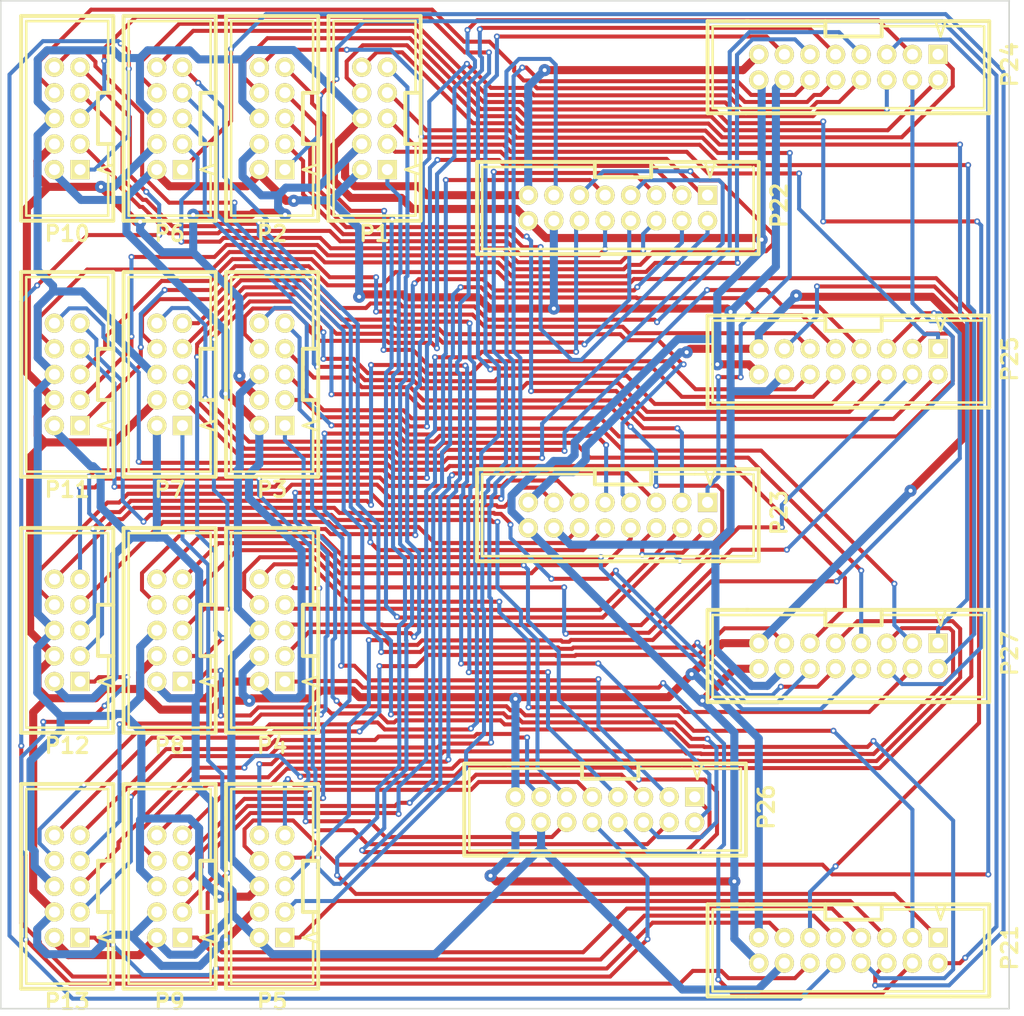
<source format=kicad_pcb>
(kicad_pcb (version 4) (host pcbnew 4.0.5+dfsg1-4)
  (layers (0 F.Cu signal) (31 B.Cu signal) (34 B.Paste user) (35 F.Paste user) (36 B.SilkS user) (37 F.SilkS user) (38 B.Mask user) (39 F.Mask user) (44 Edge.Cuts user))
  (net 0 "")
  (net 1 /C1)
  (net 2 /+5V)
  (net 3 /Ah1)
  (net 4 /GND)
  (net 5 /Qh1)
  (net 6 /-5V)
  (net 7 /Am1)
  (net 8 /Al1)
  (net 9 /Qm1)
  (net 10 /Ql1)
  (net 11 /C2)
  (net 12 /Ah2)
  (net 13 /Qh2)
  (net 14 /Am2)
  (net 15 /Al2)
  (net 16 /Qm2)
  (net 17 /Ql2)
  (net 18 /C3)
  (net 19 /Ah3)
  (net 20 /Qh3)
  (net 21 /Am3)
  (net 22 /Al3)
  (net 23 /Qm3)
  (net 24 /Ql3)
  (net 25 /C4)
  (net 26 /Ah4)
  (net 27 /Qh4)
  (net 28 /Am4)
  (net 29 /Al4)
  (net 30 /Qm4)
  (net 31 /Ql4)
  (net 32 /C5)
  (net 33 /Ah5)
  (net 34 /Qh5)
  (net 35 /Am5)
  (net 36 /Al5)
  (net 37 /Qm5)
  (net 38 /Ql5)
  (net 39 /C6)
  (net 40 /Ah6)
  (net 41 /Qh6)
  (net 42 /Am6)
  (net 43 /Al6)
  (net 44 /Qm6)
  (net 45 /Ql6)
  (net 46 /C7)
  (net 47 /Ah7)
  (net 48 /Qh7)
  (net 49 /Am7)
  (net 50 /Al7)
  (net 51 /Qm7)
  (net 52 /Ql7)
  (net 53 /C8)
  (net 54 /Ah8)
  (net 55 /Qh8)
  (net 56 /Am8)
  (net 57 /Al8)
  (net 58 /Qm8)
  (net 59 /Ql8)
  (net 60 /C9)
  (net 61 /Ah9)
  (net 62 /Qh9)
  (net 63 /Am9)
  (net 64 /Al9)
  (net 65 /Qm9)
  (net 66 /Ql9)
  (net 67 /C10)
  (net 68 /Ah10)
  (net 69 /Qh10)
  (net 70 /Am10)
  (net 71 /Al10)
  (net 72 /Qm10)
  (net 73 /Ql10)
  (net 74 /C11)
  (net 75 /Ah11)
  (net 76 /Qh11)
  (net 77 /Am11)
  (net 78 /Al11)
  (net 79 /Qm11)
  (net 80 /Ql11)
  (net 81 /C12)
  (net 82 /Ah12)
  (net 83 /Qh12)
  (net 84 /Am12)
  (net 85 /Al12)
  (net 86 /Qm12)
  (net 87 /Ql12)
  (net 88 /C13)
  (net 89 /Ah13)
  (net 90 /Qh13)
  (net 91 /Am13)
  (net 92 /Al13)
  (net 93 /Qm13)
  (net 94 /Ql13)
  (module registers:IDC10 (layer F.Cu) (at 52.07 26.67 180)
    (fp_text reference P1 (at 0 -11.43 180) (layer F.SilkS) (effects (font (thickness 0.3048))))
    (fp_text value CONN_02X05 hide)
    (pad 1 thru_hole rect (at -1.27 -5.08 180) (size 1.905 1.905) (drill 1.09982) (layers *.Cu *.Mask F.SilkS) (net 1 /C1))
    (pad 2 thru_hole circle (at 1.27 -5.08 180) (size 1.905 1.905) (drill 1.09982) (layers *.Cu *.Mask F.SilkS) (net 2 /+5V))
    (pad 3 thru_hole circle (at -1.27 -2.54 180) (size 1.905 1.905) (drill 1.09982) (layers *.Cu *.Mask F.SilkS) (net 3 /Ah1))
    (pad 4 thru_hole circle (at 1.27 -2.54 180) (size 1.905 1.905) (drill 1.09982) (layers *.Cu *.Mask F.SilkS) (net 4 /GND))
    (pad 5 thru_hole circle (at -1.27 0 180) (size 1.905 1.905) (drill 1.09982) (layers *.Cu *.Mask F.SilkS) (net 5 /Qh1))
    (pad 6 thru_hole circle (at 1.27 0 180) (size 1.905 1.905) (drill 1.09982) (layers *.Cu *.Mask F.SilkS) (net 6 /-5V))
    (pad 7 thru_hole circle (at -1.27 2.54 180) (size 1.905 1.905) (drill 1.09982) (layers *.Cu *.Mask F.SilkS) (net 7 /Am1))
    (pad 8 thru_hole circle (at 1.27 2.54 180) (size 1.905 1.905) (drill 1.09982) (layers *.Cu *.Mask F.SilkS) (net 8 /Al1))
    (pad 9 thru_hole circle (at -1.27 5.08 180) (size 1.905 1.905) (drill 1.09982) (layers *.Cu *.Mask F.SilkS) (net 9 /Qm1))
    (pad 10 thru_hole circle (at 1.27 5.08 180) (size 1.905 1.905) (drill 1.09982) (layers *.Cu *.Mask F.SilkS) (net 10 /Ql1))
  )
  (module registers:IDC10 (layer F.Cu) (at 41.91 26.67 180)
    (fp_text reference P2 (at 0 -11.43 180) (layer F.SilkS) (effects (font (thickness 0.3048))))
    (fp_text value CONN_02X05 hide)
    (pad 1 thru_hole rect (at -1.27 -5.08 180) (size 1.905 1.905) (drill 1.09982) (layers *.Cu *.Mask F.SilkS) (net 11 /C2))
    (pad 2 thru_hole circle (at 1.27 -5.08 180) (size 1.905 1.905) (drill 1.09982) (layers *.Cu *.Mask F.SilkS) (net 2 /+5V))
    (pad 3 thru_hole circle (at -1.27 -2.54 180) (size 1.905 1.905) (drill 1.09982) (layers *.Cu *.Mask F.SilkS) (net 12 /Ah2))
    (pad 4 thru_hole circle (at 1.27 -2.54 180) (size 1.905 1.905) (drill 1.09982) (layers *.Cu *.Mask F.SilkS) (net 4 /GND))
    (pad 5 thru_hole circle (at -1.27 0 180) (size 1.905 1.905) (drill 1.09982) (layers *.Cu *.Mask F.SilkS) (net 13 /Qh2))
    (pad 6 thru_hole circle (at 1.27 0 180) (size 1.905 1.905) (drill 1.09982) (layers *.Cu *.Mask F.SilkS) (net 6 /-5V))
    (pad 7 thru_hole circle (at -1.27 2.54 180) (size 1.905 1.905) (drill 1.09982) (layers *.Cu *.Mask F.SilkS) (net 14 /Am2))
    (pad 8 thru_hole circle (at 1.27 2.54 180) (size 1.905 1.905) (drill 1.09982) (layers *.Cu *.Mask F.SilkS) (net 15 /Al2))
    (pad 9 thru_hole circle (at -1.27 5.08 180) (size 1.905 1.905) (drill 1.09982) (layers *.Cu *.Mask F.SilkS) (net 16 /Qm2))
    (pad 10 thru_hole circle (at 1.27 5.08 180) (size 1.905 1.905) (drill 1.09982) (layers *.Cu *.Mask F.SilkS) (net 17 /Ql2))
  )
  (module registers:IDC10 (layer F.Cu) (at 41.91 52.07 180)
    (fp_text reference P3 (at 0 -11.43 180) (layer F.SilkS) (effects (font (thickness 0.3048))))
    (fp_text value CONN_02X05 hide)
    (pad 1 thru_hole rect (at -1.27 -5.08 180) (size 1.905 1.905) (drill 1.09982) (layers *.Cu *.Mask F.SilkS) (net 18 /C3))
    (pad 2 thru_hole circle (at 1.27 -5.08 180) (size 1.905 1.905) (drill 1.09982) (layers *.Cu *.Mask F.SilkS) (net 2 /+5V))
    (pad 3 thru_hole circle (at -1.27 -2.54 180) (size 1.905 1.905) (drill 1.09982) (layers *.Cu *.Mask F.SilkS) (net 19 /Ah3))
    (pad 4 thru_hole circle (at 1.27 -2.54 180) (size 1.905 1.905) (drill 1.09982) (layers *.Cu *.Mask F.SilkS) (net 4 /GND))
    (pad 5 thru_hole circle (at -1.27 0 180) (size 1.905 1.905) (drill 1.09982) (layers *.Cu *.Mask F.SilkS) (net 20 /Qh3))
    (pad 6 thru_hole circle (at 1.27 0 180) (size 1.905 1.905) (drill 1.09982) (layers *.Cu *.Mask F.SilkS) (net 6 /-5V))
    (pad 7 thru_hole circle (at -1.27 2.54 180) (size 1.905 1.905) (drill 1.09982) (layers *.Cu *.Mask F.SilkS) (net 21 /Am3))
    (pad 8 thru_hole circle (at 1.27 2.54 180) (size 1.905 1.905) (drill 1.09982) (layers *.Cu *.Mask F.SilkS) (net 22 /Al3))
    (pad 9 thru_hole circle (at -1.27 5.08 180) (size 1.905 1.905) (drill 1.09982) (layers *.Cu *.Mask F.SilkS) (net 23 /Qm3))
    (pad 10 thru_hole circle (at 1.27 5.08 180) (size 1.905 1.905) (drill 1.09982) (layers *.Cu *.Mask F.SilkS) (net 24 /Ql3))
  )
  (module registers:IDC10 (layer F.Cu) (at 41.91 77.47 180)
    (fp_text reference P4 (at 0 -11.43 180) (layer F.SilkS) (effects (font (thickness 0.3048))))
    (fp_text value CONN_02X05 hide)
    (pad 1 thru_hole rect (at -1.27 -5.08 180) (size 1.905 1.905) (drill 1.09982) (layers *.Cu *.Mask F.SilkS) (net 25 /C4))
    (pad 2 thru_hole circle (at 1.27 -5.08 180) (size 1.905 1.905) (drill 1.09982) (layers *.Cu *.Mask F.SilkS) (net 2 /+5V))
    (pad 3 thru_hole circle (at -1.27 -2.54 180) (size 1.905 1.905) (drill 1.09982) (layers *.Cu *.Mask F.SilkS) (net 26 /Ah4))
    (pad 4 thru_hole circle (at 1.27 -2.54 180) (size 1.905 1.905) (drill 1.09982) (layers *.Cu *.Mask F.SilkS) (net 4 /GND))
    (pad 5 thru_hole circle (at -1.27 0 180) (size 1.905 1.905) (drill 1.09982) (layers *.Cu *.Mask F.SilkS) (net 27 /Qh4))
    (pad 6 thru_hole circle (at 1.27 0 180) (size 1.905 1.905) (drill 1.09982) (layers *.Cu *.Mask F.SilkS) (net 6 /-5V))
    (pad 7 thru_hole circle (at -1.27 2.54 180) (size 1.905 1.905) (drill 1.09982) (layers *.Cu *.Mask F.SilkS) (net 28 /Am4))
    (pad 8 thru_hole circle (at 1.27 2.54 180) (size 1.905 1.905) (drill 1.09982) (layers *.Cu *.Mask F.SilkS) (net 29 /Al4))
    (pad 9 thru_hole circle (at -1.27 5.08 180) (size 1.905 1.905) (drill 1.09982) (layers *.Cu *.Mask F.SilkS) (net 30 /Qm4))
    (pad 10 thru_hole circle (at 1.27 5.08 180) (size 1.905 1.905) (drill 1.09982) (layers *.Cu *.Mask F.SilkS) (net 31 /Ql4))
  )
  (module registers:IDC10 (layer F.Cu) (at 41.91 102.87 180)
    (fp_text reference P5 (at 0 -11.43 180) (layer F.SilkS) (effects (font (thickness 0.3048))))
    (fp_text value CONN_02X05 hide)
    (pad 1 thru_hole rect (at -1.27 -5.08 180) (size 1.905 1.905) (drill 1.09982) (layers *.Cu *.Mask F.SilkS) (net 32 /C5))
    (pad 2 thru_hole circle (at 1.27 -5.08 180) (size 1.905 1.905) (drill 1.09982) (layers *.Cu *.Mask F.SilkS) (net 2 /+5V))
    (pad 3 thru_hole circle (at -1.27 -2.54 180) (size 1.905 1.905) (drill 1.09982) (layers *.Cu *.Mask F.SilkS) (net 33 /Ah5))
    (pad 4 thru_hole circle (at 1.27 -2.54 180) (size 1.905 1.905) (drill 1.09982) (layers *.Cu *.Mask F.SilkS) (net 4 /GND))
    (pad 5 thru_hole circle (at -1.27 0 180) (size 1.905 1.905) (drill 1.09982) (layers *.Cu *.Mask F.SilkS) (net 34 /Qh5))
    (pad 6 thru_hole circle (at 1.27 0 180) (size 1.905 1.905) (drill 1.09982) (layers *.Cu *.Mask F.SilkS) (net 6 /-5V))
    (pad 7 thru_hole circle (at -1.27 2.54 180) (size 1.905 1.905) (drill 1.09982) (layers *.Cu *.Mask F.SilkS) (net 35 /Am5))
    (pad 8 thru_hole circle (at 1.27 2.54 180) (size 1.905 1.905) (drill 1.09982) (layers *.Cu *.Mask F.SilkS) (net 36 /Al5))
    (pad 9 thru_hole circle (at -1.27 5.08 180) (size 1.905 1.905) (drill 1.09982) (layers *.Cu *.Mask F.SilkS) (net 37 /Qm5))
    (pad 10 thru_hole circle (at 1.27 5.08 180) (size 1.905 1.905) (drill 1.09982) (layers *.Cu *.Mask F.SilkS) (net 38 /Ql5))
  )
  (module registers:IDC10 (layer F.Cu) (at 31.75 26.67 180)
    (fp_text reference P6 (at 0 -11.43 180) (layer F.SilkS) (effects (font (thickness 0.3048))))
    (fp_text value CONN_02X05 hide)
    (pad 1 thru_hole rect (at -1.27 -5.08 180) (size 1.905 1.905) (drill 1.09982) (layers *.Cu *.Mask F.SilkS) (net 39 /C6))
    (pad 2 thru_hole circle (at 1.27 -5.08 180) (size 1.905 1.905) (drill 1.09982) (layers *.Cu *.Mask F.SilkS) (net 2 /+5V))
    (pad 3 thru_hole circle (at -1.27 -2.54 180) (size 1.905 1.905) (drill 1.09982) (layers *.Cu *.Mask F.SilkS) (net 40 /Ah6))
    (pad 4 thru_hole circle (at 1.27 -2.54 180) (size 1.905 1.905) (drill 1.09982) (layers *.Cu *.Mask F.SilkS) (net 4 /GND))
    (pad 5 thru_hole circle (at -1.27 0 180) (size 1.905 1.905) (drill 1.09982) (layers *.Cu *.Mask F.SilkS) (net 41 /Qh6))
    (pad 6 thru_hole circle (at 1.27 0 180) (size 1.905 1.905) (drill 1.09982) (layers *.Cu *.Mask F.SilkS) (net 6 /-5V))
    (pad 7 thru_hole circle (at -1.27 2.54 180) (size 1.905 1.905) (drill 1.09982) (layers *.Cu *.Mask F.SilkS) (net 42 /Am6))
    (pad 8 thru_hole circle (at 1.27 2.54 180) (size 1.905 1.905) (drill 1.09982) (layers *.Cu *.Mask F.SilkS) (net 43 /Al6))
    (pad 9 thru_hole circle (at -1.27 5.08 180) (size 1.905 1.905) (drill 1.09982) (layers *.Cu *.Mask F.SilkS) (net 44 /Qm6))
    (pad 10 thru_hole circle (at 1.27 5.08 180) (size 1.905 1.905) (drill 1.09982) (layers *.Cu *.Mask F.SilkS) (net 45 /Ql6))
  )
  (module registers:IDC10 (layer F.Cu) (at 31.75 52.07 180)
    (fp_text reference P7 (at 0 -11.43 180) (layer F.SilkS) (effects (font (thickness 0.3048))))
    (fp_text value CONN_02X05 hide)
    (pad 1 thru_hole rect (at -1.27 -5.08 180) (size 1.905 1.905) (drill 1.09982) (layers *.Cu *.Mask F.SilkS) (net 46 /C7))
    (pad 2 thru_hole circle (at 1.27 -5.08 180) (size 1.905 1.905) (drill 1.09982) (layers *.Cu *.Mask F.SilkS) (net 2 /+5V))
    (pad 3 thru_hole circle (at -1.27 -2.54 180) (size 1.905 1.905) (drill 1.09982) (layers *.Cu *.Mask F.SilkS) (net 47 /Ah7))
    (pad 4 thru_hole circle (at 1.27 -2.54 180) (size 1.905 1.905) (drill 1.09982) (layers *.Cu *.Mask F.SilkS) (net 4 /GND))
    (pad 5 thru_hole circle (at -1.27 0 180) (size 1.905 1.905) (drill 1.09982) (layers *.Cu *.Mask F.SilkS) (net 48 /Qh7))
    (pad 6 thru_hole circle (at 1.27 0 180) (size 1.905 1.905) (drill 1.09982) (layers *.Cu *.Mask F.SilkS) (net 6 /-5V))
    (pad 7 thru_hole circle (at -1.27 2.54 180) (size 1.905 1.905) (drill 1.09982) (layers *.Cu *.Mask F.SilkS) (net 49 /Am7))
    (pad 8 thru_hole circle (at 1.27 2.54 180) (size 1.905 1.905) (drill 1.09982) (layers *.Cu *.Mask F.SilkS) (net 50 /Al7))
    (pad 9 thru_hole circle (at -1.27 5.08 180) (size 1.905 1.905) (drill 1.09982) (layers *.Cu *.Mask F.SilkS) (net 51 /Qm7))
    (pad 10 thru_hole circle (at 1.27 5.08 180) (size 1.905 1.905) (drill 1.09982) (layers *.Cu *.Mask F.SilkS) (net 52 /Ql7))
  )
  (module registers:IDC10 (layer F.Cu) (at 31.75 77.47 180)
    (fp_text reference P8 (at 0 -11.43 180) (layer F.SilkS) (effects (font (thickness 0.3048))))
    (fp_text value CONN_02X05 hide)
    (pad 1 thru_hole rect (at -1.27 -5.08 180) (size 1.905 1.905) (drill 1.09982) (layers *.Cu *.Mask F.SilkS) (net 53 /C8))
    (pad 2 thru_hole circle (at 1.27 -5.08 180) (size 1.905 1.905) (drill 1.09982) (layers *.Cu *.Mask F.SilkS) (net 2 /+5V))
    (pad 3 thru_hole circle (at -1.27 -2.54 180) (size 1.905 1.905) (drill 1.09982) (layers *.Cu *.Mask F.SilkS) (net 54 /Ah8))
    (pad 4 thru_hole circle (at 1.27 -2.54 180) (size 1.905 1.905) (drill 1.09982) (layers *.Cu *.Mask F.SilkS) (net 4 /GND))
    (pad 5 thru_hole circle (at -1.27 0 180) (size 1.905 1.905) (drill 1.09982) (layers *.Cu *.Mask F.SilkS) (net 55 /Qh8))
    (pad 6 thru_hole circle (at 1.27 0 180) (size 1.905 1.905) (drill 1.09982) (layers *.Cu *.Mask F.SilkS) (net 6 /-5V))
    (pad 7 thru_hole circle (at -1.27 2.54 180) (size 1.905 1.905) (drill 1.09982) (layers *.Cu *.Mask F.SilkS) (net 56 /Am8))
    (pad 8 thru_hole circle (at 1.27 2.54 180) (size 1.905 1.905) (drill 1.09982) (layers *.Cu *.Mask F.SilkS) (net 57 /Al8))
    (pad 9 thru_hole circle (at -1.27 5.08 180) (size 1.905 1.905) (drill 1.09982) (layers *.Cu *.Mask F.SilkS) (net 58 /Qm8))
    (pad 10 thru_hole circle (at 1.27 5.08 180) (size 1.905 1.905) (drill 1.09982) (layers *.Cu *.Mask F.SilkS) (net 59 /Ql8))
  )
  (module registers:IDC10 (layer F.Cu) (at 31.75 102.87 180)
    (fp_text reference P9 (at 0 -11.43 180) (layer F.SilkS) (effects (font (thickness 0.3048))))
    (fp_text value CONN_02X05 hide)
    (pad 1 thru_hole rect (at -1.27 -5.08 180) (size 1.905 1.905) (drill 1.09982) (layers *.Cu *.Mask F.SilkS) (net 60 /C9))
    (pad 2 thru_hole circle (at 1.27 -5.08 180) (size 1.905 1.905) (drill 1.09982) (layers *.Cu *.Mask F.SilkS) (net 2 /+5V))
    (pad 3 thru_hole circle (at -1.27 -2.54 180) (size 1.905 1.905) (drill 1.09982) (layers *.Cu *.Mask F.SilkS) (net 61 /Ah9))
    (pad 4 thru_hole circle (at 1.27 -2.54 180) (size 1.905 1.905) (drill 1.09982) (layers *.Cu *.Mask F.SilkS) (net 4 /GND))
    (pad 5 thru_hole circle (at -1.27 0 180) (size 1.905 1.905) (drill 1.09982) (layers *.Cu *.Mask F.SilkS) (net 62 /Qh9))
    (pad 6 thru_hole circle (at 1.27 0 180) (size 1.905 1.905) (drill 1.09982) (layers *.Cu *.Mask F.SilkS) (net 6 /-5V))
    (pad 7 thru_hole circle (at -1.27 2.54 180) (size 1.905 1.905) (drill 1.09982) (layers *.Cu *.Mask F.SilkS) (net 63 /Am9))
    (pad 8 thru_hole circle (at 1.27 2.54 180) (size 1.905 1.905) (drill 1.09982) (layers *.Cu *.Mask F.SilkS) (net 64 /Al9))
    (pad 9 thru_hole circle (at -1.27 5.08 180) (size 1.905 1.905) (drill 1.09982) (layers *.Cu *.Mask F.SilkS) (net 65 /Qm9))
    (pad 10 thru_hole circle (at 1.27 5.08 180) (size 1.905 1.905) (drill 1.09982) (layers *.Cu *.Mask F.SilkS) (net 66 /Ql9))
  )
  (module registers:IDC10 (layer F.Cu) (at 21.59 26.67 180)
    (fp_text reference P10 (at 0 -11.43 180) (layer F.SilkS) (effects (font (thickness 0.3048))))
    (fp_text value CONN_02X05 hide)
    (pad 1 thru_hole rect (at -1.27 -5.08 180) (size 1.905 1.905) (drill 1.09982) (layers *.Cu *.Mask F.SilkS) (net 67 /C10))
    (pad 2 thru_hole circle (at 1.27 -5.08 180) (size 1.905 1.905) (drill 1.09982) (layers *.Cu *.Mask F.SilkS) (net 2 /+5V))
    (pad 3 thru_hole circle (at -1.27 -2.54 180) (size 1.905 1.905) (drill 1.09982) (layers *.Cu *.Mask F.SilkS) (net 68 /Ah10))
    (pad 4 thru_hole circle (at 1.27 -2.54 180) (size 1.905 1.905) (drill 1.09982) (layers *.Cu *.Mask F.SilkS) (net 4 /GND))
    (pad 5 thru_hole circle (at -1.27 0 180) (size 1.905 1.905) (drill 1.09982) (layers *.Cu *.Mask F.SilkS) (net 69 /Qh10))
    (pad 6 thru_hole circle (at 1.27 0 180) (size 1.905 1.905) (drill 1.09982) (layers *.Cu *.Mask F.SilkS) (net 6 /-5V))
    (pad 7 thru_hole circle (at -1.27 2.54 180) (size 1.905 1.905) (drill 1.09982) (layers *.Cu *.Mask F.SilkS) (net 70 /Am10))
    (pad 8 thru_hole circle (at 1.27 2.54 180) (size 1.905 1.905) (drill 1.09982) (layers *.Cu *.Mask F.SilkS) (net 71 /Al10))
    (pad 9 thru_hole circle (at -1.27 5.08 180) (size 1.905 1.905) (drill 1.09982) (layers *.Cu *.Mask F.SilkS) (net 72 /Qm10))
    (pad 10 thru_hole circle (at 1.27 5.08 180) (size 1.905 1.905) (drill 1.09982) (layers *.Cu *.Mask F.SilkS) (net 73 /Ql10))
  )
  (module registers:IDC10 (layer F.Cu) (at 21.59 52.07 180)
    (fp_text reference P11 (at 0 -11.43 180) (layer F.SilkS) (effects (font (thickness 0.3048))))
    (fp_text value CONN_02X05 hide)
    (pad 1 thru_hole rect (at -1.27 -5.08 180) (size 1.905 1.905) (drill 1.09982) (layers *.Cu *.Mask F.SilkS) (net 74 /C11))
    (pad 2 thru_hole circle (at 1.27 -5.08 180) (size 1.905 1.905) (drill 1.09982) (layers *.Cu *.Mask F.SilkS) (net 2 /+5V))
    (pad 3 thru_hole circle (at -1.27 -2.54 180) (size 1.905 1.905) (drill 1.09982) (layers *.Cu *.Mask F.SilkS) (net 75 /Ah11))
    (pad 4 thru_hole circle (at 1.27 -2.54 180) (size 1.905 1.905) (drill 1.09982) (layers *.Cu *.Mask F.SilkS) (net 4 /GND))
    (pad 5 thru_hole circle (at -1.27 0 180) (size 1.905 1.905) (drill 1.09982) (layers *.Cu *.Mask F.SilkS) (net 76 /Qh11))
    (pad 6 thru_hole circle (at 1.27 0 180) (size 1.905 1.905) (drill 1.09982) (layers *.Cu *.Mask F.SilkS) (net 6 /-5V))
    (pad 7 thru_hole circle (at -1.27 2.54 180) (size 1.905 1.905) (drill 1.09982) (layers *.Cu *.Mask F.SilkS) (net 77 /Am11))
    (pad 8 thru_hole circle (at 1.27 2.54 180) (size 1.905 1.905) (drill 1.09982) (layers *.Cu *.Mask F.SilkS) (net 78 /Al11))
    (pad 9 thru_hole circle (at -1.27 5.08 180) (size 1.905 1.905) (drill 1.09982) (layers *.Cu *.Mask F.SilkS) (net 79 /Qm11))
    (pad 10 thru_hole circle (at 1.27 5.08 180) (size 1.905 1.905) (drill 1.09982) (layers *.Cu *.Mask F.SilkS) (net 80 /Ql11))
  )
  (module registers:IDC10 (layer F.Cu) (at 21.59 77.47 180)
    (fp_text reference P12 (at 0 -11.43 180) (layer F.SilkS) (effects (font (thickness 0.3048))))
    (fp_text value CONN_02X05 hide)
    (pad 1 thru_hole rect (at -1.27 -5.08 180) (size 1.905 1.905) (drill 1.09982) (layers *.Cu *.Mask F.SilkS) (net 81 /C12))
    (pad 2 thru_hole circle (at 1.27 -5.08 180) (size 1.905 1.905) (drill 1.09982) (layers *.Cu *.Mask F.SilkS) (net 2 /+5V))
    (pad 3 thru_hole circle (at -1.27 -2.54 180) (size 1.905 1.905) (drill 1.09982) (layers *.Cu *.Mask F.SilkS) (net 82 /Ah12))
    (pad 4 thru_hole circle (at 1.27 -2.54 180) (size 1.905 1.905) (drill 1.09982) (layers *.Cu *.Mask F.SilkS) (net 4 /GND))
    (pad 5 thru_hole circle (at -1.27 0 180) (size 1.905 1.905) (drill 1.09982) (layers *.Cu *.Mask F.SilkS) (net 83 /Qh12))
    (pad 6 thru_hole circle (at 1.27 0 180) (size 1.905 1.905) (drill 1.09982) (layers *.Cu *.Mask F.SilkS) (net 6 /-5V))
    (pad 7 thru_hole circle (at -1.27 2.54 180) (size 1.905 1.905) (drill 1.09982) (layers *.Cu *.Mask F.SilkS) (net 84 /Am12))
    (pad 8 thru_hole circle (at 1.27 2.54 180) (size 1.905 1.905) (drill 1.09982) (layers *.Cu *.Mask F.SilkS) (net 85 /Al12))
    (pad 9 thru_hole circle (at -1.27 5.08 180) (size 1.905 1.905) (drill 1.09982) (layers *.Cu *.Mask F.SilkS) (net 86 /Qm12))
    (pad 10 thru_hole circle (at 1.27 5.08 180) (size 1.905 1.905) (drill 1.09982) (layers *.Cu *.Mask F.SilkS) (net 87 /Ql12))
  )
  (module registers:IDC10 (layer F.Cu) (at 21.59 102.87 180)
    (fp_text reference P13 (at 0 -11.43 180) (layer F.SilkS) (effects (font (thickness 0.3048))))
    (fp_text value CONN_02X05 hide)
    (pad 1 thru_hole rect (at -1.27 -5.08 180) (size 1.905 1.905) (drill 1.09982) (layers *.Cu *.Mask F.SilkS) (net 88 /C13))
    (pad 2 thru_hole circle (at 1.27 -5.08 180) (size 1.905 1.905) (drill 1.09982) (layers *.Cu *.Mask F.SilkS) (net 2 /+5V))
    (pad 3 thru_hole circle (at -1.27 -2.54 180) (size 1.905 1.905) (drill 1.09982) (layers *.Cu *.Mask F.SilkS) (net 89 /Ah13))
    (pad 4 thru_hole circle (at 1.27 -2.54 180) (size 1.905 1.905) (drill 1.09982) (layers *.Cu *.Mask F.SilkS) (net 4 /GND))
    (pad 5 thru_hole circle (at -1.27 0 180) (size 1.905 1.905) (drill 1.09982) (layers *.Cu *.Mask F.SilkS) (net 90 /Qh13))
    (pad 6 thru_hole circle (at 1.27 0 180) (size 1.905 1.905) (drill 1.09982) (layers *.Cu *.Mask F.SilkS) (net 6 /-5V))
    (pad 7 thru_hole circle (at -1.27 2.54 180) (size 1.905 1.905) (drill 1.09982) (layers *.Cu *.Mask F.SilkS) (net 91 /Am13))
    (pad 8 thru_hole circle (at 1.27 2.54 180) (size 1.905 1.905) (drill 1.09982) (layers *.Cu *.Mask F.SilkS) (net 92 /Al13))
    (pad 9 thru_hole circle (at -1.27 5.08 180) (size 1.905 1.905) (drill 1.09982) (layers *.Cu *.Mask F.SilkS) (net 93 /Qm13))
    (pad 10 thru_hole circle (at 1.27 5.08 180) (size 1.905 1.905) (drill 1.09982) (layers *.Cu *.Mask F.SilkS) (net 94 /Ql13))
  )
  (module registers:IDC16 (layer F.Cu) (at 99.06 109.22 270)
    (fp_text reference P21 (at -0.254 -16.002 270) (layer F.SilkS) (effects (font (thickness 0.3048))))
    (fp_text value CONN_02X08 hide)
    (pad 16 thru_hole circle (at 1.27 8.89 270) (size 1.905 1.905) (drill 1.09982) (layers *.Cu *.Mask F.SilkS) (net 6 /-5V))
    (pad 15 thru_hole circle (at -1.27 8.89 270) (size 1.905 1.905) (drill 1.09982) (layers *.Cu *.Mask F.SilkS) (net 4 /GND))
    (pad 14 thru_hole circle (at 1.27 6.35 270) (size 1.905 1.905) (drill 1.09982) (layers *.Cu *.Mask F.SilkS) (net 2 /+5V))
    (pad 13 thru_hole circle (at -1.27 6.35 270) (size 1.905 1.905) (drill 1.09982) (layers *.Cu *.Mask F.SilkS) (net 88 /C13))
    (pad 12 thru_hole circle (at 1.27 3.81 270) (size 1.905 1.905) (drill 1.09982) (layers *.Cu *.Mask F.SilkS) (net 81 /C12))
    (pad 11 thru_hole circle (at -1.27 3.81 270) (size 1.905 1.905) (drill 1.09982) (layers *.Cu *.Mask F.SilkS) (net 74 /C11))
    (pad 1 thru_hole rect (at -1.27 -8.89 270) (size 1.905 1.905) (drill 1.09982) (layers *.Cu *.Mask F.SilkS) (net 1 /C1))
    (pad 2 thru_hole circle (at 1.27 -8.89 270) (size 1.905 1.905) (drill 1.09982) (layers *.Cu *.Mask F.SilkS) (net 11 /C2))
    (pad 3 thru_hole circle (at -1.27 -6.35 270) (size 1.905 1.905) (drill 1.09982) (layers *.Cu *.Mask F.SilkS) (net 18 /C3))
    (pad 4 thru_hole circle (at 1.27 -6.35 270) (size 1.905 1.905) (drill 1.09982) (layers *.Cu *.Mask F.SilkS) (net 25 /C4))
    (pad 5 thru_hole circle (at -1.27 -3.81 270) (size 1.905 1.905) (drill 1.09982) (layers *.Cu *.Mask F.SilkS) (net 32 /C5))
    (pad 6 thru_hole circle (at 1.27 -3.81 270) (size 1.905 1.905) (drill 1.09982) (layers *.Cu *.Mask F.SilkS) (net 39 /C6))
    (pad 7 thru_hole circle (at -1.27 -1.27 270) (size 1.905 1.905) (drill 1.09982) (layers *.Cu *.Mask F.SilkS) (net 46 /C7))
    (pad 8 thru_hole circle (at 1.27 -1.27 270) (size 1.905 1.905) (drill 1.09982) (layers *.Cu *.Mask F.SilkS) (net 53 /C8))
    (pad 9 thru_hole circle (at -1.27 1.27 270) (size 1.905 1.905) (drill 1.09982) (layers *.Cu *.Mask F.SilkS) (net 60 /C9))
    (pad 10 thru_hole circle (at 1.27 1.27 270) (size 1.905 1.905) (drill 1.09982) (layers *.Cu *.Mask F.SilkS) (net 67 /C10))
  )
  (module registers:IDC16 (layer F.Cu) (at 76.2 35.56 270)
    (fp_text reference P22 (at -0.254 -16.002 270) (layer F.SilkS) (effects (font (thickness 0.3048))))
    (fp_text value CONN_02X08 hide)
    (pad 16 thru_hole circle (at 1.27 8.89 270) (size 1.905 1.905) (drill 1.09982) (layers *.Cu *.Mask F.SilkS) (net 6 /-5V))
    (pad 15 thru_hole circle (at -1.27 8.89 270) (size 1.905 1.905) (drill 1.09982) (layers *.Cu *.Mask F.SilkS) (net 4 /GND))
    (pad 14 thru_hole circle (at 1.27 6.35 270) (size 1.905 1.905) (drill 1.09982) (layers *.Cu *.Mask F.SilkS) (net 2 /+5V))
    (pad 13 thru_hole circle (at -1.27 6.35 270) (size 1.905 1.905) (drill 1.09982) (layers *.Cu *.Mask F.SilkS) (net 89 /Ah13))
    (pad 12 thru_hole circle (at 1.27 3.81 270) (size 1.905 1.905) (drill 1.09982) (layers *.Cu *.Mask F.SilkS) (net 82 /Ah12))
    (pad 11 thru_hole circle (at -1.27 3.81 270) (size 1.905 1.905) (drill 1.09982) (layers *.Cu *.Mask F.SilkS) (net 75 /Ah11))
    (pad 1 thru_hole rect (at -1.27 -8.89 270) (size 1.905 1.905) (drill 1.09982) (layers *.Cu *.Mask F.SilkS) (net 3 /Ah1))
    (pad 2 thru_hole circle (at 1.27 -8.89 270) (size 1.905 1.905) (drill 1.09982) (layers *.Cu *.Mask F.SilkS) (net 12 /Ah2))
    (pad 3 thru_hole circle (at -1.27 -6.35 270) (size 1.905 1.905) (drill 1.09982) (layers *.Cu *.Mask F.SilkS) (net 19 /Ah3))
    (pad 4 thru_hole circle (at 1.27 -6.35 270) (size 1.905 1.905) (drill 1.09982) (layers *.Cu *.Mask F.SilkS) (net 26 /Ah4))
    (pad 5 thru_hole circle (at -1.27 -3.81 270) (size 1.905 1.905) (drill 1.09982) (layers *.Cu *.Mask F.SilkS) (net 33 /Ah5))
    (pad 6 thru_hole circle (at 1.27 -3.81 270) (size 1.905 1.905) (drill 1.09982) (layers *.Cu *.Mask F.SilkS) (net 40 /Ah6))
    (pad 7 thru_hole circle (at -1.27 -1.27 270) (size 1.905 1.905) (drill 1.09982) (layers *.Cu *.Mask F.SilkS) (net 47 /Ah7))
    (pad 8 thru_hole circle (at 1.27 -1.27 270) (size 1.905 1.905) (drill 1.09982) (layers *.Cu *.Mask F.SilkS) (net 54 /Ah8))
    (pad 9 thru_hole circle (at -1.27 1.27 270) (size 1.905 1.905) (drill 1.09982) (layers *.Cu *.Mask F.SilkS) (net 61 /Ah9))
    (pad 10 thru_hole circle (at 1.27 1.27 270) (size 1.905 1.905) (drill 1.09982) (layers *.Cu *.Mask F.SilkS) (net 68 /Ah10))
  )
  (module registers:IDC16 (layer F.Cu) (at 76.2 66.04 270)
    (fp_text reference P23 (at -0.254 -16.002 270) (layer F.SilkS) (effects (font (thickness 0.3048))))
    (fp_text value CONN_02X08 hide)
    (pad 16 thru_hole circle (at 1.27 8.89 270) (size 1.905 1.905) (drill 1.09982) (layers *.Cu *.Mask F.SilkS) (net 6 /-5V))
    (pad 15 thru_hole circle (at -1.27 8.89 270) (size 1.905 1.905) (drill 1.09982) (layers *.Cu *.Mask F.SilkS) (net 4 /GND))
    (pad 14 thru_hole circle (at 1.27 6.35 270) (size 1.905 1.905) (drill 1.09982) (layers *.Cu *.Mask F.SilkS) (net 2 /+5V))
    (pad 13 thru_hole circle (at -1.27 6.35 270) (size 1.905 1.905) (drill 1.09982) (layers *.Cu *.Mask F.SilkS) (net 91 /Am13))
    (pad 12 thru_hole circle (at 1.27 3.81 270) (size 1.905 1.905) (drill 1.09982) (layers *.Cu *.Mask F.SilkS) (net 84 /Am12))
    (pad 11 thru_hole circle (at -1.27 3.81 270) (size 1.905 1.905) (drill 1.09982) (layers *.Cu *.Mask F.SilkS) (net 77 /Am11))
    (pad 1 thru_hole rect (at -1.27 -8.89 270) (size 1.905 1.905) (drill 1.09982) (layers *.Cu *.Mask F.SilkS) (net 7 /Am1))
    (pad 2 thru_hole circle (at 1.27 -8.89 270) (size 1.905 1.905) (drill 1.09982) (layers *.Cu *.Mask F.SilkS) (net 14 /Am2))
    (pad 3 thru_hole circle (at -1.27 -6.35 270) (size 1.905 1.905) (drill 1.09982) (layers *.Cu *.Mask F.SilkS) (net 21 /Am3))
    (pad 4 thru_hole circle (at 1.27 -6.35 270) (size 1.905 1.905) (drill 1.09982) (layers *.Cu *.Mask F.SilkS) (net 28 /Am4))
    (pad 5 thru_hole circle (at -1.27 -3.81 270) (size 1.905 1.905) (drill 1.09982) (layers *.Cu *.Mask F.SilkS) (net 35 /Am5))
    (pad 6 thru_hole circle (at 1.27 -3.81 270) (size 1.905 1.905) (drill 1.09982) (layers *.Cu *.Mask F.SilkS) (net 42 /Am6))
    (pad 7 thru_hole circle (at -1.27 -1.27 270) (size 1.905 1.905) (drill 1.09982) (layers *.Cu *.Mask F.SilkS) (net 49 /Am7))
    (pad 8 thru_hole circle (at 1.27 -1.27 270) (size 1.905 1.905) (drill 1.09982) (layers *.Cu *.Mask F.SilkS) (net 56 /Am8))
    (pad 9 thru_hole circle (at -1.27 1.27 270) (size 1.905 1.905) (drill 1.09982) (layers *.Cu *.Mask F.SilkS) (net 63 /Am9))
    (pad 10 thru_hole circle (at 1.27 1.27 270) (size 1.905 1.905) (drill 1.09982) (layers *.Cu *.Mask F.SilkS) (net 70 /Am10))
  )
  (module registers:IDC16 (layer F.Cu) (at 99.06 21.59 270)
    (fp_text reference P24 (at -0.254 -16.002 270) (layer F.SilkS) (effects (font (thickness 0.3048))))
    (fp_text value CONN_02X08 hide)
    (pad 16 thru_hole circle (at 1.27 8.89 270) (size 1.905 1.905) (drill 1.09982) (layers *.Cu *.Mask F.SilkS) (net 6 /-5V))
    (pad 15 thru_hole circle (at -1.27 8.89 270) (size 1.905 1.905) (drill 1.09982) (layers *.Cu *.Mask F.SilkS) (net 4 /GND))
    (pad 14 thru_hole circle (at 1.27 6.35 270) (size 1.905 1.905) (drill 1.09982) (layers *.Cu *.Mask F.SilkS) (net 2 /+5V))
    (pad 13 thru_hole circle (at -1.27 6.35 270) (size 1.905 1.905) (drill 1.09982) (layers *.Cu *.Mask F.SilkS) (net 92 /Al13))
    (pad 12 thru_hole circle (at 1.27 3.81 270) (size 1.905 1.905) (drill 1.09982) (layers *.Cu *.Mask F.SilkS) (net 85 /Al12))
    (pad 11 thru_hole circle (at -1.27 3.81 270) (size 1.905 1.905) (drill 1.09982) (layers *.Cu *.Mask F.SilkS) (net 78 /Al11))
    (pad 1 thru_hole rect (at -1.27 -8.89 270) (size 1.905 1.905) (drill 1.09982) (layers *.Cu *.Mask F.SilkS) (net 8 /Al1))
    (pad 2 thru_hole circle (at 1.27 -8.89 270) (size 1.905 1.905) (drill 1.09982) (layers *.Cu *.Mask F.SilkS) (net 15 /Al2))
    (pad 3 thru_hole circle (at -1.27 -6.35 270) (size 1.905 1.905) (drill 1.09982) (layers *.Cu *.Mask F.SilkS) (net 22 /Al3))
    (pad 4 thru_hole circle (at 1.27 -6.35 270) (size 1.905 1.905) (drill 1.09982) (layers *.Cu *.Mask F.SilkS) (net 29 /Al4))
    (pad 5 thru_hole circle (at -1.27 -3.81 270) (size 1.905 1.905) (drill 1.09982) (layers *.Cu *.Mask F.SilkS) (net 36 /Al5))
    (pad 6 thru_hole circle (at 1.27 -3.81 270) (size 1.905 1.905) (drill 1.09982) (layers *.Cu *.Mask F.SilkS) (net 43 /Al6))
    (pad 7 thru_hole circle (at -1.27 -1.27 270) (size 1.905 1.905) (drill 1.09982) (layers *.Cu *.Mask F.SilkS) (net 50 /Al7))
    (pad 8 thru_hole circle (at 1.27 -1.27 270) (size 1.905 1.905) (drill 1.09982) (layers *.Cu *.Mask F.SilkS) (net 57 /Al8))
    (pad 9 thru_hole circle (at -1.27 1.27 270) (size 1.905 1.905) (drill 1.09982) (layers *.Cu *.Mask F.SilkS) (net 64 /Al9))
    (pad 10 thru_hole circle (at 1.27 1.27 270) (size 1.905 1.905) (drill 1.09982) (layers *.Cu *.Mask F.SilkS) (net 71 /Al10))
  )
  (module registers:IDC16 (layer F.Cu) (at 99.06 50.8 270)
    (fp_text reference P25 (at -0.254 -16.002 270) (layer F.SilkS) (effects (font (thickness 0.3048))))
    (fp_text value CONN_02X08 hide)
    (pad 16 thru_hole circle (at 1.27 8.89 270) (size 1.905 1.905) (drill 1.09982) (layers *.Cu *.Mask F.SilkS) (net 6 /-5V))
    (pad 15 thru_hole circle (at -1.27 8.89 270) (size 1.905 1.905) (drill 1.09982) (layers *.Cu *.Mask F.SilkS) (net 4 /GND))
    (pad 14 thru_hole circle (at 1.27 6.35 270) (size 1.905 1.905) (drill 1.09982) (layers *.Cu *.Mask F.SilkS) (net 2 /+5V))
    (pad 13 thru_hole circle (at -1.27 6.35 270) (size 1.905 1.905) (drill 1.09982) (layers *.Cu *.Mask F.SilkS) (net 90 /Qh13))
    (pad 12 thru_hole circle (at 1.27 3.81 270) (size 1.905 1.905) (drill 1.09982) (layers *.Cu *.Mask F.SilkS) (net 83 /Qh12))
    (pad 11 thru_hole circle (at -1.27 3.81 270) (size 1.905 1.905) (drill 1.09982) (layers *.Cu *.Mask F.SilkS) (net 76 /Qh11))
    (pad 1 thru_hole rect (at -1.27 -8.89 270) (size 1.905 1.905) (drill 1.09982) (layers *.Cu *.Mask F.SilkS) (net 5 /Qh1))
    (pad 2 thru_hole circle (at 1.27 -8.89 270) (size 1.905 1.905) (drill 1.09982) (layers *.Cu *.Mask F.SilkS) (net 13 /Qh2))
    (pad 3 thru_hole circle (at -1.27 -6.35 270) (size 1.905 1.905) (drill 1.09982) (layers *.Cu *.Mask F.SilkS) (net 20 /Qh3))
    (pad 4 thru_hole circle (at 1.27 -6.35 270) (size 1.905 1.905) (drill 1.09982) (layers *.Cu *.Mask F.SilkS) (net 27 /Qh4))
    (pad 5 thru_hole circle (at -1.27 -3.81 270) (size 1.905 1.905) (drill 1.09982) (layers *.Cu *.Mask F.SilkS) (net 34 /Qh5))
    (pad 6 thru_hole circle (at 1.27 -3.81 270) (size 1.905 1.905) (drill 1.09982) (layers *.Cu *.Mask F.SilkS) (net 41 /Qh6))
    (pad 7 thru_hole circle (at -1.27 -1.27 270) (size 1.905 1.905) (drill 1.09982) (layers *.Cu *.Mask F.SilkS) (net 48 /Qh7))
    (pad 8 thru_hole circle (at 1.27 -1.27 270) (size 1.905 1.905) (drill 1.09982) (layers *.Cu *.Mask F.SilkS) (net 55 /Qh8))
    (pad 9 thru_hole circle (at -1.27 1.27 270) (size 1.905 1.905) (drill 1.09982) (layers *.Cu *.Mask F.SilkS) (net 62 /Qh9))
    (pad 10 thru_hole circle (at 1.27 1.27 270) (size 1.905 1.905) (drill 1.09982) (layers *.Cu *.Mask F.SilkS) (net 69 /Qh10))
  )
  (module registers:IDC16 (layer F.Cu) (at 74.93 95.25 270)
    (fp_text reference P26 (at -0.254 -16.002 270) (layer F.SilkS) (effects (font (thickness 0.3048))))
    (fp_text value CONN_02X08 hide)
    (pad 16 thru_hole circle (at 1.27 8.89 270) (size 1.905 1.905) (drill 1.09982) (layers *.Cu *.Mask F.SilkS) (net 6 /-5V))
    (pad 15 thru_hole circle (at -1.27 8.89 270) (size 1.905 1.905) (drill 1.09982) (layers *.Cu *.Mask F.SilkS) (net 4 /GND))
    (pad 14 thru_hole circle (at 1.27 6.35 270) (size 1.905 1.905) (drill 1.09982) (layers *.Cu *.Mask F.SilkS) (net 2 /+5V))
    (pad 13 thru_hole circle (at -1.27 6.35 270) (size 1.905 1.905) (drill 1.09982) (layers *.Cu *.Mask F.SilkS) (net 93 /Qm13))
    (pad 12 thru_hole circle (at 1.27 3.81 270) (size 1.905 1.905) (drill 1.09982) (layers *.Cu *.Mask F.SilkS) (net 86 /Qm12))
    (pad 11 thru_hole circle (at -1.27 3.81 270) (size 1.905 1.905) (drill 1.09982) (layers *.Cu *.Mask F.SilkS) (net 79 /Qm11))
    (pad 1 thru_hole rect (at -1.27 -8.89 270) (size 1.905 1.905) (drill 1.09982) (layers *.Cu *.Mask F.SilkS) (net 9 /Qm1))
    (pad 2 thru_hole circle (at 1.27 -8.89 270) (size 1.905 1.905) (drill 1.09982) (layers *.Cu *.Mask F.SilkS) (net 16 /Qm2))
    (pad 3 thru_hole circle (at -1.27 -6.35 270) (size 1.905 1.905) (drill 1.09982) (layers *.Cu *.Mask F.SilkS) (net 23 /Qm3))
    (pad 4 thru_hole circle (at 1.27 -6.35 270) (size 1.905 1.905) (drill 1.09982) (layers *.Cu *.Mask F.SilkS) (net 30 /Qm4))
    (pad 5 thru_hole circle (at -1.27 -3.81 270) (size 1.905 1.905) (drill 1.09982) (layers *.Cu *.Mask F.SilkS) (net 37 /Qm5))
    (pad 6 thru_hole circle (at 1.27 -3.81 270) (size 1.905 1.905) (drill 1.09982) (layers *.Cu *.Mask F.SilkS) (net 44 /Qm6))
    (pad 7 thru_hole circle (at -1.27 -1.27 270) (size 1.905 1.905) (drill 1.09982) (layers *.Cu *.Mask F.SilkS) (net 51 /Qm7))
    (pad 8 thru_hole circle (at 1.27 -1.27 270) (size 1.905 1.905) (drill 1.09982) (layers *.Cu *.Mask F.SilkS) (net 58 /Qm8))
    (pad 9 thru_hole circle (at -1.27 1.27 270) (size 1.905 1.905) (drill 1.09982) (layers *.Cu *.Mask F.SilkS) (net 65 /Qm9))
    (pad 10 thru_hole circle (at 1.27 1.27 270) (size 1.905 1.905) (drill 1.09982) (layers *.Cu *.Mask F.SilkS) (net 72 /Qm10))
  )
  (module registers:IDC16 (layer F.Cu) (at 99.06 80.01 270)
    (fp_text reference P27 (at -0.254 -16.002 270) (layer F.SilkS) (effects (font (thickness 0.3048))))
    (fp_text value CONN_02X08 hide)
    (pad 16 thru_hole circle (at 1.27 8.89 270) (size 1.905 1.905) (drill 1.09982) (layers *.Cu *.Mask F.SilkS) (net 6 /-5V))
    (pad 15 thru_hole circle (at -1.27 8.89 270) (size 1.905 1.905) (drill 1.09982) (layers *.Cu *.Mask F.SilkS) (net 4 /GND))
    (pad 14 thru_hole circle (at 1.27 6.35 270) (size 1.905 1.905) (drill 1.09982) (layers *.Cu *.Mask F.SilkS) (net 2 /+5V))
    (pad 13 thru_hole circle (at -1.27 6.35 270) (size 1.905 1.905) (drill 1.09982) (layers *.Cu *.Mask F.SilkS) (net 94 /Ql13))
    (pad 12 thru_hole circle (at 1.27 3.81 270) (size 1.905 1.905) (drill 1.09982) (layers *.Cu *.Mask F.SilkS) (net 87 /Ql12))
    (pad 11 thru_hole circle (at -1.27 3.81 270) (size 1.905 1.905) (drill 1.09982) (layers *.Cu *.Mask F.SilkS) (net 80 /Ql11))
    (pad 1 thru_hole rect (at -1.27 -8.89 270) (size 1.905 1.905) (drill 1.09982) (layers *.Cu *.Mask F.SilkS) (net 10 /Ql1))
    (pad 2 thru_hole circle (at 1.27 -8.89 270) (size 1.905 1.905) (drill 1.09982) (layers *.Cu *.Mask F.SilkS) (net 17 /Ql2))
    (pad 3 thru_hole circle (at -1.27 -6.35 270) (size 1.905 1.905) (drill 1.09982) (layers *.Cu *.Mask F.SilkS) (net 24 /Ql3))
    (pad 4 thru_hole circle (at 1.27 -6.35 270) (size 1.905 1.905) (drill 1.09982) (layers *.Cu *.Mask F.SilkS) (net 31 /Ql4))
    (pad 5 thru_hole circle (at -1.27 -3.81 270) (size 1.905 1.905) (drill 1.09982) (layers *.Cu *.Mask F.SilkS) (net 38 /Ql5))
    (pad 6 thru_hole circle (at 1.27 -3.81 270) (size 1.905 1.905) (drill 1.09982) (layers *.Cu *.Mask F.SilkS) (net 45 /Ql6))
    (pad 7 thru_hole circle (at -1.27 -1.27 270) (size 1.905 1.905) (drill 1.09982) (layers *.Cu *.Mask F.SilkS) (net 52 /Ql7))
    (pad 8 thru_hole circle (at 1.27 -1.27 270) (size 1.905 1.905) (drill 1.09982) (layers *.Cu *.Mask F.SilkS) (net 59 /Ql8))
    (pad 9 thru_hole circle (at -1.27 1.27 270) (size 1.905 1.905) (drill 1.09982) (layers *.Cu *.Mask F.SilkS) (net 66 /Ql9))
    (pad 10 thru_hole circle (at 1.27 1.27 270) (size 1.905 1.905) (drill 1.09982) (layers *.Cu *.Mask F.SilkS) (net 73 /Ql10))
  )
  (gr_line (start 15 115) (end 15 15) (angle 90) (layer Edge.Cuts) (width 0.15))
  (gr_line (start 115 115) (end 15 115) (angle 90) (layer Edge.Cuts) (width 0.15))
  (gr_line (start 115 15) (end 115 115) (angle 90) (layer Edge.Cuts) (width 0.15))
  (gr_line (start 15 15) (end 115 15) (angle 90) (layer Edge.Cuts) (width 0.15))
  (via (at 48.3616 101.7712) (size 0.6) (layers F.Cu B.Cu) (net 1))
  (segment (start 53.34 31.75) (end 53.34 33.2028) (width 0.4) (layer B.Cu) (net 1))
  (segment (start 50.2065 103.6161) (end 48.3616 101.7712) (width 0.4) (layer F.Cu) (net 1))
  (segment (start 103.6161 103.6161) (end 50.2065 103.6161) (width 0.4) (layer F.Cu) (net 1))
  (segment (start 107.95 107.95) (end 103.6161 103.6161) (width 0.4) (layer F.Cu) (net 1))
  (segment (start 48.3616 100.0078) (end 48.3616 101.7712) (width 0.4) (layer B.Cu) (net 1))
  (segment (start 52.3342 96.0352) (end 48.3616 100.0078) (width 0.4) (layer B.Cu) (net 1))
  (segment (start 52.3342 93.15) (end 52.3342 96.0352) (width 0.4) (layer B.Cu) (net 1))
  (segment (start 54.5242 90.96) (end 52.3342 93.15) (width 0.4) (layer B.Cu) (net 1))
  (segment (start 54.5242 78.7612) (end 54.5242 90.96) (width 0.4) (layer B.Cu) (net 1))
  (segment (start 54.4894 78.7264) (end 54.5242 78.7612) (width 0.4) (layer B.Cu) (net 1))
  (segment (start 54.4894 77.0523) (end 54.4894 78.7264) (width 0.4) (layer B.Cu) (net 1))
  (segment (start 55.0879 76.4538) (end 54.4894 77.0523) (width 0.4) (layer B.Cu) (net 1))
  (segment (start 55.0879 70.3769) (end 55.0879 76.4538) (width 0.4) (layer B.Cu) (net 1))
  (segment (start 53.9037 69.1927) (end 55.0879 70.3769) (width 0.4) (layer B.Cu) (net 1))
  (segment (start 53.9037 52.2009) (end 53.9037 69.1927) (width 0.4) (layer B.Cu) (net 1))
  (segment (start 54.4634 51.6412) (end 53.9037 52.2009) (width 0.4) (layer B.Cu) (net 1))
  (segment (start 54.4634 42.1701) (end 54.4634 51.6412) (width 0.4) (layer B.Cu) (net 1))
  (segment (start 54.6288 42.0047) (end 54.4634 42.1701) (width 0.4) (layer B.Cu) (net 1))
  (segment (start 54.6288 34.4916) (end 54.6288 42.0047) (width 0.4) (layer B.Cu) (net 1))
  (segment (start 53.34 33.2028) (end 54.6288 34.4916) (width 0.4) (layer B.Cu) (net 1))
  (via (at 69.85 45.5425) (size 1.2) (drill 0.4) (layers F.Cu B.Cu) (net 2))
  (via (at 50.5415 44.3688) (size 1.2) (drill 0.4) (layers F.Cu B.Cu) (net 2))
  (via (at 37.2792 53.9893) (size 1.2) (drill 0.4) (layers F.Cu B.Cu) (net 2))
  (via (at 87.3767 45.8678) (size 1.2) (drill 0.4) (layers F.Cu B.Cu) (net 2))
  (via (at 44.0575 34.846) (size 1.2) (drill 0.4) (layers F.Cu B.Cu) (net 2))
  (segment (start 71.5029 68.9629) (end 69.85 67.31) (width 0.8) (layer B.Cu) (net 2))
  (segment (start 85.8709 68.9629) (end 71.5029 68.9629) (width 0.8) (layer B.Cu) (net 2))
  (segment (start 85.8709 79.3672) (end 85.8709 68.9629) (width 0.8) (layer B.Cu) (net 2))
  (segment (start 89.4771 82.9734) (end 85.8709 79.3672) (width 0.8) (layer B.Cu) (net 2))
  (segment (start 91.0166 82.9734) (end 89.4771 82.9734) (width 0.8) (layer B.Cu) (net 2))
  (segment (start 92.71 81.28) (end 91.0166 82.9734) (width 0.8) (layer B.Cu) (net 2))
  (segment (start 37.4793 53.9893) (end 37.2792 53.9893) (width 0.8) (layer F.Cu) (net 2))
  (segment (start 40.64 57.15) (end 37.4793 53.9893) (width 0.8) (layer F.Cu) (net 2))
  (segment (start 30.48 82.9642) (end 30.48 82.55) (width 0.8) (layer B.Cu) (net 2))
  (segment (start 31.7187 84.2029) (end 30.48 82.9642) (width 0.8) (layer B.Cu) (net 2))
  (segment (start 34.3285 84.2029) (end 31.7187 84.2029) (width 0.8) (layer B.Cu) (net 2))
  (segment (start 28.7378 109.6922) (end 30.48 107.95) (width 0.8) (layer F.Cu) (net 2))
  (segment (start 21.6982 109.6922) (end 28.7378 109.6922) (width 0.8) (layer F.Cu) (net 2))
  (segment (start 20.32 108.314) (end 21.6982 109.6922) (width 0.8) (layer F.Cu) (net 2))
  (segment (start 20.32 107.95) (end 20.32 108.314) (width 0.8) (layer F.Cu) (net 2))
  (segment (start 87.3767 67.4571) (end 87.3767 53.7418) (width 0.8) (layer B.Cu) (net 2))
  (segment (start 85.8709 68.9629) (end 87.3767 67.4571) (width 0.8) (layer B.Cu) (net 2))
  (segment (start 91.0382 53.7418) (end 92.71 52.07) (width 0.8) (layer B.Cu) (net 2))
  (segment (start 87.3767 53.7418) (end 91.0382 53.7418) (width 0.8) (layer B.Cu) (net 2))
  (segment (start 87.3767 53.7418) (end 87.3767 45.8678) (width 0.8) (layer B.Cu) (net 2))
  (segment (start 91.8703 41.3742) (end 87.3767 45.8678) (width 0.8) (layer B.Cu) (net 2))
  (segment (start 91.8703 23.6997) (end 91.8703 41.3742) (width 0.8) (layer B.Cu) (net 2))
  (segment (start 92.71 22.86) (end 91.8703 23.6997) (width 0.8) (layer B.Cu) (net 2))
  (segment (start 69.85 36.83) (end 69.85 45.5425) (width 0.8) (layer B.Cu) (net 2))
  (segment (start 22.9572 34.7634) (end 27.4666 34.7634) (width 0.8) (layer B.Cu) (net 2))
  (segment (start 20.32 32.1262) (end 22.9572 34.7634) (width 0.8) (layer B.Cu) (net 2))
  (segment (start 20.32 31.75) (end 20.32 32.1262) (width 0.8) (layer B.Cu) (net 2))
  (segment (start 26.2812 69.9369) (end 27.9535 68.2646) (width 0.8) (layer B.Cu) (net 2))
  (segment (start 26.2812 82.0665) (end 26.2812 69.9369) (width 0.8) (layer B.Cu) (net 2))
  (segment (start 24.1448 84.2029) (end 26.2812 82.0665) (width 0.8) (layer B.Cu) (net 2))
  (segment (start 21.5683 84.2029) (end 24.1448 84.2029) (width 0.8) (layer B.Cu) (net 2))
  (segment (start 20.32 82.9546) (end 21.5683 84.2029) (width 0.8) (layer B.Cu) (net 2))
  (segment (start 20.32 82.55) (end 20.32 82.9546) (width 0.8) (layer B.Cu) (net 2))
  (segment (start 24.9084 65.2195) (end 27.9535 68.2646) (width 0.8) (layer B.Cu) (net 2))
  (segment (start 24.9084 61.9262) (end 24.9084 65.2195) (width 0.8) (layer B.Cu) (net 2))
  (segment (start 24.1631 61.1809) (end 24.9084 61.9262) (width 0.8) (layer B.Cu) (net 2))
  (segment (start 23.9084 61.1809) (end 24.1631 61.1809) (width 0.8) (layer B.Cu) (net 2))
  (segment (start 20.32 57.5925) (end 23.9084 61.1809) (width 0.8) (layer B.Cu) (net 2))
  (segment (start 20.32 57.15) (end 20.32 57.5925) (width 0.8) (layer B.Cu) (net 2))
  (segment (start 40.2779 107.95) (end 37.9942 105.6663) (width 0.8) (layer B.Cu) (net 2))
  (segment (start 40.64 107.95) (end 40.2779 107.95) (width 0.8) (layer B.Cu) (net 2))
  (segment (start 36.0201 107.6404) (end 37.9942 105.6663) (width 0.8) (layer B.Cu) (net 2))
  (segment (start 36.0201 107.8766) (end 36.0201 107.6404) (width 0.8) (layer B.Cu) (net 2))
  (segment (start 34.2492 109.6475) (end 36.0201 107.8766) (width 0.8) (layer B.Cu) (net 2))
  (segment (start 31.7824 109.6475) (end 34.2492 109.6475) (width 0.8) (layer B.Cu) (net 2))
  (segment (start 30.48 108.3451) (end 31.7824 109.6475) (width 0.8) (layer B.Cu) (net 2))
  (segment (start 30.48 107.95) (end 30.48 108.3451) (width 0.8) (layer B.Cu) (net 2))
  (segment (start 34.3285 92.8598) (end 34.3285 84.2029) (width 0.8) (layer B.Cu) (net 2))
  (segment (start 35.946 94.4773) (end 34.3285 92.8598) (width 0.8) (layer B.Cu) (net 2))
  (segment (start 35.946 101.4231) (end 35.946 94.4773) (width 0.8) (layer B.Cu) (net 2))
  (segment (start 37.1165 102.5936) (end 35.946 101.4231) (width 0.8) (layer B.Cu) (net 2))
  (segment (start 37.2326 102.5936) (end 37.1165 102.5936) (width 0.8) (layer B.Cu) (net 2))
  (segment (start 37.9942 103.3552) (end 37.2326 102.5936) (width 0.8) (layer B.Cu) (net 2))
  (segment (start 37.9942 105.6663) (end 37.9942 103.3552) (width 0.8) (layer B.Cu) (net 2))
  (segment (start 50.8 31.75) (end 47.7542 34.7958) (width 0.8) (layer B.Cu) (net 2))
  (segment (start 39.4235 33.4029) (end 40.64 32.1864) (width 0.8) (layer F.Cu) (net 2))
  (segment (start 31.7372 33.4029) (end 39.4235 33.4029) (width 0.8) (layer F.Cu) (net 2))
  (segment (start 30.48 32.1457) (end 31.7372 33.4029) (width 0.8) (layer F.Cu) (net 2))
  (segment (start 30.48 31.75) (end 30.48 32.1457) (width 0.8) (layer F.Cu) (net 2))
  (segment (start 40.64 32.1864) (end 40.64 31.75) (width 0.8) (layer F.Cu) (net 2))
  (segment (start 44.1077 34.7958) (end 44.0575 34.846) (width 0.8) (layer B.Cu) (net 2))
  (segment (start 47.7542 34.7958) (end 44.1077 34.7958) (width 0.8) (layer B.Cu) (net 2))
  (segment (start 43.2996 34.846) (end 44.0575 34.846) (width 0.8) (layer F.Cu) (net 2))
  (segment (start 40.64 32.1864) (end 43.2996 34.846) (width 0.8) (layer F.Cu) (net 2))
  (segment (start 30.48 68.2646) (end 30.48 57.15) (width 0.8) (layer B.Cu) (net 2))
  (segment (start 27.9535 68.2646) (end 30.48 68.2646) (width 0.8) (layer B.Cu) (net 2))
  (segment (start 34.6729 83.8585) (end 34.3285 84.2029) (width 0.8) (layer B.Cu) (net 2))
  (segment (start 34.6729 71.6381) (end 34.6729 83.8585) (width 0.8) (layer B.Cu) (net 2))
  (segment (start 31.2994 68.2646) (end 34.6729 71.6381) (width 0.8) (layer B.Cu) (net 2))
  (segment (start 30.48 68.2646) (end 31.2994 68.2646) (width 0.8) (layer B.Cu) (net 2))
  (segment (start 87.0514 45.5425) (end 87.3767 45.8678) (width 0.8) (layer F.Cu) (net 2))
  (segment (start 69.85 45.5425) (end 87.0514 45.5425) (width 0.8) (layer F.Cu) (net 2))
  (segment (start 40.64 82.929) (end 40.64 82.55) (width 0.8) (layer B.Cu) (net 2))
  (segment (start 41.9159 84.2049) (end 40.64 82.929) (width 0.8) (layer B.Cu) (net 2))
  (segment (start 44.436 84.2049) (end 41.9159 84.2049) (width 0.8) (layer B.Cu) (net 2))
  (segment (start 44.8329 83.808) (end 44.436 84.2049) (width 0.8) (layer B.Cu) (net 2))
  (segment (start 44.8329 69.5458) (end 44.8329 83.808) (width 0.8) (layer B.Cu) (net 2))
  (segment (start 39.6158 64.3287) (end 44.8329 69.5458) (width 0.8) (layer B.Cu) (net 2))
  (segment (start 39.6158 61.9987) (end 39.6158 64.3287) (width 0.8) (layer B.Cu) (net 2))
  (segment (start 40.64 60.9745) (end 39.6158 61.9987) (width 0.8) (layer B.Cu) (net 2))
  (segment (start 40.64 57.15) (end 40.64 60.9745) (width 0.8) (layer B.Cu) (net 2))
  (segment (start 30.48 82.9329) (end 30.48 82.55) (width 0.8) (layer F.Cu) (net 2))
  (segment (start 31.75 84.2029) (end 30.48 82.9329) (width 0.8) (layer F.Cu) (net 2))
  (segment (start 35.3601 84.2029) (end 31.75 84.2029) (width 0.8) (layer F.Cu) (net 2))
  (segment (start 37.013 82.55) (end 35.3601 84.2029) (width 0.8) (layer F.Cu) (net 2))
  (segment (start 40.64 82.55) (end 37.013 82.55) (width 0.8) (layer F.Cu) (net 2))
  (segment (start 40.64 108.3136) (end 40.64 107.95) (width 0.8) (layer B.Cu) (net 2))
  (segment (start 41.9293 109.6029) (end 40.64 108.3136) (width 0.8) (layer B.Cu) (net 2))
  (segment (start 58.0646 109.6029) (end 41.9293 109.6029) (width 0.8) (layer B.Cu) (net 2))
  (segment (start 68.58 99.0875) (end 58.0646 109.6029) (width 0.8) (layer B.Cu) (net 2))
  (segment (start 68.58 96.52) (end 68.58 99.0875) (width 0.8) (layer B.Cu) (net 2))
  (segment (start 90.0937 113.1063) (end 92.71 110.49) (width 0.8) (layer B.Cu) (net 2))
  (segment (start 82.5988 113.1063) (end 90.0937 113.1063) (width 0.8) (layer B.Cu) (net 2))
  (segment (start 68.58 99.0875) (end 82.5988 113.1063) (width 0.8) (layer B.Cu) (net 2))
  (segment (start 37.2792 47.7852) (end 37.2792 53.9893) (width 0.8) (layer B.Cu) (net 2))
  (segment (start 27.4666 37.9726) (end 37.2792 47.7852) (width 0.8) (layer B.Cu) (net 2))
  (segment (start 27.4666 34.7634) (end 27.4666 37.9726) (width 0.8) (layer B.Cu) (net 2))
  (segment (start 27.4666 34.5026) (end 27.4666 34.7634) (width 0.8) (layer B.Cu) (net 2))
  (segment (start 30.2192 31.75) (end 27.4666 34.5026) (width 0.8) (layer B.Cu) (net 2))
  (segment (start 30.48 31.75) (end 30.2192 31.75) (width 0.8) (layer B.Cu) (net 2))
  (segment (start 50.5415 37.5831) (end 50.5415 44.3688) (width 0.8) (layer B.Cu) (net 2))
  (segment (start 47.7542 34.7958) (end 50.5415 37.5831) (width 0.8) (layer B.Cu) (net 2))
  (segment (start 50.7723 44.138) (end 50.5415 44.3688) (width 0.8) (layer F.Cu) (net 2))
  (segment (start 54.917 44.138) (end 50.7723 44.138) (width 0.8) (layer F.Cu) (net 2))
  (segment (start 55.2048 44.4258) (end 54.917 44.138) (width 0.8) (layer F.Cu) (net 2))
  (segment (start 62.3424 44.4258) (end 55.2048 44.4258) (width 0.8) (layer F.Cu) (net 2))
  (segment (start 63.4591 45.5425) (end 62.3424 44.4258) (width 0.8) (layer F.Cu) (net 2))
  (segment (start 69.85 45.5425) (end 63.4591 45.5425) (width 0.8) (layer F.Cu) (net 2))
  (segment (start 84.627 34.29) (end 85.09 34.29) (width 0.4) (layer F.Cu) (net 3))
  (segment (start 81.0241 30.6871) (end 84.627 34.29) (width 0.4) (layer F.Cu) (net 3))
  (segment (start 65.2903 30.6871) (end 81.0241 30.6871) (width 0.4) (layer F.Cu) (net 3))
  (segment (start 64.5845 29.9813) (end 65.2903 30.6871) (width 0.4) (layer F.Cu) (net 3))
  (segment (start 54.1113 29.9813) (end 64.5845 29.9813) (width 0.4) (layer F.Cu) (net 3))
  (segment (start 53.34 29.21) (end 54.1113 29.9813) (width 0.4) (layer F.Cu) (net 3))
  (via (at 83.5063 81.8127) (size 1.2) (drill 0.4) (layers F.Cu B.Cu) (net 4))
  (via (at 66.04 84.2622) (size 1.2) (drill 0.4) (layers F.Cu B.Cu) (net 4))
  (via (at 37.3204 108.179) (size 1.2) (drill 0.4) (layers F.Cu B.Cu) (net 4))
  (via (at 38.6654 52.21) (size 1.2) (drill 0.4) (layers F.Cu B.Cu) (net 4))
  (via (at 93.887 44.2539) (size 1.2) (drill 0.4) (layers F.Cu B.Cu) (net 4))
  (via (at 105.2273 63.6124) (size 1.2) (drill 0.4) (layers F.Cu B.Cu) (net 4))
  (via (at 43.2027 36.2267) (size 1.2) (drill 0.4) (layers F.Cu B.Cu) (net 4))
  (via (at 34.0851 36.2325) (size 1.2) (drill 0.4) (layers F.Cu B.Cu) (net 4))
  (via (at 83.0202 49.8743) (size 1.2) (drill 0.4) (layers F.Cu B.Cu) (net 4))
  (via (at 39.643 84.4525) (size 1.2) (drill 0.4) (layers F.Cu B.Cu) (net 4))
  (via (at 24.9365 33.4631) (size 1.2) (drill 0.4) (layers F.Cu B.Cu) (net 4))
  (via (at 68.936 21.8835) (size 1.2) (drill 0.4) (layers F.Cu B.Cu) (net 4))
  (via (at 28.8215 36.9314) (size 1.2) (drill 0.4) (layers F.Cu B.Cu) (net 4))
  (segment (start 40.0894 105.41) (end 37.3204 108.179) (width 0.8) (layer F.Cu) (net 4))
  (segment (start 40.64 105.41) (end 40.0894 105.41) (width 0.8) (layer F.Cu) (net 4))
  (segment (start 28.0368 107.8532) (end 30.48 105.41) (width 0.8) (layer B.Cu) (net 4))
  (segment (start 30.9401 110.7566) (end 28.0368 107.8532) (width 0.8) (layer B.Cu) (net 4))
  (segment (start 34.7428 110.7566) (end 30.9401 110.7566) (width 0.8) (layer B.Cu) (net 4))
  (segment (start 37.3204 108.179) (end 34.7428 110.7566) (width 0.8) (layer B.Cu) (net 4))
  (segment (start 18.6132 107.1168) (end 20.32 105.41) (width 0.8) (layer B.Cu) (net 4))
  (segment (start 18.6132 108.6486) (end 18.6132 107.1168) (width 0.8) (layer B.Cu) (net 4))
  (segment (start 19.5675 109.6029) (end 18.6132 108.6486) (width 0.8) (layer B.Cu) (net 4))
  (segment (start 24.1367 109.6029) (end 19.5675 109.6029) (width 0.8) (layer B.Cu) (net 4))
  (segment (start 25.0923 108.6473) (end 24.1367 109.6029) (width 0.8) (layer B.Cu) (net 4))
  (segment (start 25.0923 108.1957) (end 25.0923 108.6473) (width 0.8) (layer B.Cu) (net 4))
  (segment (start 25.6194 107.6686) (end 25.0923 108.1957) (width 0.8) (layer B.Cu) (net 4))
  (segment (start 27.8521 107.6686) (end 25.6194 107.6686) (width 0.8) (layer B.Cu) (net 4))
  (segment (start 28.0368 107.8532) (end 27.8521 107.6686) (width 0.8) (layer B.Cu) (net 4))
  (segment (start 38.6654 52.6354) (end 38.6654 52.21) (width 0.8) (layer F.Cu) (net 4))
  (segment (start 40.64 54.61) (end 38.6654 52.6354) (width 0.8) (layer F.Cu) (net 4))
  (segment (start 90.17 47.9709) (end 90.17 49.53) (width 0.8) (layer B.Cu) (net 4))
  (segment (start 93.887 44.2539) (end 90.17 47.9709) (width 0.8) (layer B.Cu) (net 4))
  (segment (start 38.9786 81.6714) (end 40.64 80.01) (width 0.8) (layer B.Cu) (net 4))
  (segment (start 38.9786 83.7881) (end 38.9786 81.6714) (width 0.8) (layer B.Cu) (net 4))
  (segment (start 39.643 84.4525) (end 38.9786 83.7881) (width 0.8) (layer B.Cu) (net 4))
  (segment (start 26.2269 33.4631) (end 30.48 29.21) (width 0.8) (layer B.Cu) (net 4))
  (segment (start 24.9365 33.4631) (end 26.2269 33.4631) (width 0.8) (layer B.Cu) (net 4))
  (segment (start 18.6344 30.8956) (end 20.32 29.21) (width 0.8) (layer F.Cu) (net 4))
  (segment (start 18.6344 32.4058) (end 18.6344 30.8956) (width 0.8) (layer F.Cu) (net 4))
  (segment (start 19.6917 33.4631) (end 18.6344 32.4058) (width 0.8) (layer F.Cu) (net 4))
  (segment (start 40.8477 34.3074) (end 42.5062 34.3074) (width 0.8) (layer B.Cu) (net 4))
  (segment (start 38.9769 32.4366) (end 40.8477 34.3074) (width 0.8) (layer B.Cu) (net 4))
  (segment (start 38.9769 30.8731) (end 38.9769 32.4366) (width 0.8) (layer B.Cu) (net 4))
  (segment (start 40.64 29.21) (end 38.9769 30.8731) (width 0.8) (layer B.Cu) (net 4))
  (segment (start 43.2679 33.5457) (end 42.5062 34.3074) (width 0.8) (layer B.Cu) (net 4))
  (segment (start 46.4643 33.5457) (end 43.2679 33.5457) (width 0.8) (layer B.Cu) (net 4))
  (segment (start 50.8 29.21) (end 46.4643 33.5457) (width 0.8) (layer B.Cu) (net 4))
  (segment (start 42.5062 35.5302) (end 43.2027 36.2267) (width 0.8) (layer B.Cu) (net 4))
  (segment (start 42.5062 34.3074) (end 42.5062 35.5302) (width 0.8) (layer B.Cu) (net 4))
  (segment (start 18.655 58.107) (end 19.37 58.822) (width 0.8) (layer F.Cu) (net 4))
  (segment (start 18.655 56.275) (end 18.655 58.107) (width 0.8) (layer F.Cu) (net 4))
  (segment (start 20.32 54.61) (end 18.655 56.275) (width 0.8) (layer F.Cu) (net 4))
  (segment (start 26.268 58.822) (end 30.48 54.61) (width 0.8) (layer F.Cu) (net 4))
  (segment (start 19.37 58.822) (end 26.268 58.822) (width 0.8) (layer F.Cu) (net 4))
  (segment (start 17.9163 60.2757) (end 19.37 58.822) (width 0.8) (layer F.Cu) (net 4))
  (segment (start 17.9163 77.6063) (end 17.9163 60.2757) (width 0.8) (layer F.Cu) (net 4))
  (segment (start 20.32 80.01) (end 17.9163 77.6063) (width 0.8) (layer F.Cu) (net 4))
  (segment (start 57.2929 34.29) (end 67.31 34.29) (width 0.8) (layer F.Cu) (net 4))
  (segment (start 56.4058 33.4029) (end 57.2929 34.29) (width 0.8) (layer F.Cu) (net 4))
  (segment (start 50.1135 33.4029) (end 56.4058 33.4029) (width 0.8) (layer F.Cu) (net 4))
  (segment (start 49.1443 32.4337) (end 50.1135 33.4029) (width 0.8) (layer F.Cu) (net 4))
  (segment (start 49.1443 30.8657) (end 49.1443 32.4337) (width 0.8) (layer F.Cu) (net 4))
  (segment (start 50.8 29.21) (end 49.1443 30.8657) (width 0.8) (layer F.Cu) (net 4))
  (segment (start 67.31 23.5095) (end 68.936 21.8835) (width 0.8) (layer B.Cu) (net 4))
  (segment (start 67.31 34.29) (end 67.31 23.5095) (width 0.8) (layer B.Cu) (net 4))
  (segment (start 88.6065 21.8835) (end 90.17 20.32) (width 0.8) (layer F.Cu) (net 4))
  (segment (start 68.936 21.8835) (end 88.6065 21.8835) (width 0.8) (layer F.Cu) (net 4))
  (segment (start 83.7893 81.8127) (end 83.5063 81.8127) (width 0.8) (layer B.Cu) (net 4))
  (segment (start 90.17 88.1934) (end 83.7893 81.8127) (width 0.8) (layer B.Cu) (net 4))
  (segment (start 90.17 107.95) (end 90.17 88.1934) (width 0.8) (layer B.Cu) (net 4))
  (segment (start 86.579 78.74) (end 83.5063 81.8127) (width 0.8) (layer F.Cu) (net 4))
  (segment (start 90.17 78.74) (end 86.579 78.74) (width 0.8) (layer F.Cu) (net 4))
  (segment (start 66.04 93.98) (end 66.04 84.2622) (width 0.8) (layer B.Cu) (net 4))
  (segment (start 66.04 84.0984) (end 66.04 84.2622) (width 0.8) (layer F.Cu) (net 4))
  (segment (start 81.2206 84.0984) (end 83.5063 81.8127) (width 0.8) (layer F.Cu) (net 4))
  (segment (start 66.04 84.0984) (end 81.2206 84.0984) (width 0.8) (layer F.Cu) (net 4))
  (segment (start 39.8775 84.218) (end 39.643 84.4525) (width 0.8) (layer F.Cu) (net 4))
  (segment (start 45.9238 84.218) (end 39.8775 84.218) (width 0.8) (layer F.Cu) (net 4))
  (segment (start 46.7022 83.4396) (end 45.9238 84.218) (width 0.8) (layer F.Cu) (net 4))
  (segment (start 49.916 83.4396) (end 46.7022 83.4396) (width 0.8) (layer F.Cu) (net 4))
  (segment (start 50.5748 84.0984) (end 49.916 83.4396) (width 0.8) (layer F.Cu) (net 4))
  (segment (start 66.04 84.0984) (end 50.5748 84.0984) (width 0.8) (layer F.Cu) (net 4))
  (segment (start 30.8695 85.3334) (end 28.8195 83.2834) (width 0.8) (layer F.Cu) (net 4))
  (segment (start 35.94 85.3334) (end 30.8695 85.3334) (width 0.8) (layer F.Cu) (net 4))
  (segment (start 36.8209 84.4525) (end 35.94 85.3334) (width 0.8) (layer F.Cu) (net 4))
  (segment (start 39.643 84.4525) (end 36.8209 84.4525) (width 0.8) (layer F.Cu) (net 4))
  (segment (start 28.8195 81.6705) (end 30.48 80.01) (width 0.8) (layer F.Cu) (net 4))
  (segment (start 28.8195 83.2834) (end 28.8195 81.6705) (width 0.8) (layer F.Cu) (net 4))
  (segment (start 18.2189 85.5944) (end 19.6104 84.2029) (width 0.8) (layer F.Cu) (net 4))
  (segment (start 18.2189 103.3089) (end 18.2189 85.5944) (width 0.8) (layer F.Cu) (net 4))
  (segment (start 20.32 105.41) (end 18.2189 103.3089) (width 0.8) (layer F.Cu) (net 4))
  (segment (start 18.6508 83.2433) (end 19.6104 84.2029) (width 0.8) (layer F.Cu) (net 4))
  (segment (start 18.6508 81.6792) (end 18.6508 83.2433) (width 0.8) (layer F.Cu) (net 4))
  (segment (start 20.32 80.01) (end 18.6508 81.6792) (width 0.8) (layer F.Cu) (net 4))
  (segment (start 25.3182 83.2834) (end 28.8195 83.2834) (width 0.8) (layer F.Cu) (net 4))
  (segment (start 24.3987 84.2029) (end 25.3182 83.2834) (width 0.8) (layer F.Cu) (net 4))
  (segment (start 19.6104 84.2029) (end 24.3987 84.2029) (width 0.8) (layer F.Cu) (net 4))
  (segment (start 38.6654 44.5327) (end 38.6654 52.21) (width 0.8) (layer B.Cu) (net 4))
  (segment (start 34.0851 39.9524) (end 38.6654 44.5327) (width 0.8) (layer B.Cu) (net 4))
  (segment (start 19.6917 33.4631) (end 24.9365 33.4631) (width 0.8) (layer F.Cu) (net 4))
  (segment (start 28.4048 36.9314) (end 28.8215 36.9314) (width 0.8) (layer F.Cu) (net 4))
  (segment (start 24.9365 33.4631) (end 28.4048 36.9314) (width 0.8) (layer F.Cu) (net 4))
  (segment (start 34.0851 39.9524) (end 34.0851 36.2325) (width 0.8) (layer B.Cu) (net 4))
  (segment (start 39.8541 36.2325) (end 34.0851 36.2325) (width 0.8) (layer F.Cu) (net 4))
  (segment (start 40.0542 36.0324) (end 39.8541 36.2325) (width 0.8) (layer F.Cu) (net 4))
  (segment (start 43.0084 36.0324) (end 40.0542 36.0324) (width 0.8) (layer F.Cu) (net 4))
  (segment (start 43.2027 36.2267) (end 43.0084 36.0324) (width 0.8) (layer F.Cu) (net 4))
  (segment (start 17.5895 51.8795) (end 20.32 54.61) (width 0.8) (layer F.Cu) (net 4))
  (segment (start 17.5895 35.5653) (end 17.5895 51.8795) (width 0.8) (layer F.Cu) (net 4))
  (segment (start 19.6917 33.4631) (end 17.5895 35.5653) (width 0.8) (layer F.Cu) (net 4))
  (segment (start 31.0025 39.9524) (end 34.0851 39.9524) (width 0.8) (layer B.Cu) (net 4))
  (segment (start 28.8215 37.7714) (end 31.0025 39.9524) (width 0.8) (layer B.Cu) (net 4))
  (segment (start 28.8215 36.9314) (end 28.8215 37.7714) (width 0.8) (layer B.Cu) (net 4))
  (segment (start 105.2273 63.6827) (end 105.2273 63.6124) (width 0.8) (layer B.Cu) (net 4))
  (segment (start 90.17 78.74) (end 105.2273 63.6827) (width 0.8) (layer B.Cu) (net 4))
  (segment (start 110.3073 58.5324) (end 105.2273 63.6124) (width 0.8) (layer F.Cu) (net 4))
  (segment (start 110.3073 47.3366) (end 110.3073 58.5324) (width 0.8) (layer F.Cu) (net 4))
  (segment (start 107.3419 44.3712) (end 110.3073 47.3366) (width 0.8) (layer F.Cu) (net 4))
  (segment (start 94.0043 44.3712) (end 107.3419 44.3712) (width 0.8) (layer F.Cu) (net 4))
  (segment (start 93.887 44.2539) (end 94.0043 44.3712) (width 0.8) (layer F.Cu) (net 4))
  (segment (start 83.3645 49.53) (end 83.0202 49.8743) (width 0.8) (layer F.Cu) (net 4))
  (segment (start 90.17 49.53) (end 83.3645 49.53) (width 0.8) (layer F.Cu) (net 4))
  (segment (start 70.3185 61.7615) (end 67.31 64.77) (width 0.8) (layer B.Cu) (net 4))
  (segment (start 71.7804 61.7615) (end 70.3185 61.7615) (width 0.8) (layer B.Cu) (net 4))
  (segment (start 73.0108 60.5311) (end 71.7804 61.7615) (width 0.8) (layer B.Cu) (net 4))
  (segment (start 73.0108 59.2676) (end 73.0108 60.5311) (width 0.8) (layer B.Cu) (net 4))
  (segment (start 82.4041 49.8743) (end 73.0108 59.2676) (width 0.8) (layer B.Cu) (net 4))
  (segment (start 83.0202 49.8743) (end 82.4041 49.8743) (width 0.8) (layer B.Cu) (net 4))
  (via (at 94.1712 32.1368) (size 0.6) (layers F.Cu B.Cu) (net 5))
  (segment (start 107.95 49.53) (end 107.95 48.0772) (width 0.4) (layer B.Cu) (net 5))
  (segment (start 94.1712 35.6519) (end 94.1712 32.1368) (width 0.4) (layer B.Cu) (net 5))
  (segment (start 106.5965 48.0772) (end 94.1712 35.6519) (width 0.4) (layer B.Cu) (net 5))
  (segment (start 107.95 48.0772) (end 106.5965 48.0772) (width 0.4) (layer B.Cu) (net 5))
  (segment (start 85.1768 32.1368) (end 94.1712 32.1368) (width 0.4) (layer F.Cu) (net 5))
  (segment (start 83.0268 29.9868) (end 85.1768 32.1368) (width 0.4) (layer F.Cu) (net 5))
  (segment (start 65.5803 29.9868) (end 83.0268 29.9868) (width 0.4) (layer F.Cu) (net 5))
  (segment (start 64.8745 29.281) (end 65.5803 29.9868) (width 0.4) (layer F.Cu) (net 5))
  (segment (start 55.951 29.281) (end 64.8745 29.281) (width 0.4) (layer F.Cu) (net 5))
  (segment (start 53.34 26.67) (end 55.951 29.281) (width 0.4) (layer F.Cu) (net 5))
  (via (at 86.0622 51.0751) (size 1.2) (drill 0.4) (layers F.Cu B.Cu) (net 6))
  (via (at 90.4562 38.7039) (size 1.2) (drill 0.4) (layers F.Cu B.Cu) (net 6))
  (via (at 84.5831 84.4456) (size 1.2) (drill 0.4) (layers F.Cu B.Cu) (net 6))
  (via (at 87.7483 102.3745) (size 1.2) (drill 0.4) (layers F.Cu B.Cu) (net 6))
  (via (at 63.5726 101.8154) (size 1.2) (drill 0.4) (layers F.Cu B.Cu) (net 6))
  (via (at 36.6939 103.8939) (size 1.2) (drill 0.4) (layers F.Cu B.Cu) (net 6))
  (segment (start 38.9598 24.9898) (end 38.9598 20.8171) (width 0.8) (layer B.Cu) (net 6))
  (segment (start 40.64 26.67) (end 38.9598 24.9898) (width 0.8) (layer B.Cu) (net 6))
  (segment (start 28.7998 24.9898) (end 28.7998 20.6846) (width 0.8) (layer B.Cu) (net 6))
  (segment (start 30.48 26.67) (end 28.7998 24.9898) (width 0.8) (layer B.Cu) (net 6))
  (segment (start 18.6671 53.7229) (end 20.32 52.07) (width 0.8) (layer B.Cu) (net 6))
  (segment (start 18.6671 75.8171) (end 18.6671 53.7229) (width 0.8) (layer B.Cu) (net 6))
  (segment (start 20.32 77.47) (end 18.6671 75.8171) (width 0.8) (layer B.Cu) (net 6))
  (segment (start 37.8696 80.2404) (end 40.64 77.47) (width 0.8) (layer B.Cu) (net 6))
  (segment (start 37.8696 100.0996) (end 37.8696 80.2404) (width 0.8) (layer B.Cu) (net 6))
  (segment (start 40.64 102.87) (end 37.8696 100.0996) (width 0.8) (layer B.Cu) (net 6))
  (segment (start 67.3408 36.83) (end 67.31 36.83) (width 0.8) (layer F.Cu) (net 6))
  (segment (start 69.0516 38.5408) (end 67.3408 36.83) (width 0.8) (layer F.Cu) (net 6))
  (segment (start 90.2931 38.5408) (end 69.0516 38.5408) (width 0.8) (layer F.Cu) (net 6))
  (segment (start 90.4562 38.7039) (end 90.2931 38.5408) (width 0.8) (layer F.Cu) (net 6))
  (segment (start 66.04 99.348) (end 63.5726 101.8154) (width 0.8) (layer B.Cu) (net 6))
  (segment (start 66.04 96.52) (end 66.04 99.348) (width 0.8) (layer B.Cu) (net 6))
  (segment (start 90.4562 23.1462) (end 90.17 22.86) (width 0.8) (layer B.Cu) (net 6))
  (segment (start 90.4562 38.7039) (end 90.4562 23.1462) (width 0.8) (layer B.Cu) (net 6))
  (segment (start 89.1751 51.0751) (end 86.0622 51.0751) (width 0.8) (layer F.Cu) (net 6))
  (segment (start 90.17 52.07) (end 89.1751 51.0751) (width 0.8) (layer F.Cu) (net 6))
  (segment (start 64.1317 102.3745) (end 63.5726 101.8154) (width 0.8) (layer F.Cu) (net 6))
  (segment (start 87.7483 102.3745) (end 64.1317 102.3745) (width 0.8) (layer F.Cu) (net 6))
  (segment (start 44.0166 19.8866) (end 50.8 26.67) (width 0.8) (layer B.Cu) (net 6))
  (segment (start 39.8903 19.8866) (end 44.0166 19.8866) (width 0.8) (layer B.Cu) (net 6))
  (segment (start 38.9598 20.8171) (end 39.8903 19.8866) (width 0.8) (layer B.Cu) (net 6))
  (segment (start 26.9299 20.6846) (end 28.7998 20.6846) (width 0.8) (layer B.Cu) (net 6))
  (segment (start 26.1626 19.9173) (end 26.9299 20.6846) (width 0.8) (layer B.Cu) (net 6))
  (segment (start 19.5871 19.9173) (end 26.1626 19.9173) (width 0.8) (layer B.Cu) (net 6))
  (segment (start 18.6671 20.8373) (end 19.5871 19.9173) (width 0.8) (layer B.Cu) (net 6))
  (segment (start 18.6671 25.0171) (end 18.6671 20.8373) (width 0.8) (layer B.Cu) (net 6))
  (segment (start 20.32 26.67) (end 18.6671 25.0171) (width 0.8) (layer B.Cu) (net 6))
  (segment (start 39.6161 103.8939) (end 40.64 102.87) (width 0.8) (layer F.Cu) (net 6))
  (segment (start 36.6939 103.8939) (end 39.6161 103.8939) (width 0.8) (layer F.Cu) (net 6))
  (segment (start 34.6729 101.8729) (end 36.6939 103.8939) (width 0.8) (layer B.Cu) (net 6))
  (segment (start 34.6729 97.1029) (end 34.6729 101.8729) (width 0.8) (layer B.Cu) (net 6))
  (segment (start 33.7041 96.1341) (end 34.6729 97.1029) (width 0.8) (layer B.Cu) (net 6))
  (segment (start 28.9451 96.1341) (end 33.7041 96.1341) (width 0.8) (layer B.Cu) (net 6))
  (segment (start 28.8105 101.2005) (end 30.48 102.87) (width 0.8) (layer B.Cu) (net 6))
  (segment (start 28.8105 96.2687) (end 28.8105 101.2005) (width 0.8) (layer B.Cu) (net 6))
  (segment (start 28.9451 96.1341) (end 28.8105 96.2687) (width 0.8) (layer B.Cu) (net 6))
  (segment (start 66.1381 35.6581) (end 67.31 36.83) (width 0.8) (layer F.Cu) (net 6))
  (segment (start 55.827 35.6581) (end 66.1381 35.6581) (width 0.8) (layer F.Cu) (net 6))
  (segment (start 54.7268 34.5579) (end 55.827 35.6581) (width 0.8) (layer F.Cu) (net 6))
  (segment (start 49.7124 34.5579) (end 54.7268 34.5579) (width 0.8) (layer F.Cu) (net 6))
  (segment (start 48.0411 32.8866) (end 49.7124 34.5579) (width 0.8) (layer F.Cu) (net 6))
  (segment (start 48.0411 29.4289) (end 48.0411 32.8866) (width 0.8) (layer F.Cu) (net 6))
  (segment (start 50.8 26.67) (end 48.0411 29.4289) (width 0.8) (layer F.Cu) (net 6))
  (segment (start 87.7483 108.0683) (end 90.17 110.49) (width 0.8) (layer B.Cu) (net 6))
  (segment (start 87.7483 102.3745) (end 87.7483 108.0683) (width 0.8) (layer B.Cu) (net 6))
  (segment (start 23.0829 43.8472) (end 20.1897 43.8472) (width 0.8) (layer B.Cu) (net 6))
  (segment (start 26.675 47.4393) (end 23.0829 43.8472) (width 0.8) (layer B.Cu) (net 6))
  (segment (start 26.675 48.5888) (end 26.675 47.4393) (width 0.8) (layer B.Cu) (net 6))
  (segment (start 30.1562 52.07) (end 26.675 48.5888) (width 0.8) (layer B.Cu) (net 6))
  (segment (start 30.48 52.07) (end 30.1562 52.07) (width 0.8) (layer B.Cu) (net 6))
  (segment (start 18.6671 45.3698) (end 20.1897 43.8472) (width 0.8) (layer B.Cu) (net 6))
  (segment (start 18.6671 50.4171) (end 18.6671 45.3698) (width 0.8) (layer B.Cu) (net 6))
  (segment (start 20.32 52.07) (end 18.6671 50.4171) (width 0.8) (layer B.Cu) (net 6))
  (segment (start 28.8272 84.1337) (end 27.1996 85.7613) (width 0.8) (layer B.Cu) (net 6))
  (segment (start 28.8272 79.1228) (end 28.8272 84.1337) (width 0.8) (layer B.Cu) (net 6))
  (segment (start 30.48 77.47) (end 28.8272 79.1228) (width 0.8) (layer B.Cu) (net 6))
  (segment (start 28.9451 87.5068) (end 28.9451 96.1341) (width 0.8) (layer B.Cu) (net 6))
  (segment (start 27.1996 85.7613) (end 28.9451 87.5068) (width 0.8) (layer B.Cu) (net 6))
  (segment (start 26.3956 85.7613) (end 27.1996 85.7613) (width 0.8) (layer B.Cu) (net 6))
  (segment (start 26.1992 85.9577) (end 26.3956 85.7613) (width 0.8) (layer B.Cu) (net 6))
  (segment (start 20.9374 85.9577) (end 26.1992 85.9577) (width 0.8) (layer B.Cu) (net 6))
  (segment (start 18.6192 79.1708) (end 20.32 77.47) (width 0.8) (layer B.Cu) (net 6))
  (segment (start 18.6192 83.6395) (end 18.6192 79.1708) (width 0.8) (layer B.Cu) (net 6))
  (segment (start 20.9374 85.9577) (end 18.6192 83.6395) (width 0.8) (layer B.Cu) (net 6))
  (segment (start 38.5155 75.3455) (end 40.64 77.47) (width 0.8) (layer B.Cu) (net 6))
  (segment (start 38.5155 61.5429) (end 38.5155 75.3455) (width 0.8) (layer B.Cu) (net 6))
  (segment (start 38.7021 61.3563) (end 38.5155 61.5429) (width 0.8) (layer B.Cu) (net 6))
  (segment (start 38.7021 54.0123) (end 38.7021 61.3563) (width 0.8) (layer B.Cu) (net 6))
  (segment (start 40.64 52.0744) (end 38.7021 54.0123) (width 0.8) (layer B.Cu) (net 6))
  (segment (start 40.64 52.07) (end 40.64 52.0744) (width 0.8) (layer B.Cu) (net 6))
  (segment (start 87.7487 81.28) (end 84.5831 84.4456) (width 0.8) (layer F.Cu) (net 6))
  (segment (start 90.17 81.28) (end 87.7487 81.28) (width 0.8) (layer F.Cu) (net 6))
  (segment (start 34.6331 20.8171) (end 38.9598 20.8171) (width 0.8) (layer B.Cu) (net 6))
  (segment (start 33.7347 19.9187) (end 34.6331 20.8171) (width 0.8) (layer B.Cu) (net 6))
  (segment (start 29.5657 19.9187) (end 33.7347 19.9187) (width 0.8) (layer B.Cu) (net 6))
  (segment (start 28.7998 20.6846) (end 29.5657 19.9187) (width 0.8) (layer B.Cu) (net 6))
  (segment (start 87.7483 87.6108) (end 84.5831 84.4456) (width 0.8) (layer B.Cu) (net 6))
  (segment (start 87.7483 102.3745) (end 87.7483 87.6108) (width 0.8) (layer B.Cu) (net 6))
  (segment (start 18.6571 28.3329) (end 20.32 26.67) (width 0.8) (layer B.Cu) (net 6))
  (segment (start 18.6571 41.7488) (end 18.6571 28.3329) (width 0.8) (layer B.Cu) (net 6))
  (segment (start 20.1897 43.2814) (end 18.6571 41.7488) (width 0.8) (layer B.Cu) (net 6))
  (segment (start 20.1897 43.8472) (end 20.1897 43.2814) (width 0.8) (layer B.Cu) (net 6))
  (segment (start 67.31 67.4556) (end 67.31 67.31) (width 0.8) (layer B.Cu) (net 6))
  (segment (start 84.3 84.4456) (end 67.31 67.4556) (width 0.8) (layer B.Cu) (net 6))
  (segment (start 84.5831 84.4456) (end 84.3 84.4456) (width 0.8) (layer B.Cu) (net 6))
  (segment (start 86.0622 51.0751) (end 86.0622 48.574) (width 0.8) (layer B.Cu) (net 6))
  (segment (start 90.4562 39.7627) (end 90.4562 38.7039) (width 0.8) (layer B.Cu) (net 6))
  (segment (start 86.0622 44.1567) (end 90.4562 39.7627) (width 0.8) (layer B.Cu) (net 6))
  (segment (start 86.0622 48.574) (end 86.0622 44.1567) (width 0.8) (layer B.Cu) (net 6))
  (segment (start 65.6518 65.6518) (end 67.31 67.31) (width 0.8) (layer B.Cu) (net 6))
  (segment (start 65.6518 64.0891) (end 65.6518 65.6518) (width 0.8) (layer B.Cu) (net 6))
  (segment (start 68.3794 61.3615) (end 65.6518 64.0891) (width 0.8) (layer B.Cu) (net 6))
  (segment (start 69.1316 61.3615) (end 68.3794 61.3615) (width 0.8) (layer B.Cu) (net 6))
  (segment (start 69.8319 60.6612) (end 69.1316 61.3615) (width 0.8) (layer B.Cu) (net 6))
  (segment (start 71.3246 60.6612) (end 69.8319 60.6612) (width 0.8) (layer B.Cu) (net 6))
  (segment (start 71.9105 60.0753) (end 71.3246 60.6612) (width 0.8) (layer B.Cu) (net 6))
  (segment (start 71.9105 58.79) (end 71.9105 60.0753) (width 0.8) (layer B.Cu) (net 6))
  (segment (start 82.1265 48.574) (end 71.9105 58.79) (width 0.8) (layer B.Cu) (net 6))
  (segment (start 86.0622 48.574) (end 82.1265 48.574) (width 0.8) (layer B.Cu) (net 6))
  (segment (start 20.9374 87.4266) (end 20.9374 85.9577) (width 0.8) (layer B.Cu) (net 6))
  (segment (start 17.9507 90.4133) (end 20.9374 87.4266) (width 0.8) (layer B.Cu) (net 6))
  (segment (start 17.9507 98.9703) (end 17.9507 90.4133) (width 0.8) (layer B.Cu) (net 6))
  (segment (start 18.3672 99.3868) (end 17.9507 98.9703) (width 0.8) (layer B.Cu) (net 6))
  (segment (start 18.3672 100.9172) (end 18.3672 99.3868) (width 0.8) (layer B.Cu) (net 6))
  (segment (start 20.32 102.87) (end 18.3672 100.9172) (width 0.8) (layer B.Cu) (net 6))
  (via (at 86.1647 52.3435) (size 0.6) (layers F.Cu B.Cu) (net 7))
  (via (at 88.3771 52.3435) (size 0.6) (layers F.Cu B.Cu) (net 7))
  (via (at 93.2436 30.1047) (size 0.6) (layers F.Cu B.Cu) (net 7))
  (segment (start 85.09 64.77) (end 85.09 63.3172) (width 0.4) (layer B.Cu) (net 7))
  (segment (start 86.1647 62.2425) (end 86.1647 52.3435) (width 0.4) (layer B.Cu) (net 7))
  (segment (start 85.09 63.3172) (end 86.1647 62.2425) (width 0.4) (layer B.Cu) (net 7))
  (segment (start 88.3771 52.3435) (end 86.1647 52.3435) (width 0.4) (layer F.Cu) (net 7))
  (segment (start 93.2436 42.3531) (end 93.2436 30.1047) (width 0.4) (layer B.Cu) (net 7))
  (segment (start 88.3771 47.2196) (end 93.2436 42.3531) (width 0.4) (layer B.Cu) (net 7))
  (segment (start 88.3771 52.3435) (end 88.3771 47.2196) (width 0.4) (layer B.Cu) (net 7))
  (segment (start 86.1156 30.1047) (end 93.2436 30.1047) (width 0.4) (layer F.Cu) (net 7))
  (segment (start 84.5971 28.5862) (end 86.1156 30.1047) (width 0.4) (layer F.Cu) (net 7))
  (segment (start 66.1603 28.5862) (end 84.5971 28.5862) (width 0.4) (layer F.Cu) (net 7))
  (segment (start 65.4239 27.8498) (end 66.1603 28.5862) (width 0.4) (layer F.Cu) (net 7))
  (segment (start 57.1999 27.8498) (end 65.4239 27.8498) (width 0.4) (layer F.Cu) (net 7))
  (segment (start 53.4801 24.13) (end 57.1999 27.8498) (width 0.4) (layer F.Cu) (net 7))
  (segment (start 53.34 24.13) (end 53.4801 24.13) (width 0.4) (layer F.Cu) (net 7))
  (segment (start 109.4107 21.7807) (end 107.95 20.32) (width 0.4) (layer F.Cu) (net 8))
  (segment (start 109.4107 23.4861) (end 109.4107 21.7807) (width 0.4) (layer F.Cu) (net 8))
  (segment (start 104.3508 28.546) (end 109.4107 23.4861) (width 0.4) (layer F.Cu) (net 8))
  (segment (start 86.5375 28.546) (end 104.3508 28.546) (width 0.4) (layer F.Cu) (net 8))
  (segment (start 85.1771 27.1856) (end 86.5375 28.546) (width 0.4) (layer F.Cu) (net 8))
  (segment (start 66.7403 27.1856) (end 85.1771 27.1856) (width 0.4) (layer F.Cu) (net 8))
  (segment (start 66.0039 26.4492) (end 66.7403 27.1856) (width 0.4) (layer F.Cu) (net 8))
  (segment (start 62.311 26.4492) (end 66.0039 26.4492) (width 0.4) (layer F.Cu) (net 8))
  (segment (start 55.2786 19.4168) (end 62.311 26.4492) (width 0.4) (layer F.Cu) (net 8))
  (segment (start 50.9042 19.4168) (end 55.2786 19.4168) (width 0.4) (layer F.Cu) (net 8))
  (segment (start 49.3054 21.0156) (end 50.9042 19.4168) (width 0.4) (layer F.Cu) (net 8))
  (segment (start 49.3054 22.6354) (end 49.3054 21.0156) (width 0.4) (layer F.Cu) (net 8))
  (segment (start 50.8 24.13) (end 49.3054 22.6354) (width 0.4) (layer F.Cu) (net 8))
  (via (at 50.8459 99.2867) (size 0.6) (layers F.Cu B.Cu) (net 9))
  (segment (start 51.0279 99.4687) (end 50.8459 99.2867) (width 0.4) (layer F.Cu) (net 9))
  (segment (start 82.9406 99.4687) (end 51.0279 99.4687) (width 0.4) (layer F.Cu) (net 9))
  (segment (start 85.2877 97.1216) (end 82.9406 99.4687) (width 0.4) (layer F.Cu) (net 9))
  (segment (start 85.2877 95.4477) (end 85.2877 97.1216) (width 0.4) (layer F.Cu) (net 9))
  (segment (start 83.82 93.98) (end 85.2877 95.4477) (width 0.4) (layer F.Cu) (net 9))
  (segment (start 53.0345 97.0981) (end 50.8459 99.2867) (width 0.4) (layer B.Cu) (net 9))
  (segment (start 53.0345 93.44) (end 53.0345 97.0981) (width 0.4) (layer B.Cu) (net 9))
  (segment (start 55.2294 91.2451) (end 53.0345 93.44) (width 0.4) (layer B.Cu) (net 9))
  (segment (start 55.2294 78.4761) (end 55.2294 91.2451) (width 0.4) (layer B.Cu) (net 9))
  (segment (start 55.1955 78.4422) (end 55.2294 78.4761) (width 0.4) (layer B.Cu) (net 9))
  (segment (start 55.1955 77.3365) (end 55.1955 78.4422) (width 0.4) (layer B.Cu) (net 9))
  (segment (start 55.7882 76.7438) (end 55.1955 77.3365) (width 0.4) (layer B.Cu) (net 9))
  (segment (start 55.7882 70.0869) (end 55.7882 76.7438) (width 0.4) (layer B.Cu) (net 9))
  (segment (start 54.604 68.9027) (end 55.7882 70.0869) (width 0.4) (layer B.Cu) (net 9))
  (segment (start 54.604 53.1055) (end 54.604 68.9027) (width 0.4) (layer B.Cu) (net 9))
  (segment (start 55.1637 52.5458) (end 54.604 53.1055) (width 0.4) (layer B.Cu) (net 9))
  (segment (start 55.1637 42.4601) (end 55.1637 52.5458) (width 0.4) (layer B.Cu) (net 9))
  (segment (start 55.3291 42.2947) (end 55.1637 42.4601) (width 0.4) (layer B.Cu) (net 9))
  (segment (start 55.3291 23.5791) (end 55.3291 42.2947) (width 0.4) (layer B.Cu) (net 9))
  (segment (start 53.34 21.59) (end 55.3291 23.5791) (width 0.4) (layer B.Cu) (net 9))
  (via (at 110.1303 29.2707) (size 0.6) (layers F.Cu B.Cu) (net 10))
  (segment (start 107.95 78.74) (end 107.95 77.2872) (width 0.4) (layer B.Cu) (net 10))
  (segment (start 110.1303 46.111) (end 110.1303 29.2707) (width 0.4) (layer B.Cu) (net 10))
  (segment (start 110.8306 46.8113) (end 110.1303 46.111) (width 0.4) (layer B.Cu) (net 10))
  (segment (start 110.8306 74.4066) (end 110.8306 46.8113) (width 0.4) (layer B.Cu) (net 10))
  (segment (start 107.95 77.2872) (end 110.8306 74.4066) (width 0.4) (layer B.Cu) (net 10))
  (segment (start 86.2719 29.2707) (end 110.1303 29.2707) (width 0.4) (layer F.Cu) (net 10))
  (segment (start 84.8871 27.8859) (end 86.2719 29.2707) (width 0.4) (layer F.Cu) (net 10))
  (segment (start 66.4503 27.8859) (end 84.8871 27.8859) (width 0.4) (layer F.Cu) (net 10))
  (segment (start 65.7139 27.1495) (end 66.4503 27.8859) (width 0.4) (layer F.Cu) (net 10))
  (segment (start 61.8379 27.1495) (end 65.7139 27.1495) (width 0.4) (layer F.Cu) (net 10))
  (segment (start 54.8056 20.1172) (end 61.8379 27.1495) (width 0.4) (layer F.Cu) (net 10))
  (segment (start 52.2728 20.1172) (end 54.8056 20.1172) (width 0.4) (layer F.Cu) (net 10))
  (segment (start 50.8 21.59) (end 52.2728 20.1172) (width 0.4) (layer F.Cu) (net 10))
  (via (at 110.646 109.9562) (size 0.6) (layers F.Cu B.Cu) (net 11))
  (via (at 48.3026 22.7554) (size 0.6) (layers F.Cu B.Cu) (net 11))
  (via (at 46.6768 24.3812) (size 0.6) (layers F.Cu B.Cu) (net 11))
  (segment (start 110.1122 110.49) (end 110.646 109.9562) (width 0.4) (layer F.Cu) (net 11))
  (segment (start 107.95 110.49) (end 110.1122 110.49) (width 0.4) (layer F.Cu) (net 11))
  (segment (start 46.6768 28.2532) (end 43.18 31.75) (width 0.4) (layer B.Cu) (net 11))
  (segment (start 46.6768 24.3812) (end 46.6768 28.2532) (width 0.4) (layer B.Cu) (net 11))
  (segment (start 46.6768 24.3812) (end 48.3026 22.7554) (width 0.4) (layer F.Cu) (net 11))
  (segment (start 48.3026 19.7399) (end 48.3026 22.7554) (width 0.4) (layer B.Cu) (net 11))
  (segment (start 51.0135 17.029) (end 48.3026 19.7399) (width 0.4) (layer B.Cu) (net 11))
  (segment (start 108.355 17.029) (end 51.0135 17.029) (width 0.4) (layer B.Cu) (net 11))
  (segment (start 113.7464 22.4204) (end 108.355 17.029) (width 0.4) (layer B.Cu) (net 11))
  (segment (start 113.7464 106.8558) (end 113.7464 22.4204) (width 0.4) (layer B.Cu) (net 11))
  (segment (start 110.646 109.9562) (end 113.7464 106.8558) (width 0.4) (layer B.Cu) (net 11))
  (via (at 68.536 39.4399) (size 0.6) (layers F.Cu B.Cu) (net 12))
  (segment (start 68.536 47.5505) (end 68.536 39.4399) (width 0.4) (layer B.Cu) (net 12))
  (segment (start 71.6194 50.6339) (end 68.536 47.5505) (width 0.4) (layer B.Cu) (net 12))
  (segment (start 72.5751 50.6339) (end 71.6194 50.6339) (width 0.4) (layer B.Cu) (net 12))
  (segment (start 85.09 38.119) (end 72.5751 50.6339) (width 0.4) (layer B.Cu) (net 12))
  (segment (start 85.09 36.83) (end 85.09 38.119) (width 0.4) (layer B.Cu) (net 12))
  (segment (start 43.302 29.21) (end 43.18 29.21) (width 0.4) (layer F.Cu) (net 12))
  (segment (start 44.9825 30.8905) (end 43.302 29.21) (width 0.4) (layer F.Cu) (net 12))
  (segment (start 44.9825 34.1932) (end 44.9825 30.8905) (width 0.4) (layer F.Cu) (net 12))
  (segment (start 48.9485 38.1592) (end 44.9825 34.1932) (width 0.4) (layer F.Cu) (net 12))
  (segment (start 65.4738 38.1592) (end 48.9485 38.1592) (width 0.4) (layer F.Cu) (net 12))
  (segment (start 66.7545 39.4399) (end 65.4738 38.1592) (width 0.4) (layer F.Cu) (net 12))
  (segment (start 68.536 39.4399) (end 66.7545 39.4399) (width 0.4) (layer F.Cu) (net 12))
  (via (at 67.1554 38.3895) (size 0.6) (layers F.Cu B.Cu) (net 13))
  (via (at 67.5937 53.7198) (size 0.6) (layers F.Cu B.Cu) (net 13))
  (segment (start 66.7892 38.3895) (end 67.1554 38.3895) (width 0.4) (layer F.Cu) (net 13))
  (segment (start 65.8586 37.4589) (end 66.7892 38.3895) (width 0.4) (layer F.Cu) (net 13))
  (segment (start 49.2385 37.4589) (end 65.8586 37.4589) (width 0.4) (layer F.Cu) (net 13))
  (segment (start 45.6828 33.9032) (end 49.2385 37.4589) (width 0.4) (layer F.Cu) (net 13))
  (segment (start 45.6828 29.1728) (end 45.6828 33.9032) (width 0.4) (layer F.Cu) (net 13))
  (segment (start 43.18 26.67) (end 45.6828 29.1728) (width 0.4) (layer F.Cu) (net 13))
  (segment (start 67.5937 38.8278) (end 67.5937 53.7198) (width 0.4) (layer B.Cu) (net 13))
  (segment (start 67.1554 38.3895) (end 67.5937 38.8278) (width 0.4) (layer B.Cu) (net 13))
  (segment (start 103.5299 56.4901) (end 107.95 52.07) (width 0.4) (layer F.Cu) (net 13))
  (segment (start 78.8074 56.4901) (end 103.5299 56.4901) (width 0.4) (layer F.Cu) (net 13))
  (segment (start 76.0371 53.7198) (end 78.8074 56.4901) (width 0.4) (layer F.Cu) (net 13))
  (segment (start 67.5937 53.7198) (end 76.0371 53.7198) (width 0.4) (layer F.Cu) (net 13))
  (via (at 53.8255 36.6586) (size 0.6) (layers F.Cu B.Cu) (net 14))
  (via (at 54.2876 76.1223) (size 0.6) (layers F.Cu B.Cu) (net 14))
  (segment (start 49.4285 36.6586) (end 53.8255 36.6586) (width 0.4) (layer F.Cu) (net 14))
  (segment (start 46.3831 33.6132) (end 49.4285 36.6586) (width 0.4) (layer F.Cu) (net 14))
  (segment (start 46.3831 27.3331) (end 46.3831 33.6132) (width 0.4) (layer F.Cu) (net 14))
  (segment (start 43.18 24.13) (end 46.3831 27.3331) (width 0.4) (layer F.Cu) (net 14))
  (segment (start 54.3596 76.1943) (end 54.2876 76.1223) (width 0.4) (layer F.Cu) (net 14))
  (segment (start 74.6986 76.1943) (end 54.3596 76.1943) (width 0.4) (layer F.Cu) (net 14))
  (segment (start 81.135 69.7579) (end 74.6986 76.1943) (width 0.4) (layer F.Cu) (net 14))
  (segment (start 82.6421 69.7579) (end 81.135 69.7579) (width 0.4) (layer F.Cu) (net 14))
  (segment (start 85.09 67.31) (end 82.6421 69.7579) (width 0.4) (layer F.Cu) (net 14))
  (segment (start 53.2034 75.0381) (end 54.2876 76.1223) (width 0.4) (layer B.Cu) (net 14))
  (segment (start 53.2034 51.9109) (end 53.2034 75.0381) (width 0.4) (layer B.Cu) (net 14))
  (segment (start 53.7631 51.3512) (end 53.2034 51.9109) (width 0.4) (layer B.Cu) (net 14))
  (segment (start 53.7631 36.721) (end 53.7631 51.3512) (width 0.4) (layer B.Cu) (net 14))
  (segment (start 53.8255 36.6586) (end 53.7631 36.721) (width 0.4) (layer B.Cu) (net 14))
  (segment (start 102.9643 27.8457) (end 107.95 22.86) (width 0.4) (layer F.Cu) (net 15))
  (segment (start 86.8275 27.8457) (end 102.9643 27.8457) (width 0.4) (layer F.Cu) (net 15))
  (segment (start 85.4671 26.4853) (end 86.8275 27.8457) (width 0.4) (layer F.Cu) (net 15))
  (segment (start 67.0303 26.4853) (end 85.4671 26.4853) (width 0.4) (layer F.Cu) (net 15))
  (segment (start 66.2939 25.7489) (end 67.0303 26.4853) (width 0.4) (layer F.Cu) (net 15))
  (segment (start 62.601 25.7489) (end 66.2939 25.7489) (width 0.4) (layer F.Cu) (net 15))
  (segment (start 55.5686 18.7165) (end 62.601 25.7489) (width 0.4) (layer F.Cu) (net 15))
  (segment (start 41.4375 18.7165) (end 55.5686 18.7165) (width 0.4) (layer F.Cu) (net 15))
  (segment (start 39.1686 20.9854) (end 41.4375 18.7165) (width 0.4) (layer F.Cu) (net 15))
  (segment (start 39.1686 22.6586) (end 39.1686 20.9854) (width 0.4) (layer F.Cu) (net 15))
  (segment (start 40.64 24.13) (end 39.1686 22.6586) (width 0.4) (layer F.Cu) (net 15))
  (via (at 74.255 80.7527) (size 0.6) (layers F.Cu B.Cu) (net 16))
  (via (at 60.6539 80.7527) (size 0.6) (layers F.Cu B.Cu) (net 16))
  (via (at 61.0662 51.2012) (size 0.6) (layers F.Cu B.Cu) (net 16))
  (via (at 53.0204 35.8434) (size 0.6) (layers F.Cu B.Cu) (net 16))
  (via (at 52.9627 49.6403) (size 0.6) (layers F.Cu B.Cu) (net 16))
  (segment (start 49.7106 35.8434) (end 53.0204 35.8434) (width 0.4) (layer F.Cu) (net 16))
  (segment (start 47.0835 33.2163) (end 49.7106 35.8434) (width 0.4) (layer F.Cu) (net 16))
  (segment (start 47.0835 26.3887) (end 47.0835 33.2163) (width 0.4) (layer F.Cu) (net 16))
  (segment (start 45.8764 25.1816) (end 47.0835 26.3887) (width 0.4) (layer F.Cu) (net 16))
  (segment (start 45.8764 24.2864) (end 45.8764 25.1816) (width 0.4) (layer F.Cu) (net 16))
  (segment (start 43.18 21.59) (end 45.8764 24.2864) (width 0.4) (layer F.Cu) (net 16))
  (segment (start 85.2728 91.7705) (end 74.255 80.7527) (width 0.4) (layer B.Cu) (net 16))
  (segment (start 85.2728 95.2003) (end 85.2728 91.7705) (width 0.4) (layer B.Cu) (net 16))
  (segment (start 83.9531 96.52) (end 85.2728 95.2003) (width 0.4) (layer B.Cu) (net 16))
  (segment (start 83.82 96.52) (end 83.9531 96.52) (width 0.4) (layer B.Cu) (net 16))
  (segment (start 60.6539 80.7527) (end 74.255 80.7527) (width 0.4) (layer F.Cu) (net 16))
  (segment (start 61.2433 51.3783) (end 61.0662 51.2012) (width 0.4) (layer B.Cu) (net 16))
  (segment (start 61.2433 62.6974) (end 61.2433 51.3783) (width 0.4) (layer B.Cu) (net 16))
  (segment (start 60.8625 63.0782) (end 61.2433 62.6974) (width 0.4) (layer B.Cu) (net 16))
  (segment (start 60.8625 63.945) (end 60.8625 63.0782) (width 0.4) (layer B.Cu) (net 16))
  (segment (start 60.6539 64.1536) (end 60.8625 63.945) (width 0.4) (layer B.Cu) (net 16))
  (segment (start 60.6539 80.7527) (end 60.6539 64.1536) (width 0.4) (layer B.Cu) (net 16))
  (segment (start 53.0204 49.5826) (end 52.9627 49.6403) (width 0.4) (layer B.Cu) (net 16))
  (segment (start 53.0204 35.8434) (end 53.0204 49.5826) (width 0.4) (layer B.Cu) (net 16))
  (segment (start 55.8782 49.6403) (end 52.9627 49.6403) (width 0.4) (layer F.Cu) (net 16))
  (segment (start 57.4391 51.2012) (end 55.8782 49.6403) (width 0.4) (layer F.Cu) (net 16))
  (segment (start 61.0662 51.2012) (end 57.4391 51.2012) (width 0.4) (layer F.Cu) (net 16))
  (via (at 110.9335 31.3066) (size 0.6) (layers F.Cu B.Cu) (net 17))
  (via (at 56.699 28.4807) (size 0.6) (layers F.Cu B.Cu) (net 17))
  (via (at 49.3132 19.861) (size 0.6) (layers F.Cu B.Cu) (net 17))
  (segment (start 53.6736 19.861) (end 49.3132 19.861) (width 0.4) (layer B.Cu) (net 17))
  (segment (start 56.699 22.8864) (end 53.6736 19.861) (width 0.4) (layer B.Cu) (net 17))
  (segment (start 56.699 28.4807) (end 56.699 22.8864) (width 0.4) (layer B.Cu) (net 17))
  (segment (start 42.369 19.861) (end 40.64 21.59) (width 0.4) (layer F.Cu) (net 17))
  (segment (start 49.3132 19.861) (end 42.369 19.861) (width 0.4) (layer F.Cu) (net 17))
  (segment (start 110.9335 45.1896) (end 110.9335 31.3066) (width 0.4) (layer B.Cu) (net 17))
  (segment (start 111.5309 45.787) (end 110.9335 45.1896) (width 0.4) (layer B.Cu) (net 17))
  (segment (start 111.5309 77.8429) (end 111.5309 45.787) (width 0.4) (layer B.Cu) (net 17))
  (segment (start 108.0938 81.28) (end 111.5309 77.8429) (width 0.4) (layer B.Cu) (net 17))
  (segment (start 107.95 81.28) (end 108.0938 81.28) (width 0.4) (layer B.Cu) (net 17))
  (segment (start 86.3271 31.3066) (end 110.9335 31.3066) (width 0.4) (layer F.Cu) (net 17))
  (segment (start 84.307 29.2865) (end 86.3271 31.3066) (width 0.4) (layer F.Cu) (net 17))
  (segment (start 65.8703 29.2865) (end 84.307 29.2865) (width 0.4) (layer F.Cu) (net 17))
  (segment (start 65.1339 28.5501) (end 65.8703 29.2865) (width 0.4) (layer F.Cu) (net 17))
  (segment (start 56.7684 28.5501) (end 65.1339 28.5501) (width 0.4) (layer F.Cu) (net 17))
  (segment (start 56.699 28.4807) (end 56.7684 28.5501) (width 0.4) (layer F.Cu) (net 17))
  (via (at 97.5765 87.4322) (size 0.6) (layers F.Cu B.Cu) (net 18))
  (via (at 48.3074 84.4653) (size 0.6) (layers F.Cu B.Cu) (net 18))
  (segment (start 43.18 57.15) (end 43.18 58.6028) (width 0.4) (layer B.Cu) (net 18))
  (segment (start 105.41 95.2657) (end 97.5765 87.4322) (width 0.4) (layer B.Cu) (net 18))
  (segment (start 105.41 107.95) (end 105.41 95.2657) (width 0.4) (layer B.Cu) (net 18))
  (segment (start 83.7175 87.4322) (end 97.5765 87.4322) (width 0.4) (layer F.Cu) (net 18))
  (segment (start 82.1844 85.8991) (end 83.7175 87.4322) (width 0.4) (layer F.Cu) (net 18))
  (segment (start 67.0149 85.8991) (end 82.1844 85.8991) (width 0.4) (layer F.Cu) (net 18))
  (segment (start 66.5147 85.3989) (end 67.0149 85.8991) (width 0.4) (layer F.Cu) (net 18))
  (segment (start 66.5147 85.3988) (end 66.5147 85.3989) (width 0.4) (layer F.Cu) (net 18))
  (segment (start 65.548 85.3988) (end 66.5147 85.3988) (width 0.4) (layer F.Cu) (net 18))
  (segment (start 65.1479 84.9987) (end 65.548 85.3988) (width 0.4) (layer F.Cu) (net 18))
  (segment (start 48.8408 84.9987) (end 65.1479 84.9987) (width 0.4) (layer F.Cu) (net 18))
  (segment (start 48.3074 84.4653) (end 48.8408 84.9987) (width 0.4) (layer F.Cu) (net 18))
  (segment (start 47.9094 84.0673) (end 48.3074 84.4653) (width 0.4) (layer B.Cu) (net 18))
  (segment (start 47.9094 78.4606) (end 47.9094 84.0673) (width 0.4) (layer B.Cu) (net 18))
  (segment (start 48.1584 78.2116) (end 47.9094 78.4606) (width 0.4) (layer B.Cu) (net 18))
  (segment (start 48.1584 69.6175) (end 48.1584 78.2116) (width 0.4) (layer B.Cu) (net 18))
  (segment (start 45.0343 66.4934) (end 48.1584 69.6175) (width 0.4) (layer B.Cu) (net 18))
  (segment (start 45.0343 60.4571) (end 45.0343 66.4934) (width 0.4) (layer B.Cu) (net 18))
  (segment (start 43.18 58.6028) (end 45.0343 60.4571) (width 0.4) (layer B.Cu) (net 18))
  (via (at 57.2646 57.232) (size 0.6) (layers F.Cu B.Cu) (net 19))
  (via (at 58.3058 30.7933) (size 0.6) (layers F.Cu B.Cu) (net 19))
  (segment (start 79.6474 31.3874) (end 82.55 34.29) (width 0.4) (layer F.Cu) (net 19))
  (segment (start 65.0003 31.3874) (end 79.6474 31.3874) (width 0.4) (layer F.Cu) (net 19))
  (segment (start 64.4062 30.7933) (end 65.0003 31.3874) (width 0.4) (layer F.Cu) (net 19))
  (segment (start 58.3058 30.7933) (end 64.4062 30.7933) (width 0.4) (layer F.Cu) (net 19))
  (segment (start 57.2646 49.2078) (end 57.2646 57.232) (width 0.4) (layer B.Cu) (net 19))
  (segment (start 57.5629 48.9095) (end 57.2646 49.2078) (width 0.4) (layer B.Cu) (net 19))
  (segment (start 57.5629 31.5666) (end 57.5629 48.9095) (width 0.4) (layer B.Cu) (net 19))
  (segment (start 58.3058 30.8237) (end 57.5629 31.5666) (width 0.4) (layer B.Cu) (net 19))
  (segment (start 58.3058 30.7933) (end 58.3058 30.8237) (width 0.4) (layer B.Cu) (net 19))
  (segment (start 55.5475 57.232) (end 57.2646 57.232) (width 0.4) (layer F.Cu) (net 19))
  (segment (start 54.6448 56.3293) (end 55.5475 57.232) (width 0.4) (layer F.Cu) (net 19))
  (segment (start 46.7071 56.3293) (end 54.6448 56.3293) (width 0.4) (layer F.Cu) (net 19))
  (segment (start 44.9878 54.61) (end 46.7071 56.3293) (width 0.4) (layer F.Cu) (net 19))
  (segment (start 43.18 54.61) (end 44.9878 54.61) (width 0.4) (layer F.Cu) (net 19))
  (segment (start 105.41 49.4558) (end 105.41 49.53) (width 0.4) (layer F.Cu) (net 20))
  (segment (start 106.8472 48.0186) (end 105.41 49.4558) (width 0.4) (layer F.Cu) (net 20))
  (segment (start 109.0684 48.0186) (end 106.8472 48.0186) (width 0.4) (layer F.Cu) (net 20))
  (segment (start 109.4069 48.3571) (end 109.0684 48.0186) (width 0.4) (layer F.Cu) (net 20))
  (segment (start 109.4069 52.7168) (end 109.4069 48.3571) (width 0.4) (layer F.Cu) (net 20))
  (segment (start 103.8939 58.2298) (end 109.4069 52.7168) (width 0.4) (layer F.Cu) (net 20))
  (segment (start 76.3028 58.2298) (end 103.8939 58.2298) (width 0.4) (layer F.Cu) (net 20))
  (segment (start 74.5046 56.4316) (end 76.3028 58.2298) (width 0.4) (layer F.Cu) (net 20))
  (segment (start 55.7374 56.4316) (end 74.5046 56.4316) (width 0.4) (layer F.Cu) (net 20))
  (segment (start 54.9348 55.629) (end 55.7374 56.4316) (width 0.4) (layer F.Cu) (net 20))
  (segment (start 46.9971 55.629) (end 54.9348 55.629) (width 0.4) (layer F.Cu) (net 20))
  (segment (start 43.4381 52.07) (end 46.9971 55.629) (width 0.4) (layer F.Cu) (net 20))
  (segment (start 43.18 52.07) (end 43.4381 52.07) (width 0.4) (layer F.Cu) (net 20))
  (via (at 82.103 57.422) (size 0.6) (layers F.Cu B.Cu) (net 21))
  (segment (start 82.55 57.869) (end 82.103 57.422) (width 0.4) (layer B.Cu) (net 21))
  (segment (start 82.55 64.77) (end 82.55 57.869) (width 0.4) (layer B.Cu) (net 21))
  (segment (start 78.749 57.422) (end 82.103 57.422) (width 0.4) (layer F.Cu) (net 21))
  (segment (start 75.9857 54.6587) (end 78.749 57.422) (width 0.4) (layer F.Cu) (net 21))
  (segment (start 56.9354 54.6587) (end 75.9857 54.6587) (width 0.4) (layer F.Cu) (net 21))
  (segment (start 55.6186 53.3419) (end 56.9354 54.6587) (width 0.4) (layer F.Cu) (net 21))
  (segment (start 50.8099 53.3419) (end 55.6186 53.3419) (width 0.4) (layer F.Cu) (net 21))
  (segment (start 49.8549 52.3869) (end 50.8099 53.3419) (width 0.4) (layer F.Cu) (net 21))
  (segment (start 46.0369 52.3869) (end 49.8549 52.3869) (width 0.4) (layer F.Cu) (net 21))
  (segment (start 43.18 49.53) (end 46.0369 52.3869) (width 0.4) (layer F.Cu) (net 21))
  (via (at 61.2869 17.9044) (size 0.6) (layers F.Cu B.Cu) (net 22))
  (via (at 58.2566 49.4742) (size 0.6) (layers F.Cu B.Cu) (net 22))
  (segment (start 62.2568 16.9345) (end 61.2869 17.9044) (width 0.4) (layer F.Cu) (net 22))
  (segment (start 102.0245 16.9345) (end 62.2568 16.9345) (width 0.4) (layer F.Cu) (net 22))
  (segment (start 105.41 20.32) (end 102.0245 16.9345) (width 0.4) (layer F.Cu) (net 22))
  (segment (start 58.2654 49.4654) (end 58.2566 49.4742) (width 0.4) (layer B.Cu) (net 22))
  (segment (start 58.2654 32.2044) (end 58.2654 49.4654) (width 0.4) (layer B.Cu) (net 22))
  (segment (start 59.9886 30.4812) (end 58.2654 32.2044) (width 0.4) (layer B.Cu) (net 22))
  (segment (start 59.9886 23.6322) (end 59.9886 30.4812) (width 0.4) (layer B.Cu) (net 22))
  (segment (start 62.0271 21.5937) (end 59.9886 23.6322) (width 0.4) (layer B.Cu) (net 22))
  (segment (start 62.0271 20.9307) (end 62.0271 21.5937) (width 0.4) (layer B.Cu) (net 22))
  (segment (start 61.2869 20.1905) (end 62.0271 20.9307) (width 0.4) (layer B.Cu) (net 22))
  (segment (start 61.2869 17.9044) (end 61.2869 20.1905) (width 0.4) (layer B.Cu) (net 22))
  (segment (start 57.7224 48.94) (end 58.2566 49.4742) (width 0.4) (layer F.Cu) (net 22))
  (segment (start 53.4943 48.94) (end 57.7224 48.94) (width 0.4) (layer F.Cu) (net 22))
  (segment (start 53.2943 48.74) (end 53.4943 48.94) (width 0.4) (layer F.Cu) (net 22))
  (segment (start 46.6375 48.74) (end 53.2943 48.74) (width 0.4) (layer F.Cu) (net 22))
  (segment (start 45.72 47.8225) (end 46.6375 48.74) (width 0.4) (layer F.Cu) (net 22))
  (segment (start 45.72 47.4617) (end 45.72 47.8225) (width 0.4) (layer F.Cu) (net 22))
  (segment (start 43.7948 45.5365) (end 45.72 47.4617) (width 0.4) (layer F.Cu) (net 22))
  (segment (start 39.9949 45.5365) (end 43.7948 45.5365) (width 0.4) (layer F.Cu) (net 22))
  (segment (start 39.1854 46.346) (end 39.9949 45.5365) (width 0.4) (layer F.Cu) (net 22))
  (segment (start 39.1854 48.0754) (end 39.1854 46.346) (width 0.4) (layer F.Cu) (net 22))
  (segment (start 40.64 49.53) (end 39.1854 48.0754) (width 0.4) (layer F.Cu) (net 22))
  (via (at 74.2699 82.3097) (size 0.6) (layers F.Cu B.Cu) (net 23))
  (via (at 48.754 80.9721) (size 0.6) (layers F.Cu B.Cu) (net 23))
  (segment (start 74.2699 86.9699) (end 74.2699 82.3097) (width 0.4) (layer B.Cu) (net 23))
  (segment (start 81.28 93.98) (end 74.2699 86.9699) (width 0.4) (layer B.Cu) (net 23))
  (segment (start 74.1566 82.423) (end 74.2699 82.3097) (width 0.4) (layer F.Cu) (net 23))
  (segment (start 51.5132 82.423) (end 74.1566 82.423) (width 0.4) (layer F.Cu) (net 23))
  (segment (start 50.0623 80.9721) (end 51.5132 82.423) (width 0.4) (layer F.Cu) (net 23))
  (segment (start 48.754 80.9721) (end 50.0623 80.9721) (width 0.4) (layer F.Cu) (net 23))
  (segment (start 48.8867 80.8394) (end 48.754 80.9721) (width 0.4) (layer B.Cu) (net 23))
  (segment (start 48.8867 68.3652) (end 48.8867 80.8394) (width 0.4) (layer B.Cu) (net 23))
  (segment (start 45.8739 65.3524) (end 48.8867 68.3652) (width 0.4) (layer B.Cu) (net 23))
  (segment (start 45.8739 56.7862) (end 45.8739 65.3524) (width 0.4) (layer B.Cu) (net 23))
  (segment (start 44.6332 55.5455) (end 45.8739 56.7862) (width 0.4) (layer B.Cu) (net 23))
  (segment (start 44.6332 48.4432) (end 44.6332 55.5455) (width 0.4) (layer B.Cu) (net 23))
  (segment (start 43.18 46.99) (end 44.6332 48.4432) (width 0.4) (layer B.Cu) (net 23))
  (via (at 103.6155 72.8441) (size 0.6) (layers F.Cu B.Cu) (net 24))
  (via (at 47.7902 57.1297) (size 0.6) (layers F.Cu B.Cu) (net 24))
  (segment (start 103.6155 76.9455) (end 103.6155 72.8441) (width 0.4) (layer B.Cu) (net 24))
  (segment (start 105.41 78.74) (end 103.6155 76.9455) (width 0.4) (layer B.Cu) (net 24))
  (segment (start 90.4051 59.6337) (end 103.6155 72.8441) (width 0.4) (layer F.Cu) (net 24))
  (segment (start 76.7164 59.6337) (end 90.4051 59.6337) (width 0.4) (layer F.Cu) (net 24))
  (segment (start 74.5426 57.4599) (end 76.7164 59.6337) (width 0.4) (layer F.Cu) (net 24))
  (segment (start 58.2703 57.4599) (end 74.5426 57.4599) (width 0.4) (layer F.Cu) (net 24))
  (segment (start 57.6979 58.0323) (end 58.2703 57.4599) (width 0.4) (layer F.Cu) (net 24))
  (segment (start 55.3575 58.0323) (end 57.6979 58.0323) (width 0.4) (layer F.Cu) (net 24))
  (segment (start 54.4549 57.1297) (end 55.3575 58.0323) (width 0.4) (layer F.Cu) (net 24))
  (segment (start 47.7902 57.1297) (end 54.4549 57.1297) (width 0.4) (layer F.Cu) (net 24))
  (segment (start 45.3445 54.684) (end 47.7902 57.1297) (width 0.4) (layer B.Cu) (net 24))
  (segment (start 45.3445 47.086) (end 45.3445 54.684) (width 0.4) (layer B.Cu) (net 24))
  (segment (start 43.7419 45.4834) (end 45.3445 47.086) (width 0.4) (layer B.Cu) (net 24))
  (segment (start 42.1466 45.4834) (end 43.7419 45.4834) (width 0.4) (layer B.Cu) (net 24))
  (segment (start 40.64 46.99) (end 42.1466 45.4834) (width 0.4) (layer B.Cu) (net 24))
  (via (at 80.6975 82.6997) (size 0.6) (layers F.Cu B.Cu) (net 25))
  (via (at 86.1579 112.1038) (size 0.6) (layers F.Cu B.Cu) (net 25))
  (segment (start 43.18 82.55) (end 44.6328 82.55) (width 0.4) (layer F.Cu) (net 25))
  (segment (start 102.4127 113.4873) (end 105.41 110.49) (width 0.4) (layer F.Cu) (net 25))
  (segment (start 87.5414 113.4873) (end 102.4127 113.4873) (width 0.4) (layer F.Cu) (net 25))
  (segment (start 86.1579 112.1038) (end 87.5414 113.4873) (width 0.4) (layer F.Cu) (net 25))
  (segment (start 80.2504 83.1468) (end 80.6975 82.6997) (width 0.4) (layer F.Cu) (net 25))
  (segment (start 50.8964 83.1468) (end 80.2504 83.1468) (width 0.4) (layer F.Cu) (net 25))
  (segment (start 50.2474 82.4978) (end 50.8964 83.1468) (width 0.4) (layer F.Cu) (net 25))
  (segment (start 44.685 82.4978) (end 50.2474 82.4978) (width 0.4) (layer F.Cu) (net 25))
  (segment (start 44.6328 82.55) (end 44.685 82.4978) (width 0.4) (layer F.Cu) (net 25))
  (segment (start 86.7271 88.7293) (end 80.6975 82.6997) (width 0.4) (layer B.Cu) (net 25))
  (segment (start 86.7271 98.7136) (end 86.7271 88.7293) (width 0.4) (layer B.Cu) (net 25))
  (segment (start 86.1579 99.2828) (end 86.7271 98.7136) (width 0.4) (layer B.Cu) (net 25))
  (segment (start 86.1579 112.1038) (end 86.1579 99.2828) (width 0.4) (layer B.Cu) (net 25))
  (via (at 78.1274 43.4069) (size 0.6) (layers F.Cu B.Cu) (net 26))
  (via (at 56.0398 43.034) (size 0.6) (layers F.Cu B.Cu) (net 26))
  (via (at 55.9958 78.1108) (size 0.6) (layers F.Cu B.Cu) (net 26))
  (segment (start 82.55 38.9843) (end 78.1274 43.4069) (width 0.4) (layer B.Cu) (net 26))
  (segment (start 82.55 36.83) (end 82.55 38.9843) (width 0.4) (layer B.Cu) (net 26))
  (segment (start 56.4487 42.6251) (end 56.0398 43.034) (width 0.4) (layer F.Cu) (net 26))
  (segment (start 62.8052 42.6251) (end 56.4487 42.6251) (width 0.4) (layer F.Cu) (net 26))
  (segment (start 63.9219 43.7418) (end 62.8052 42.6251) (width 0.4) (layer F.Cu) (net 26))
  (segment (start 77.7925 43.7418) (end 63.9219 43.7418) (width 0.4) (layer F.Cu) (net 26))
  (segment (start 78.1274 43.4069) (end 77.7925 43.7418) (width 0.4) (layer F.Cu) (net 26))
  (segment (start 55.6295 77.7445) (end 55.9958 78.1108) (width 0.4) (layer F.Cu) (net 26))
  (segment (start 52.5926 77.7445) (end 55.6295 77.7445) (width 0.4) (layer F.Cu) (net 26))
  (segment (start 52.4827 77.6346) (end 52.5926 77.7445) (width 0.4) (layer F.Cu) (net 26))
  (segment (start 45.5554 77.6346) (end 52.4827 77.6346) (width 0.4) (layer F.Cu) (net 26))
  (segment (start 43.18 80.01) (end 45.5554 77.6346) (width 0.4) (layer F.Cu) (net 26))
  (segment (start 56.4885 77.6181) (end 55.9958 78.1108) (width 0.4) (layer B.Cu) (net 26))
  (segment (start 56.4885 69.7969) (end 56.4885 77.6181) (width 0.4) (layer B.Cu) (net 26))
  (segment (start 55.3043 68.6127) (end 56.4885 69.7969) (width 0.4) (layer B.Cu) (net 26))
  (segment (start 55.3043 53.3955) (end 55.3043 68.6127) (width 0.4) (layer B.Cu) (net 26))
  (segment (start 55.864 52.8358) (end 55.3043 53.3955) (width 0.4) (layer B.Cu) (net 26))
  (segment (start 55.864 43.2098) (end 55.864 52.8358) (width 0.4) (layer B.Cu) (net 26))
  (segment (start 56.0398 43.034) (end 55.864 43.2098) (width 0.4) (layer B.Cu) (net 26))
  (via (at 92.4604 67.2469) (size 0.6) (layers F.Cu B.Cu) (net 27))
  (segment (start 92.4604 65.0196) (end 105.41 52.07) (width 0.4) (layer B.Cu) (net 27))
  (segment (start 92.4604 67.2469) (end 92.4604 65.0196) (width 0.4) (layer B.Cu) (net 27))
  (segment (start 88.2031 67.2469) (end 92.4604 67.2469) (width 0.4) (layer F.Cu) (net 27))
  (segment (start 78.5036 76.9464) (end 88.2031 67.2469) (width 0.4) (layer F.Cu) (net 27))
  (segment (start 52.8602 76.9464) (end 78.5036 76.9464) (width 0.4) (layer F.Cu) (net 27))
  (segment (start 52.8065 76.8927) (end 52.8602 76.9464) (width 0.4) (layer F.Cu) (net 27))
  (segment (start 43.7573 76.8927) (end 52.8065 76.8927) (width 0.4) (layer F.Cu) (net 27))
  (segment (start 43.18 77.47) (end 43.7573 76.8927) (width 0.4) (layer F.Cu) (net 27))
  (segment (start 43.572 75.322) (end 43.18 74.93) (width 0.4) (layer F.Cu) (net 28))
  (segment (start 56.3739 75.322) (end 43.572 75.322) (width 0.4) (layer F.Cu) (net 28))
  (segment (start 56.4941 75.4422) (end 56.3739 75.322) (width 0.4) (layer F.Cu) (net 28))
  (segment (start 74.4178 75.4422) (end 56.4941 75.4422) (width 0.4) (layer F.Cu) (net 28))
  (segment (start 82.55 67.31) (end 74.4178 75.4422) (width 0.4) (layer F.Cu) (net 28))
  (via (at 92.953 69.4651) (size 0.6) (layers F.Cu B.Cu) (net 29))
  (via (at 71.0298 77.8004) (size 0.6) (layers F.Cu B.Cu) (net 29))
  (via (at 70.8709 73.2055) (size 0.6) (layers F.Cu B.Cu) (net 29))
  (segment (start 49.0389 73.2055) (end 70.8709 73.2055) (width 0.4) (layer F.Cu) (net 29))
  (segment (start 46.0498 70.2164) (end 49.0389 73.2055) (width 0.4) (layer F.Cu) (net 29))
  (segment (start 40.7003 70.2164) (end 46.0498 70.2164) (width 0.4) (layer F.Cu) (net 29))
  (segment (start 39.1393 71.7774) (end 40.7003 70.2164) (width 0.4) (layer F.Cu) (net 29))
  (segment (start 39.1393 73.4293) (end 39.1393 71.7774) (width 0.4) (layer F.Cu) (net 29))
  (segment (start 40.64 74.93) (end 39.1393 73.4293) (width 0.4) (layer F.Cu) (net 29))
  (segment (start 70.8709 77.6415) (end 71.0298 77.8004) (width 0.4) (layer B.Cu) (net 29))
  (segment (start 70.8709 73.2055) (end 70.8709 77.6415) (width 0.4) (layer B.Cu) (net 29))
  (segment (start 87.5075 69.4651) (end 92.953 69.4651) (width 0.4) (layer F.Cu) (net 29))
  (segment (start 79.2616 77.711) (end 87.5075 69.4651) (width 0.4) (layer F.Cu) (net 29))
  (segment (start 71.1192 77.711) (end 79.2616 77.711) (width 0.4) (layer F.Cu) (net 29))
  (segment (start 71.0298 77.8004) (end 71.1192 77.711) (width 0.4) (layer F.Cu) (net 29))
  (segment (start 105.41 44.991) (end 105.41 22.86) (width 0.4) (layer B.Cu) (net 29))
  (segment (start 107.2169 46.7979) (end 105.41 44.991) (width 0.4) (layer B.Cu) (net 29))
  (segment (start 107.8634 46.7979) (end 107.2169 46.7979) (width 0.4) (layer B.Cu) (net 29))
  (segment (start 109.4064 48.3409) (end 107.8634 46.7979) (width 0.4) (layer B.Cu) (net 29))
  (segment (start 109.4064 53.0117) (end 109.4064 48.3409) (width 0.4) (layer B.Cu) (net 29))
  (segment (start 92.953 69.4651) (end 109.4064 53.0117) (width 0.4) (layer B.Cu) (net 29))
  (via (at 46.168 97.2951) (size 0.6) (layers F.Cu B.Cu) (net 30))
  (via (at 46.5855 73.2834) (size 0.6) (layers F.Cu B.Cu) (net 30))
  (segment (start 44.0734 73.2834) (end 46.5855 73.2834) (width 0.4) (layer F.Cu) (net 30))
  (segment (start 43.18 72.39) (end 44.0734 73.2834) (width 0.4) (layer F.Cu) (net 30))
  (segment (start 49.9862 97.2951) (end 46.168 97.2951) (width 0.4) (layer F.Cu) (net 30))
  (segment (start 51.3745 98.6834) (end 49.9862 97.2951) (width 0.4) (layer F.Cu) (net 30))
  (segment (start 79.1166 98.6834) (end 51.3745 98.6834) (width 0.4) (layer F.Cu) (net 30))
  (segment (start 81.28 96.52) (end 79.1166 98.6834) (width 0.4) (layer F.Cu) (net 30))
  (segment (start 46.168 92.6504) (end 46.168 97.2951) (width 0.4) (layer B.Cu) (net 30))
  (segment (start 46.2036 92.6148) (end 46.168 92.6504) (width 0.4) (layer B.Cu) (net 30))
  (segment (start 46.2036 91.3247) (end 46.2036 92.6148) (width 0.4) (layer B.Cu) (net 30))
  (segment (start 45.9352 91.0563) (end 46.2036 91.3247) (width 0.4) (layer B.Cu) (net 30))
  (segment (start 45.9352 85.4798) (end 45.9352 91.0563) (width 0.4) (layer B.Cu) (net 30))
  (segment (start 46.5088 84.9062) (end 45.9352 85.4798) (width 0.4) (layer B.Cu) (net 30))
  (segment (start 46.5088 73.3601) (end 46.5088 84.9062) (width 0.4) (layer B.Cu) (net 30))
  (segment (start 46.5855 73.2834) (end 46.5088 73.3601) (width 0.4) (layer B.Cu) (net 30))
  (via (at 67.3463 85.0988) (size 0.6) (layers F.Cu B.Cu) (net 31))
  (via (at 64.4405 74.6217) (size 0.6) (layers F.Cu B.Cu) (net 31))
  (segment (start 101.1248 85.5652) (end 105.41 81.28) (width 0.4) (layer F.Cu) (net 31))
  (segment (start 82.8408 85.5652) (end 101.1248 85.5652) (width 0.4) (layer F.Cu) (net 31))
  (segment (start 82.3744 85.0988) (end 82.8408 85.5652) (width 0.4) (layer F.Cu) (net 31))
  (segment (start 67.3463 85.0988) (end 82.3744 85.0988) (width 0.4) (layer F.Cu) (net 31))
  (segment (start 64.4405 75.6582) (end 64.4405 74.6217) (width 0.4) (layer B.Cu) (net 31))
  (segment (start 67.3463 78.564) (end 64.4405 75.6582) (width 0.4) (layer B.Cu) (net 31))
  (segment (start 67.3463 85.0988) (end 67.3463 78.564) (width 0.4) (layer B.Cu) (net 31))
  (segment (start 49.3745 74.6217) (end 64.4405 74.6217) (width 0.4) (layer F.Cu) (net 31))
  (segment (start 45.6696 70.9168) (end 49.3745 74.6217) (width 0.4) (layer F.Cu) (net 31))
  (segment (start 42.1132 70.9168) (end 45.6696 70.9168) (width 0.4) (layer F.Cu) (net 31))
  (segment (start 40.64 72.39) (end 42.1132 70.9168) (width 0.4) (layer F.Cu) (net 31))
  (segment (start 43.18 107.95) (end 44.6328 107.95) (width 0.4) (layer F.Cu) (net 32))
  (segment (start 48.2621 104.3207) (end 44.6328 107.95) (width 0.4) (layer F.Cu) (net 32))
  (segment (start 99.2407 104.3207) (end 48.2621 104.3207) (width 0.4) (layer F.Cu) (net 32))
  (segment (start 102.87 107.95) (end 99.2407 104.3207) (width 0.4) (layer F.Cu) (net 32))
  (via (at 63.8895 31.9708) (size 0.6) (layers F.Cu B.Cu) (net 33))
  (segment (start 77.8077 32.0877) (end 80.01 34.29) (width 0.4) (layer F.Cu) (net 33))
  (segment (start 64.0064 32.0877) (end 77.8077 32.0877) (width 0.4) (layer F.Cu) (net 33))
  (segment (start 63.8895 31.9708) (end 64.0064 32.0877) (width 0.4) (layer F.Cu) (net 33))
  (segment (start 63.8895 49.7945) (end 63.8895 31.9708) (width 0.4) (layer B.Cu) (net 33))
  (segment (start 65.1027 51.0077) (end 63.8895 49.7945) (width 0.4) (layer B.Cu) (net 33))
  (segment (start 65.1027 60.8365) (end 65.1027 51.0077) (width 0.4) (layer B.Cu) (net 33))
  (segment (start 63.3442 62.595) (end 65.1027 60.8365) (width 0.4) (layer B.Cu) (net 33))
  (segment (start 63.3442 63.5674) (end 63.3442 62.595) (width 0.4) (layer B.Cu) (net 33))
  (segment (start 62.9634 63.9482) (end 63.3442 63.5674) (width 0.4) (layer B.Cu) (net 33))
  (segment (start 62.9634 64.815) (end 62.9634 63.9482) (width 0.4) (layer B.Cu) (net 33))
  (segment (start 62.7548 65.0236) (end 62.9634 64.815) (width 0.4) (layer B.Cu) (net 33))
  (segment (start 62.7548 75.2465) (end 62.7548 65.0236) (width 0.4) (layer B.Cu) (net 33))
  (segment (start 62.9227 75.4144) (end 62.7548 75.2465) (width 0.4) (layer B.Cu) (net 33))
  (segment (start 62.9227 87.7334) (end 62.9227 75.4144) (width 0.4) (layer B.Cu) (net 33))
  (segment (start 61.1457 89.5104) (end 62.9227 87.7334) (width 0.4) (layer B.Cu) (net 33))
  (segment (start 61.1457 91.1749) (end 61.1457 89.5104) (width 0.4) (layer B.Cu) (net 33))
  (segment (start 47.9978 104.3228) (end 61.1457 91.1749) (width 0.4) (layer B.Cu) (net 33))
  (segment (start 44.2671 104.3228) (end 47.9978 104.3228) (width 0.4) (layer B.Cu) (net 33))
  (segment (start 44.2671 104.3229) (end 44.2671 104.3228) (width 0.4) (layer B.Cu) (net 33))
  (segment (start 43.18 105.41) (end 44.2671 104.3229) (width 0.4) (layer B.Cu) (net 33))
  (via (at 107.5511 45.9952) (size 0.6) (layers F.Cu B.Cu) (net 34))
  (via (at 97.9064 72.6019) (size 0.6) (layers F.Cu B.Cu) (net 34))
  (via (at 51.5049 78.4449) (size 0.6) (layers F.Cu B.Cu) (net 34))
  (segment (start 106.4048 45.9952) (end 107.5511 45.9952) (width 0.4) (layer F.Cu) (net 34))
  (segment (start 102.87 49.53) (end 106.4048 45.9952) (width 0.4) (layer F.Cu) (net 34))
  (segment (start 51.5049 84.8571) (end 51.5049 78.4449) (width 0.4) (layer B.Cu) (net 34))
  (segment (start 49.5285 86.8335) (end 51.5049 84.8571) (width 0.4) (layer B.Cu) (net 34))
  (segment (start 49.5285 95.8124) (end 49.5285 86.8335) (width 0.4) (layer B.Cu) (net 34))
  (segment (start 45.4433 99.8976) (end 49.5285 95.8124) (width 0.4) (layer B.Cu) (net 34))
  (segment (start 45.4433 100.6067) (end 45.4433 99.8976) (width 0.4) (layer B.Cu) (net 34))
  (segment (start 43.18 102.87) (end 45.4433 100.6067) (width 0.4) (layer B.Cu) (net 34))
  (segment (start 53.1144 78.4449) (end 51.5049 78.4449) (width 0.4) (layer F.Cu) (net 34))
  (segment (start 53.5806 78.9111) (end 53.1144 78.4449) (width 0.4) (layer F.Cu) (net 34))
  (segment (start 56.3273 78.9111) (end 53.5806 78.9111) (width 0.4) (layer F.Cu) (net 34))
  (segment (start 56.7743 78.4641) (end 56.3273 78.9111) (width 0.4) (layer F.Cu) (net 34))
  (segment (start 70.5618 78.4641) (end 56.7743 78.4641) (width 0.4) (layer F.Cu) (net 34))
  (segment (start 70.6984 78.6007) (end 70.5618 78.4641) (width 0.4) (layer F.Cu) (net 34))
  (segment (start 71.3613 78.6007) (end 70.6984 78.6007) (width 0.4) (layer F.Cu) (net 34))
  (segment (start 71.5398 78.4222) (end 71.3613 78.6007) (width 0.4) (layer F.Cu) (net 34))
  (segment (start 79.6607 78.4222) (end 71.5398 78.4222) (width 0.4) (layer F.Cu) (net 34))
  (segment (start 85.481 72.6019) (end 79.6607 78.4222) (width 0.4) (layer F.Cu) (net 34))
  (segment (start 97.9064 72.6019) (end 85.481 72.6019) (width 0.4) (layer F.Cu) (net 34))
  (segment (start 108.0765 45.9952) (end 107.5511 45.9952) (width 0.4) (layer B.Cu) (net 34))
  (segment (start 110.1067 48.0254) (end 108.0765 45.9952) (width 0.4) (layer B.Cu) (net 34))
  (segment (start 110.1067 60.4016) (end 110.1067 48.0254) (width 0.4) (layer B.Cu) (net 34))
  (segment (start 97.9064 72.6019) (end 110.1067 60.4016) (width 0.4) (layer B.Cu) (net 34))
  (via (at 59.7427 62.0759) (size 0.6) (layers F.Cu B.Cu) (net 35))
  (via (at 46.4784 100.0247) (size 0.6) (layers F.Cu B.Cu) (net 35))
  (segment (start 43.4853 100.0247) (end 43.18 100.33) (width 0.4) (layer F.Cu) (net 35))
  (segment (start 46.4784 100.0247) (end 43.4853 100.0247) (width 0.4) (layer F.Cu) (net 35))
  (segment (start 77.1352 61.8952) (end 80.01 64.77) (width 0.4) (layer F.Cu) (net 35))
  (segment (start 59.9234 61.8952) (end 77.1352 61.8952) (width 0.4) (layer F.Cu) (net 35))
  (segment (start 59.7427 62.0759) (end 59.9234 61.8952) (width 0.4) (layer F.Cu) (net 35))
  (segment (start 59.4619 62.3567) (end 59.7427 62.0759) (width 0.4) (layer B.Cu) (net 35))
  (segment (start 59.4619 63.365) (end 59.4619 62.3567) (width 0.4) (layer B.Cu) (net 35))
  (segment (start 58.5894 64.2375) (end 59.4619 63.365) (width 0.4) (layer B.Cu) (net 35))
  (segment (start 58.5894 92.6753) (end 58.5894 64.2375) (width 0.4) (layer B.Cu) (net 35))
  (segment (start 48.646 102.6187) (end 58.5894 92.6753) (width 0.4) (layer B.Cu) (net 35))
  (segment (start 48.0461 102.6187) (end 48.646 102.6187) (width 0.4) (layer B.Cu) (net 35))
  (segment (start 46.4784 101.051) (end 48.0461 102.6187) (width 0.4) (layer B.Cu) (net 35))
  (segment (start 46.4784 100.0247) (end 46.4784 101.051) (width 0.4) (layer B.Cu) (net 35))
  (via (at 112.9316 101.6794) (size 0.6) (layers F.Cu B.Cu) (net 36))
  (segment (start 112.9316 22.6441) (end 112.9316 101.6794) (width 0.4) (layer B.Cu) (net 36))
  (segment (start 109.1387 18.8512) (end 112.9316 22.6441) (width 0.4) (layer B.Cu) (net 36))
  (segment (start 104.3388 18.8512) (end 109.1387 18.8512) (width 0.4) (layer B.Cu) (net 36))
  (segment (start 102.87 20.32) (end 104.3388 18.8512) (width 0.4) (layer B.Cu) (net 36))
  (segment (start 97.4576 101.6794) (end 112.9316 101.6794) (width 0.4) (layer F.Cu) (net 36))
  (segment (start 96.4933 100.7151) (end 97.4576 101.6794) (width 0.4) (layer F.Cu) (net 36))
  (segment (start 48.3722 100.7151) (end 96.4933 100.7151) (width 0.4) (layer F.Cu) (net 36))
  (segment (start 43.9894 96.3323) (end 48.3722 100.7151) (width 0.4) (layer F.Cu) (net 36))
  (segment (start 40.0335 96.3323) (end 43.9894 96.3323) (width 0.4) (layer F.Cu) (net 36))
  (segment (start 39.1729 97.1929) (end 40.0335 96.3323) (width 0.4) (layer F.Cu) (net 36))
  (segment (start 39.1729 98.8629) (end 39.1729 97.1929) (width 0.4) (layer F.Cu) (net 36))
  (segment (start 40.64 100.33) (end 39.1729 98.8629) (width 0.4) (layer F.Cu) (net 36))
  (via (at 43.4748 92.2213) (size 0.6) (layers F.Cu B.Cu) (net 37))
  (segment (start 43.18 92.5161) (end 43.4748 92.2213) (width 0.4) (layer B.Cu) (net 37))
  (segment (start 43.18 97.79) (end 43.18 92.5161) (width 0.4) (layer B.Cu) (net 37))
  (segment (start 76.548 91.788) (end 78.74 93.98) (width 0.4) (layer F.Cu) (net 37))
  (segment (start 62.1335 91.788) (end 76.548 91.788) (width 0.4) (layer F.Cu) (net 37))
  (segment (start 61.328 92.5935) (end 62.1335 91.788) (width 0.4) (layer F.Cu) (net 37))
  (segment (start 45.2346 92.5935) (end 61.328 92.5935) (width 0.4) (layer F.Cu) (net 37))
  (segment (start 45.0345 92.7936) (end 45.2346 92.5935) (width 0.4) (layer F.Cu) (net 37))
  (segment (start 44.0471 92.7936) (end 45.0345 92.7936) (width 0.4) (layer F.Cu) (net 37))
  (segment (start 43.4748 92.2213) (end 44.0471 92.7936) (width 0.4) (layer F.Cu) (net 37))
  (via (at 40.64 90.7445) (size 0.6) (layers F.Cu B.Cu) (net 38))
  (segment (start 40.64 97.79) (end 40.64 90.7445) (width 0.4) (layer B.Cu) (net 38))
  (segment (start 104.3568 77.2532) (end 102.87 78.74) (width 0.4) (layer F.Cu) (net 38))
  (segment (start 109.0958 77.2532) (end 104.3568 77.2532) (width 0.4) (layer F.Cu) (net 38))
  (segment (start 109.4414 77.5988) (end 109.0958 77.2532) (width 0.4) (layer F.Cu) (net 38))
  (segment (start 109.4414 81.8559) (end 109.4414 77.5988) (width 0.4) (layer F.Cu) (net 38))
  (segment (start 101.5641 89.7332) (end 109.4414 81.8559) (width 0.4) (layer F.Cu) (net 38))
  (segment (start 84.464 89.7332) (end 101.5641 89.7332) (width 0.4) (layer F.Cu) (net 38))
  (segment (start 84.4156 89.6848) (end 84.464 89.7332) (width 0.4) (layer F.Cu) (net 38))
  (segment (start 82.9992 89.6848) (end 84.4156 89.6848) (width 0.4) (layer F.Cu) (net 38))
  (segment (start 82.7899 89.4755) (end 82.9992 89.6848) (width 0.4) (layer F.Cu) (net 38))
  (segment (start 58.9396 89.4755) (end 82.7899 89.4755) (width 0.4) (layer F.Cu) (net 38))
  (segment (start 58.6228 89.7923) (end 58.9396 89.4755) (width 0.4) (layer F.Cu) (net 38))
  (segment (start 42.7915 89.7923) (end 58.6228 89.7923) (width 0.4) (layer F.Cu) (net 38))
  (segment (start 41.8393 90.7445) (end 42.7915 89.7923) (width 0.4) (layer F.Cu) (net 38))
  (segment (start 40.64 90.7445) (end 41.8393 90.7445) (width 0.4) (layer F.Cu) (net 38))
  (via (at 101.7208 112.687) (size 0.6) (layers F.Cu B.Cu) (net 39))
  (via (at 37.8385 19.794) (size 0.6) (layers F.Cu B.Cu) (net 39))
  (segment (start 101.7208 111.6392) (end 101.7208 112.687) (width 0.4) (layer F.Cu) (net 39))
  (segment (start 102.87 110.49) (end 101.7208 111.6392) (width 0.4) (layer F.Cu) (net 39))
  (segment (start 37.8385 26.9315) (end 37.8385 19.794) (width 0.4) (layer F.Cu) (net 39))
  (segment (start 33.02 31.75) (end 37.8385 26.9315) (width 0.4) (layer F.Cu) (net 39))
  (segment (start 41.3038 16.3287) (end 37.8385 19.794) (width 0.4) (layer B.Cu) (net 39))
  (segment (start 108.6999 16.3287) (end 41.3038 16.3287) (width 0.4) (layer B.Cu) (net 39))
  (segment (start 114.4467 22.0755) (end 108.6999 16.3287) (width 0.4) (layer B.Cu) (net 39))
  (segment (start 114.4467 107.2873) (end 114.4467 22.0755) (width 0.4) (layer B.Cu) (net 39))
  (segment (start 109.047 112.687) (end 114.4467 107.2873) (width 0.4) (layer B.Cu) (net 39))
  (segment (start 101.7208 112.687) (end 109.047 112.687) (width 0.4) (layer B.Cu) (net 39))
  (via (at 78.7031 39.7717) (size 0.6) (layers F.Cu B.Cu) (net 40))
  (via (at 32.9076 38.9018) (size 0.6) (layers F.Cu B.Cu) (net 40))
  (segment (start 78.7031 38.1369) (end 78.7031 39.7717) (width 0.4) (layer B.Cu) (net 40))
  (segment (start 80.01 36.83) (end 78.7031 38.1369) (width 0.4) (layer B.Cu) (net 40))
  (segment (start 32.9076 34.8017) (end 32.9076 38.9018) (width 0.4) (layer B.Cu) (net 40))
  (segment (start 34.5212 33.1881) (end 32.9076 34.8017) (width 0.4) (layer B.Cu) (net 40))
  (segment (start 34.5212 30.6076) (end 34.5212 33.1881) (width 0.4) (layer B.Cu) (net 40))
  (segment (start 33.1236 29.21) (end 34.5212 30.6076) (width 0.4) (layer B.Cu) (net 40))
  (segment (start 33.02 29.21) (end 33.1236 29.21) (width 0.4) (layer B.Cu) (net 40))
  (segment (start 36.7264 38.9018) (end 32.9076 38.9018) (width 0.4) (layer F.Cu) (net 40))
  (segment (start 37.0948 38.5334) (end 36.7264 38.9018) (width 0.4) (layer F.Cu) (net 40))
  (segment (start 46.6949 38.5334) (end 37.0948 38.5334) (width 0.4) (layer F.Cu) (net 40))
  (segment (start 47.7213 39.5598) (end 46.6949 38.5334) (width 0.4) (layer F.Cu) (net 40))
  (segment (start 64.8938 39.5598) (end 47.7213 39.5598) (width 0.4) (layer F.Cu) (net 40))
  (segment (start 66.2746 40.9406) (end 64.8938 39.5598) (width 0.4) (layer F.Cu) (net 40))
  (segment (start 76.4911 40.9406) (end 66.2746 40.9406) (width 0.4) (layer F.Cu) (net 40))
  (segment (start 77.66 39.7717) (end 76.4911 40.9406) (width 0.4) (layer F.Cu) (net 40))
  (segment (start 78.7031 39.7717) (end 77.66 39.7717) (width 0.4) (layer F.Cu) (net 40))
  (via (at 46.3781 51.3252) (size 0.6) (layers F.Cu B.Cu) (net 41))
  (segment (start 46.0448 50.9919) (end 46.3781 51.3252) (width 0.4) (layer B.Cu) (net 41))
  (segment (start 46.0448 46.7958) (end 46.0448 50.9919) (width 0.4) (layer B.Cu) (net 41))
  (segment (start 35.229 35.98) (end 46.0448 46.7958) (width 0.4) (layer B.Cu) (net 41))
  (segment (start 35.229 28.879) (end 35.229 35.98) (width 0.4) (layer B.Cu) (net 41))
  (segment (start 33.02 26.67) (end 35.229 28.879) (width 0.4) (layer B.Cu) (net 41))
  (segment (start 49.7835 51.3252) (end 46.3781 51.3252) (width 0.4) (layer F.Cu) (net 41))
  (segment (start 51.0999 52.6416) (end 49.7835 51.3252) (width 0.4) (layer F.Cu) (net 41))
  (segment (start 55.9086 52.6416) (end 51.0999 52.6416) (width 0.4) (layer F.Cu) (net 41))
  (segment (start 56.7196 53.4526) (end 55.9086 52.6416) (width 0.4) (layer F.Cu) (net 41))
  (segment (start 66.6718 53.4526) (end 56.7196 53.4526) (width 0.4) (layer F.Cu) (net 41))
  (segment (start 67.205 52.9194) (end 66.6718 53.4526) (width 0.4) (layer F.Cu) (net 41))
  (segment (start 76.227 52.9194) (end 67.205 52.9194) (width 0.4) (layer F.Cu) (net 41))
  (segment (start 79.0974 55.7898) (end 76.227 52.9194) (width 0.4) (layer F.Cu) (net 41))
  (segment (start 99.1502 55.7898) (end 79.0974 55.7898) (width 0.4) (layer F.Cu) (net 41))
  (segment (start 102.87 52.07) (end 99.1502 55.7898) (width 0.4) (layer F.Cu) (net 41))
  (via (at 78.6133 69.9634) (size 0.6) (layers F.Cu B.Cu) (net 42))
  (via (at 82.3481 70.5582) (size 0.6) (layers F.Cu B.Cu) (net 42))
  (via (at 79.9869 63.1118) (size 0.6) (layers F.Cu B.Cu) (net 42))
  (via (at 77.4619 57.2669) (size 0.6) (layers F.Cu B.Cu) (net 42))
  (via (at 47.796 54.0422) (size 0.6) (layers F.Cu B.Cu) (net 42))
  (segment (start 86.0501 63.1118) (end 79.9869 63.1118) (width 0.4) (layer F.Cu) (net 42))
  (segment (start 86.5429 63.6046) (end 86.0501 63.1118) (width 0.4) (layer F.Cu) (net 42))
  (segment (start 86.5429 67.9166) (end 86.5429 63.6046) (width 0.4) (layer F.Cu) (net 42))
  (segment (start 83.9013 70.5582) (end 86.5429 67.9166) (width 0.4) (layer F.Cu) (net 42))
  (segment (start 82.3481 70.5582) (end 83.9013 70.5582) (width 0.4) (layer F.Cu) (net 42))
  (segment (start 81.7533 69.9634) (end 78.6133 69.9634) (width 0.4) (layer B.Cu) (net 42))
  (segment (start 82.3481 70.5582) (end 81.7533 69.9634) (width 0.4) (layer B.Cu) (net 42))
  (segment (start 78.6133 68.7067) (end 78.6133 69.9634) (width 0.4) (layer F.Cu) (net 42))
  (segment (start 80.01 67.31) (end 78.6133 68.7067) (width 0.4) (layer F.Cu) (net 42))
  (segment (start 79.9869 59.7919) (end 77.4619 57.2669) (width 0.4) (layer B.Cu) (net 42))
  (segment (start 79.9869 63.1118) (end 79.9869 59.7919) (width 0.4) (layer B.Cu) (net 42))
  (segment (start 47.796 47.5352) (end 47.796 54.0422) (width 0.4) (layer B.Cu) (net 42))
  (segment (start 36.4402 36.1794) (end 47.796 47.5352) (width 0.4) (layer B.Cu) (net 42))
  (segment (start 36.4402 27.5502) (end 36.4402 36.1794) (width 0.4) (layer B.Cu) (net 42))
  (segment (start 33.02 24.13) (end 36.4402 27.5502) (width 0.4) (layer B.Cu) (net 42))
  (segment (start 55.3286 54.0422) (end 47.796 54.0422) (width 0.4) (layer F.Cu) (net 42))
  (segment (start 56.6454 55.359) (end 55.3286 54.0422) (width 0.4) (layer F.Cu) (net 42))
  (segment (start 75.554 55.359) (end 56.6454 55.359) (width 0.4) (layer F.Cu) (net 42))
  (segment (start 77.4619 57.2669) (end 75.554 55.359) (width 0.4) (layer F.Cu) (net 42))
  (via (at 102.87 25.7746) (size 0.6) (layers F.Cu B.Cu) (net 43))
  (segment (start 102.87 22.86) (end 102.87 25.7746) (width 0.4) (layer B.Cu) (net 43))
  (segment (start 96.2201 25.7746) (end 102.87 25.7746) (width 0.4) (layer F.Cu) (net 43))
  (segment (start 95.5496 26.4451) (end 96.2201 25.7746) (width 0.4) (layer F.Cu) (net 43))
  (segment (start 88.1972 26.4451) (end 95.5496 26.4451) (width 0.4) (layer F.Cu) (net 43))
  (segment (start 86.8368 25.0847) (end 88.1972 26.4451) (width 0.4) (layer F.Cu) (net 43))
  (segment (start 67.6103 25.0847) (end 86.8368 25.0847) (width 0.4) (layer F.Cu) (net 43))
  (segment (start 66.8739 24.3483) (end 67.6103 25.0847) (width 0.4) (layer F.Cu) (net 43))
  (segment (start 63.181 24.3483) (end 66.8739 24.3483) (width 0.4) (layer F.Cu) (net 43))
  (segment (start 56.1176 17.2849) (end 63.181 24.3483) (width 0.4) (layer F.Cu) (net 43))
  (segment (start 32.6965 17.2849) (end 56.1176 17.2849) (width 0.4) (layer F.Cu) (net 43))
  (segment (start 28.9823 20.9991) (end 32.6965 17.2849) (width 0.4) (layer F.Cu) (net 43))
  (segment (start 28.9823 22.6323) (end 28.9823 20.9991) (width 0.4) (layer F.Cu) (net 43))
  (segment (start 30.48 24.13) (end 28.9823 22.6323) (width 0.4) (layer F.Cu) (net 43))
  (via (at 34.5819 23.1519) (size 0.6) (layers F.Cu B.Cu) (net 44))
  (via (at 53.6937 85.7991) (size 0.6) (layers F.Cu B.Cu) (net 44))
  (via (at 85.0854 88.2326) (size 0.6) (layers F.Cu B.Cu) (net 44))
  (segment (start 85.9732 89.1204) (end 85.0854 88.2326) (width 0.4) (layer B.Cu) (net 44))
  (segment (start 85.9732 96.4991) (end 85.9732 89.1204) (width 0.4) (layer B.Cu) (net 44))
  (segment (start 84.4865 97.9858) (end 85.9732 96.4991) (width 0.4) (layer B.Cu) (net 44))
  (segment (start 80.2058 97.9858) (end 84.4865 97.9858) (width 0.4) (layer B.Cu) (net 44))
  (segment (start 78.74 96.52) (end 80.2058 97.9858) (width 0.4) (layer B.Cu) (net 44))
  (segment (start 83.5276 88.2326) (end 85.0854 88.2326) (width 0.4) (layer F.Cu) (net 44))
  (segment (start 81.8944 86.5994) (end 83.5276 88.2326) (width 0.4) (layer F.Cu) (net 44))
  (segment (start 66.7249 86.5994) (end 81.8944 86.5994) (width 0.4) (layer F.Cu) (net 44))
  (segment (start 66.2246 86.0991) (end 66.7249 86.5994) (width 0.4) (layer F.Cu) (net 44))
  (segment (start 65.258 86.0991) (end 66.2246 86.0991) (width 0.4) (layer F.Cu) (net 44))
  (segment (start 64.8579 85.699) (end 65.258 86.0991) (width 0.4) (layer F.Cu) (net 44))
  (segment (start 53.7938 85.699) (end 64.8579 85.699) (width 0.4) (layer F.Cu) (net 44))
  (segment (start 53.6937 85.7991) (end 53.7938 85.699) (width 0.4) (layer F.Cu) (net 44))
  (segment (start 33.02 21.59) (end 34.5819 23.1519) (width 0.4) (layer F.Cu) (net 44))
  (segment (start 53.6937 78.5072) (end 53.6937 85.7991) (width 0.4) (layer B.Cu) (net 44))
  (segment (start 52.4517 77.2652) (end 53.6937 78.5072) (width 0.4) (layer B.Cu) (net 44))
  (segment (start 52.4517 66.9787) (end 52.4517 77.2652) (width 0.4) (layer B.Cu) (net 44))
  (segment (start 50.4066 64.9336) (end 52.4517 66.9787) (width 0.4) (layer B.Cu) (net 44))
  (segment (start 50.4066 47.1013) (end 50.4066 64.9336) (width 0.4) (layer B.Cu) (net 44))
  (segment (start 41.3925 38.0872) (end 50.4066 47.1013) (width 0.4) (layer B.Cu) (net 44))
  (segment (start 41.3925 36.7012) (end 41.3925 38.0872) (width 0.4) (layer B.Cu) (net 44))
  (segment (start 37.1558 32.4645) (end 41.3925 36.7012) (width 0.4) (layer B.Cu) (net 44))
  (segment (start 37.1558 25.7258) (end 37.1558 32.4645) (width 0.4) (layer B.Cu) (net 44))
  (segment (start 34.5819 23.1519) (end 37.1558 25.7258) (width 0.4) (layer B.Cu) (net 44))
  (via (at 111.831 36.8957) (size 0.6) (layers F.Cu B.Cu) (net 45))
  (via (at 96.5674 36.8957) (size 0.6) (layers F.Cu B.Cu) (net 45))
  (via (at 96.5674 26.9781) (size 0.6) (layers F.Cu B.Cu) (net 45))
  (segment (start 96.5674 36.8957) (end 111.831 36.8957) (width 0.4) (layer F.Cu) (net 45))
  (segment (start 96.5674 36.8957) (end 96.5674 26.9781) (width 0.4) (layer B.Cu) (net 45))
  (segment (start 112.2312 37.2959) (end 111.831 36.8957) (width 0.4) (layer B.Cu) (net 45))
  (segment (start 112.2312 79.1397) (end 112.2312 37.2959) (width 0.4) (layer B.Cu) (net 45))
  (segment (start 108.5738 82.7971) (end 112.2312 79.1397) (width 0.4) (layer B.Cu) (net 45))
  (segment (start 104.3871 82.7971) (end 108.5738 82.7971) (width 0.4) (layer B.Cu) (net 45))
  (segment (start 102.87 81.28) (end 104.3871 82.7971) (width 0.4) (layer B.Cu) (net 45))
  (segment (start 96.4001 27.1454) (end 96.5674 26.9781) (width 0.4) (layer F.Cu) (net 45))
  (segment (start 87.1175 27.1454) (end 96.4001 27.1454) (width 0.4) (layer F.Cu) (net 45))
  (segment (start 85.7571 25.785) (end 87.1175 27.1454) (width 0.4) (layer F.Cu) (net 45))
  (segment (start 67.3203 25.785) (end 85.7571 25.785) (width 0.4) (layer F.Cu) (net 45))
  (segment (start 66.5839 25.0486) (end 67.3203 25.785) (width 0.4) (layer F.Cu) (net 45))
  (segment (start 62.891 25.0486) (end 66.5839 25.0486) (width 0.4) (layer F.Cu) (net 45))
  (segment (start 55.8276 17.9852) (end 62.891 25.0486) (width 0.4) (layer F.Cu) (net 45))
  (segment (start 34.0848 17.9852) (end 55.8276 17.9852) (width 0.4) (layer F.Cu) (net 45))
  (segment (start 30.48 21.59) (end 34.0848 17.9852) (width 0.4) (layer F.Cu) (net 45))
  (via (at 37.4715 101.5337) (size 0.6) (layers F.Cu B.Cu) (net 46))
  (segment (start 33.02 68.418) (end 33.02 57.15) (width 0.4) (layer B.Cu) (net 46))
  (segment (start 35.5732 70.9712) (end 33.02 68.418) (width 0.4) (layer B.Cu) (net 46))
  (segment (start 35.5732 90.3758) (end 35.5732 70.9712) (width 0.4) (layer B.Cu) (net 46))
  (segment (start 36.9692 91.7718) (end 35.5732 90.3758) (width 0.4) (layer B.Cu) (net 46))
  (segment (start 36.9692 101.0314) (end 36.9692 91.7718) (width 0.4) (layer B.Cu) (net 46))
  (segment (start 37.4715 101.5337) (end 36.9692 101.0314) (width 0.4) (layer B.Cu) (net 46))
  (segment (start 37.4715 101.5603) (end 37.4715 101.5337) (width 0.4) (layer F.Cu) (net 46))
  (segment (start 35.5197 103.5121) (end 37.4715 101.5603) (width 0.4) (layer F.Cu) (net 46))
  (segment (start 35.5197 107.9703) (end 35.5197 103.5121) (width 0.4) (layer F.Cu) (net 46))
  (segment (start 36.9541 109.4047) (end 35.5197 107.9703) (width 0.4) (layer F.Cu) (net 46))
  (segment (start 72.7607 109.4047) (end 36.9541 109.4047) (width 0.4) (layer F.Cu) (net 46))
  (segment (start 77.0943 105.0711) (end 72.7607 109.4047) (width 0.4) (layer F.Cu) (net 46))
  (segment (start 97.4511 105.0711) (end 77.0943 105.0711) (width 0.4) (layer F.Cu) (net 46))
  (segment (start 100.33 107.95) (end 97.4511 105.0711) (width 0.4) (layer F.Cu) (net 46))
  (via (at 68.6847 60.3612) (size 0.6) (layers F.Cu B.Cu) (net 47))
  (segment (start 68.6847 56.9524) (end 68.6847 60.3612) (width 0.4) (layer B.Cu) (net 47))
  (segment (start 86.5907 39.0464) (end 68.6847 56.9524) (width 0.4) (layer B.Cu) (net 47))
  (segment (start 86.5907 33.1757) (end 86.5907 39.0464) (width 0.4) (layer B.Cu) (net 47))
  (segment (start 86.222 32.807) (end 86.5907 33.1757) (width 0.4) (layer B.Cu) (net 47))
  (segment (start 78.953 32.807) (end 86.222 32.807) (width 0.4) (layer B.Cu) (net 47))
  (segment (start 77.47 34.29) (end 78.953 32.807) (width 0.4) (layer B.Cu) (net 47))
  (segment (start 59.3302 60.3612) (end 68.6847 60.3612) (width 0.4) (layer F.Cu) (net 47))
  (segment (start 58.8579 60.8335) (end 59.3302 60.3612) (width 0.4) (layer F.Cu) (net 47))
  (segment (start 54.1975 60.8335) (end 58.8579 60.8335) (width 0.4) (layer F.Cu) (net 47))
  (segment (start 53.5102 60.1462) (end 54.1975 60.8335) (width 0.4) (layer F.Cu) (net 47))
  (segment (start 38.6427 60.1462) (end 53.5102 60.1462) (width 0.4) (layer F.Cu) (net 47))
  (segment (start 33.1065 54.61) (end 38.6427 60.1462) (width 0.4) (layer F.Cu) (net 47))
  (segment (start 33.02 54.61) (end 33.1065 54.61) (width 0.4) (layer F.Cu) (net 47))
  (via (at 70.9102 59.6609) (size 0.6) (layers F.Cu B.Cu) (net 48))
  (via (at 85.0445 43.7039) (size 0.6) (layers F.Cu B.Cu) (net 48))
  (segment (start 96.1543 45.3543) (end 100.33 49.53) (width 0.4) (layer F.Cu) (net 48))
  (segment (start 92.601 45.3543) (end 96.1543 45.3543) (width 0.4) (layer F.Cu) (net 48))
  (segment (start 90.9506 43.7039) (end 92.601 45.3543) (width 0.4) (layer F.Cu) (net 48))
  (segment (start 85.0445 43.7039) (end 90.9506 43.7039) (width 0.4) (layer F.Cu) (net 48))
  (segment (start 70.9102 57.8382) (end 70.9102 59.6609) (width 0.4) (layer B.Cu) (net 48))
  (segment (start 85.0445 43.7039) (end 70.9102 57.8382) (width 0.4) (layer B.Cu) (net 48))
  (segment (start 70.8101 59.5608) (end 70.9102 59.6609) (width 0.4) (layer F.Cu) (net 48))
  (segment (start 59.1403 59.5608) (end 70.8101 59.5608) (width 0.4) (layer F.Cu) (net 48))
  (segment (start 58.5679 60.1332) (end 59.1403 59.5608) (width 0.4) (layer F.Cu) (net 48))
  (segment (start 54.4875 60.1332) (end 58.5679 60.1332) (width 0.4) (layer F.Cu) (net 48))
  (segment (start 53.8002 59.4459) (end 54.4875 60.1332) (width 0.4) (layer F.Cu) (net 48))
  (segment (start 39.1929 59.4459) (end 53.8002 59.4459) (width 0.4) (layer F.Cu) (net 48))
  (segment (start 34.4939 54.7469) (end 39.1929 59.4459) (width 0.4) (layer F.Cu) (net 48))
  (segment (start 34.4939 53.5439) (end 34.4939 54.7469) (width 0.4) (layer F.Cu) (net 48))
  (segment (start 33.02 52.07) (end 34.4939 53.5439) (width 0.4) (layer F.Cu) (net 48))
  (via (at 82.7161 51.0747) (size 0.6) (layers F.Cu B.Cu) (net 49))
  (segment (start 76.6616 63.9616) (end 77.47 64.77) (width 0.4) (layer B.Cu) (net 49))
  (segment (start 76.6616 56.9069) (end 76.6616 63.9616) (width 0.4) (layer B.Cu) (net 49))
  (segment (start 82.4938 51.0747) (end 76.6616 56.9069) (width 0.4) (layer B.Cu) (net 49))
  (segment (start 82.7161 51.0747) (end 82.4938 51.0747) (width 0.4) (layer B.Cu) (net 49))
  (segment (start 33.0303 49.53) (end 33.02 49.53) (width 0.4) (layer F.Cu) (net 49))
  (segment (start 39.1248 43.4355) (end 33.0303 49.53) (width 0.4) (layer F.Cu) (net 49))
  (segment (start 44.6649 43.4355) (end 39.1248 43.4355) (width 0.4) (layer F.Cu) (net 49))
  (segment (start 47.2478 46.0184) (end 44.6649 43.4355) (width 0.4) (layer F.Cu) (net 49))
  (segment (start 47.2479 46.0184) (end 47.2478 46.0184) (width 0.4) (layer F.Cu) (net 49))
  (segment (start 48.5688 47.3393) (end 47.2479 46.0184) (width 0.4) (layer F.Cu) (net 49))
  (segment (start 53.8742 47.3393) (end 48.5688 47.3393) (width 0.4) (layer F.Cu) (net 49))
  (segment (start 54.0743 47.5394) (end 53.8742 47.3393) (width 0.4) (layer F.Cu) (net 49))
  (segment (start 58.4439 47.5394) (end 54.0743 47.5394) (width 0.4) (layer F.Cu) (net 49))
  (segment (start 58.987 48.0825) (end 58.4439 47.5394) (width 0.4) (layer F.Cu) (net 49))
  (segment (start 76.4246 48.0825) (end 58.987 48.0825) (width 0.4) (layer F.Cu) (net 49))
  (segment (start 77.026 48.6839) (end 76.4246 48.0825) (width 0.4) (layer F.Cu) (net 49))
  (segment (start 80.2252 48.6839) (end 77.026 48.6839) (width 0.4) (layer F.Cu) (net 49))
  (segment (start 82.616 51.0747) (end 80.2252 48.6839) (width 0.4) (layer F.Cu) (net 49))
  (segment (start 82.7161 51.0747) (end 82.616 51.0747) (width 0.4) (layer F.Cu) (net 49))
  (via (at 80.0833 46.8818) (size 0.6) (layers F.Cu B.Cu) (net 50))
  (segment (start 98.123 18.113) (end 100.33 20.32) (width 0.4) (layer B.Cu) (net 50))
  (segment (start 89.243 18.113) (end 98.123 18.113) (width 0.4) (layer B.Cu) (net 50))
  (segment (start 87.2911 20.0649) (end 89.243 18.113) (width 0.4) (layer B.Cu) (net 50))
  (segment (start 87.2911 39.674) (end 87.2911 20.0649) (width 0.4) (layer B.Cu) (net 50))
  (segment (start 80.0833 46.8818) (end 87.2911 39.674) (width 0.4) (layer B.Cu) (net 50))
  (segment (start 29.0095 48.0595) (end 30.48 49.53) (width 0.4) (layer F.Cu) (net 50))
  (segment (start 29.0095 46.3245) (end 29.0095 48.0595) (width 0.4) (layer F.Cu) (net 50))
  (segment (start 30.7283 44.6057) (end 29.0095 46.3245) (width 0.4) (layer F.Cu) (net 50))
  (segment (start 35.974 44.6057) (end 30.7283 44.6057) (width 0.4) (layer F.Cu) (net 50))
  (segment (start 38.5448 42.0349) (end 35.974 44.6057) (width 0.4) (layer F.Cu) (net 50))
  (segment (start 45.2449 42.0349) (end 38.5448 42.0349) (width 0.4) (layer F.Cu) (net 50))
  (segment (start 47.8278 44.6178) (end 45.2449 42.0349) (width 0.4) (layer F.Cu) (net 50))
  (segment (start 47.8279 44.6178) (end 47.8278 44.6178) (width 0.4) (layer F.Cu) (net 50))
  (segment (start 48.6937 45.4836) (end 47.8279 44.6178) (width 0.4) (layer F.Cu) (net 50))
  (segment (start 51.2139 45.4836) (end 48.6937 45.4836) (width 0.4) (layer F.Cu) (net 50))
  (segment (start 51.6592 45.0383) (end 51.2139 45.4836) (width 0.4) (layer F.Cu) (net 50))
  (segment (start 54.5441 45.0383) (end 51.6592 45.0383) (width 0.4) (layer F.Cu) (net 50))
  (segment (start 54.8319 45.3261) (end 54.5441 45.0383) (width 0.4) (layer F.Cu) (net 50))
  (segment (start 61.9695 45.3261) (end 54.8319 45.3261) (width 0.4) (layer F.Cu) (net 50))
  (segment (start 63.2862 46.6428) (end 61.9695 45.3261) (width 0.4) (layer F.Cu) (net 50))
  (segment (start 79.8443 46.6428) (end 63.2862 46.6428) (width 0.4) (layer F.Cu) (net 50))
  (segment (start 80.0833 46.8818) (end 79.8443 46.6428) (width 0.4) (layer F.Cu) (net 50))
  (via (at 69.269 81.6212) (size 0.6) (layers F.Cu B.Cu) (net 51))
  (via (at 61.4177 81.6212) (size 0.6) (layers F.Cu B.Cu) (net 51))
  (via (at 61.4916 47.0107) (size 0.6) (layers F.Cu B.Cu) (net 51))
  (segment (start 69.269 87.049) (end 69.269 81.6212) (width 0.4) (layer B.Cu) (net 51))
  (segment (start 76.2 93.98) (end 69.269 87.049) (width 0.4) (layer B.Cu) (net 51))
  (segment (start 69.269 81.6212) (end 61.4177 81.6212) (width 0.4) (layer F.Cu) (net 51))
  (segment (start 61.4916 50.4948) (end 61.4916 47.0107) (width 0.4) (layer B.Cu) (net 51))
  (segment (start 61.9436 50.9468) (end 61.4916 50.4948) (width 0.4) (layer B.Cu) (net 51))
  (segment (start 61.9436 62.9874) (end 61.9436 50.9468) (width 0.4) (layer B.Cu) (net 51))
  (segment (start 61.5628 63.3682) (end 61.9436 62.9874) (width 0.4) (layer B.Cu) (net 51))
  (segment (start 61.5628 64.235) (end 61.5628 63.3682) (width 0.4) (layer B.Cu) (net 51))
  (segment (start 61.3542 64.4436) (end 61.5628 64.235) (width 0.4) (layer B.Cu) (net 51))
  (segment (start 61.3542 75.8265) (end 61.3542 64.4436) (width 0.4) (layer B.Cu) (net 51))
  (segment (start 61.4677 75.94) (end 61.3542 75.8265) (width 0.4) (layer B.Cu) (net 51))
  (segment (start 61.4677 81.5712) (end 61.4677 75.94) (width 0.4) (layer B.Cu) (net 51))
  (segment (start 61.4177 81.6212) (end 61.4677 81.5712) (width 0.4) (layer B.Cu) (net 51))
  (segment (start 34.58 46.99) (end 33.02 46.99) (width 0.4) (layer F.Cu) (net 51))
  (segment (start 38.8348 42.7352) (end 34.58 46.99) (width 0.4) (layer F.Cu) (net 51))
  (segment (start 44.9549 42.7352) (end 38.8348 42.7352) (width 0.4) (layer F.Cu) (net 51))
  (segment (start 47.5378 45.3181) (end 44.9549 42.7352) (width 0.4) (layer F.Cu) (net 51))
  (segment (start 47.5379 45.3181) (end 47.5378 45.3181) (width 0.4) (layer F.Cu) (net 51))
  (segment (start 48.8588 46.639) (end 47.5379 45.3181) (width 0.4) (layer F.Cu) (net 51))
  (segment (start 54.1642 46.639) (end 48.8588 46.639) (width 0.4) (layer F.Cu) (net 51))
  (segment (start 54.3643 46.8391) (end 54.1642 46.639) (width 0.4) (layer F.Cu) (net 51))
  (segment (start 61.32 46.8391) (end 54.3643 46.8391) (width 0.4) (layer F.Cu) (net 51))
  (segment (start 61.4916 47.0107) (end 61.32 46.8391) (width 0.4) (layer F.Cu) (net 51))
  (via (at 100.33 71.5393) (size 0.6) (layers F.Cu B.Cu) (net 52))
  (via (at 35.2942 54.4155) (size 0.6) (layers F.Cu B.Cu) (net 52))
  (segment (start 31.9787 45.4913) (end 30.48 46.99) (width 0.4) (layer B.Cu) (net 52))
  (segment (start 33.5779 45.4913) (end 31.9787 45.4913) (width 0.4) (layer B.Cu) (net 52))
  (segment (start 35.2942 47.2076) (end 33.5779 45.4913) (width 0.4) (layer B.Cu) (net 52))
  (segment (start 35.2942 54.4155) (end 35.2942 47.2076) (width 0.4) (layer B.Cu) (net 52))
  (segment (start 100.33 78.74) (end 100.33 71.5393) (width 0.4) (layer B.Cu) (net 52))
  (segment (start 89.1247 60.334) (end 100.33 71.5393) (width 0.4) (layer F.Cu) (net 52))
  (segment (start 73.4245 60.334) (end 89.1247 60.334) (width 0.4) (layer F.Cu) (net 52))
  (segment (start 71.951 58.8605) (end 73.4245 60.334) (width 0.4) (layer F.Cu) (net 52))
  (segment (start 58.8503 58.8605) (end 71.951 58.8605) (width 0.4) (layer F.Cu) (net 52))
  (segment (start 58.2779 59.4329) (end 58.8503 58.8605) (width 0.4) (layer F.Cu) (net 52))
  (segment (start 54.7775 59.4329) (end 58.2779 59.4329) (width 0.4) (layer F.Cu) (net 52))
  (segment (start 54.0902 58.7456) (end 54.7775 59.4329) (width 0.4) (layer F.Cu) (net 52))
  (segment (start 39.6243 58.7456) (end 54.0902 58.7456) (width 0.4) (layer F.Cu) (net 52))
  (segment (start 35.2942 54.4155) (end 39.6243 58.7456) (width 0.4) (layer F.Cu) (net 52))
  (via (at 101.5511 88.447) (size 0.6) (layers F.Cu B.Cu) (net 53))
  (via (at 36.8162 81.4687) (size 0.6) (layers F.Cu B.Cu) (net 53))
  (via (at 36.8162 85.9107) (size 0.6) (layers F.Cu B.Cu) (net 53))
  (segment (start 33.02 82.55) (end 34.4728 82.55) (width 0.4) (layer F.Cu) (net 53))
  (segment (start 35.5541 81.4687) (end 36.8162 81.4687) (width 0.4) (layer F.Cu) (net 53))
  (segment (start 34.4728 82.55) (end 35.5541 81.4687) (width 0.4) (layer F.Cu) (net 53))
  (segment (start 36.8162 81.4687) (end 36.8162 85.9107) (width 0.4) (layer B.Cu) (net 53))
  (segment (start 109.4487 96.3446) (end 101.5511 88.447) (width 0.4) (layer B.Cu) (net 53))
  (segment (start 109.4487 111.124) (end 109.4487 96.3446) (width 0.4) (layer B.Cu) (net 53))
  (segment (start 108.5912 111.9815) (end 109.4487 111.124) (width 0.4) (layer B.Cu) (net 53))
  (segment (start 102.1471 111.9815) (end 108.5912 111.9815) (width 0.4) (layer B.Cu) (net 53))
  (segment (start 100.6556 110.49) (end 102.1471 111.9815) (width 0.4) (layer B.Cu) (net 53))
  (segment (start 100.33 110.49) (end 100.6556 110.49) (width 0.4) (layer B.Cu) (net 53))
  (segment (start 100.9652 89.0329) (end 101.5511 88.447) (width 0.4) (layer F.Cu) (net 53))
  (segment (start 84.754 89.0329) (end 100.9652 89.0329) (width 0.4) (layer F.Cu) (net 53))
  (segment (start 84.6934 88.9723) (end 84.754 89.0329) (width 0.4) (layer F.Cu) (net 53))
  (segment (start 83.277 88.9723) (end 84.6934 88.9723) (width 0.4) (layer F.Cu) (net 53))
  (segment (start 81.6044 87.2997) (end 83.277 88.9723) (width 0.4) (layer F.Cu) (net 53))
  (segment (start 66.4349 87.2997) (end 81.6044 87.2997) (width 0.4) (layer F.Cu) (net 53))
  (segment (start 65.9346 86.7994) (end 66.4349 87.2997) (width 0.4) (layer F.Cu) (net 53))
  (segment (start 64.968 86.7994) (end 65.9346 86.7994) (width 0.4) (layer F.Cu) (net 53))
  (segment (start 64.5679 86.3993) (end 64.968 86.7994) (width 0.4) (layer F.Cu) (net 53))
  (segment (start 54.2253 86.3993) (end 64.5679 86.3993) (width 0.4) (layer F.Cu) (net 53))
  (segment (start 54.0252 86.5994) (end 54.2253 86.3993) (width 0.4) (layer F.Cu) (net 53))
  (segment (start 53.3623 86.5994) (end 54.0252 86.5994) (width 0.4) (layer F.Cu) (net 53))
  (segment (start 52.4813 85.7184) (end 53.3623 86.5994) (width 0.4) (layer F.Cu) (net 53))
  (segment (start 47.7745 85.7184) (end 52.4813 85.7184) (width 0.4) (layer F.Cu) (net 53))
  (segment (start 47.067 85.0109) (end 47.7745 85.7184) (width 0.4) (layer F.Cu) (net 53))
  (segment (start 46.4041 85.0109) (end 47.067 85.0109) (width 0.4) (layer F.Cu) (net 53))
  (segment (start 46.2967 85.1183) (end 46.4041 85.0109) (width 0.4) (layer F.Cu) (net 53))
  (segment (start 40.5334 85.1183) (end 46.2967 85.1183) (width 0.4) (layer F.Cu) (net 53))
  (segment (start 39.741 85.9107) (end 40.5334 85.1183) (width 0.4) (layer F.Cu) (net 53))
  (segment (start 36.8162 85.9107) (end 39.741 85.9107) (width 0.4) (layer F.Cu) (net 53))
  (via (at 72.8907 49.0957) (size 0.6) (layers F.Cu B.Cu) (net 54))
  (via (at 34.4729 50.3492) (size 0.6) (layers F.Cu B.Cu) (net 54))
  (via (at 37.0224 78.2422) (size 0.6) (layers F.Cu B.Cu) (net 54))
  (segment (start 35.2546 80.01) (end 37.0224 78.2422) (width 0.4) (layer F.Cu) (net 54))
  (segment (start 33.02 80.01) (end 35.2546 80.01) (width 0.4) (layer F.Cu) (net 54))
  (segment (start 77.3271 44.6593) (end 72.8907 49.0957) (width 0.4) (layer B.Cu) (net 54))
  (segment (start 77.3271 36.9729) (end 77.3271 44.6593) (width 0.4) (layer B.Cu) (net 54))
  (segment (start 77.47 36.83) (end 77.3271 36.9729) (width 0.4) (layer B.Cu) (net 54))
  (segment (start 34.4729 67.8861) (end 34.4729 50.3492) (width 0.4) (layer B.Cu) (net 54))
  (segment (start 36.2736 69.6868) (end 34.4729 67.8861) (width 0.4) (layer B.Cu) (net 54))
  (segment (start 36.2736 77.4934) (end 36.2736 69.6868) (width 0.4) (layer B.Cu) (net 54))
  (segment (start 37.0224 78.2422) (end 36.2736 77.4934) (width 0.4) (layer B.Cu) (net 54))
  (segment (start 34.4729 49.0777) (end 34.4729 50.3492) (width 0.4) (layer F.Cu) (net 54))
  (segment (start 39.4148 44.1358) (end 34.4729 49.0777) (width 0.4) (layer F.Cu) (net 54))
  (segment (start 44.3749 44.1358) (end 39.4148 44.1358) (width 0.4) (layer F.Cu) (net 54))
  (segment (start 46.9578 46.7187) (end 44.3749 44.1358) (width 0.4) (layer F.Cu) (net 54))
  (segment (start 46.9579 46.7187) (end 46.9578 46.7187) (width 0.4) (layer F.Cu) (net 54))
  (segment (start 48.2788 48.0396) (end 46.9579 46.7187) (width 0.4) (layer F.Cu) (net 54))
  (segment (start 53.5842 48.0396) (end 48.2788 48.0396) (width 0.4) (layer F.Cu) (net 54))
  (segment (start 53.7843 48.2397) (end 53.5842 48.0396) (width 0.4) (layer F.Cu) (net 54))
  (segment (start 58.1539 48.2397) (end 53.7843 48.2397) (width 0.4) (layer F.Cu) (net 54))
  (segment (start 58.8314 48.9172) (end 58.1539 48.2397) (width 0.4) (layer F.Cu) (net 54))
  (segment (start 72.7122 48.9172) (end 58.8314 48.9172) (width 0.4) (layer F.Cu) (net 54))
  (segment (start 72.8907 49.0957) (end 72.7122 48.9172) (width 0.4) (layer F.Cu) (net 54))
  (via (at 46.9957 47.8979) (size 0.6) (layers F.Cu B.Cu) (net 55))
  (via (at 36.1368 48.5974) (size 0.6) (layers F.Cu B.Cu) (net 55))
  (via (at 37.4752 75.3141) (size 0.6) (layers F.Cu B.Cu) (net 55))
  (via (at 46.9957 50.5249) (size 0.6) (layers F.Cu B.Cu) (net 55))
  (segment (start 35.1759 75.3141) (end 33.02 77.47) (width 0.4) (layer F.Cu) (net 55))
  (segment (start 37.4752 75.3141) (end 35.1759 75.3141) (width 0.4) (layer F.Cu) (net 55))
  (segment (start 36.1368 63.5357) (end 36.1368 48.5974) (width 0.4) (layer B.Cu) (net 55))
  (segment (start 37.4752 64.8741) (end 36.1368 63.5357) (width 0.4) (layer B.Cu) (net 55))
  (segment (start 37.4752 75.3141) (end 37.4752 64.8741) (width 0.4) (layer B.Cu) (net 55))
  (segment (start 49.9735 50.5249) (end 46.9957 50.5249) (width 0.4) (layer F.Cu) (net 55))
  (segment (start 51.3899 51.9413) (end 49.9735 50.5249) (width 0.4) (layer F.Cu) (net 55))
  (segment (start 56.1986 51.9413) (end 51.3899 51.9413) (width 0.4) (layer F.Cu) (net 55))
  (segment (start 57.0047 52.7474) (end 56.1986 51.9413) (width 0.4) (layer F.Cu) (net 55))
  (segment (start 63.9845 52.7474) (end 57.0047 52.7474) (width 0.4) (layer F.Cu) (net 55))
  (segment (start 64.5325 52.1994) (end 63.9845 52.7474) (width 0.4) (layer F.Cu) (net 55))
  (segment (start 77.0591 52.1994) (end 64.5325 52.1994) (width 0.4) (layer F.Cu) (net 55))
  (segment (start 79.8637 55.004) (end 77.0591 52.1994) (width 0.4) (layer F.Cu) (net 55))
  (segment (start 97.396 55.004) (end 79.8637 55.004) (width 0.4) (layer F.Cu) (net 55))
  (segment (start 100.33 52.07) (end 97.396 55.004) (width 0.4) (layer F.Cu) (net 55))
  (segment (start 46.9957 50.5249) (end 46.9957 47.8979) (width 0.4) (layer B.Cu) (net 55))
  (segment (start 46.6679 47.5701) (end 46.9957 47.8979) (width 0.4) (layer F.Cu) (net 55))
  (segment (start 46.6679 47.419) (end 46.6679 47.5701) (width 0.4) (layer F.Cu) (net 55))
  (segment (start 46.6678 47.419) (end 46.6679 47.419) (width 0.4) (layer F.Cu) (net 55))
  (segment (start 44.0849 44.8361) (end 46.6678 47.419) (width 0.4) (layer F.Cu) (net 55))
  (segment (start 39.7048 44.8361) (end 44.0849 44.8361) (width 0.4) (layer F.Cu) (net 55))
  (segment (start 36.1368 48.4041) (end 39.7048 44.8361) (width 0.4) (layer F.Cu) (net 55))
  (segment (start 36.1368 48.5974) (end 36.1368 48.4041) (width 0.4) (layer F.Cu) (net 55))
  (segment (start 38.4339 69.5161) (end 33.02 74.93) (width 0.4) (layer F.Cu) (net 56))
  (segment (start 46.3398 69.5161) (end 38.4339 69.5161) (width 0.4) (layer F.Cu) (net 56))
  (segment (start 48.6286 71.8049) (end 46.3398 69.5161) (width 0.4) (layer F.Cu) (net 56))
  (segment (start 67.6271 71.8049) (end 48.6286 71.8049) (width 0.4) (layer F.Cu) (net 56))
  (segment (start 68.4275 71.0045) (end 67.6271 71.8049) (width 0.4) (layer F.Cu) (net 56))
  (segment (start 74.8544 71.0045) (end 68.4275 71.0045) (width 0.4) (layer F.Cu) (net 56))
  (segment (start 77.47 68.3889) (end 74.8544 71.0045) (width 0.4) (layer F.Cu) (net 56))
  (segment (start 77.47 67.31) (end 77.47 68.3889) (width 0.4) (layer F.Cu) (net 56))
  (via (at 61.2268 21.2622) (size 0.6) (layers F.Cu B.Cu) (net 57))
  (via (at 56.1074 68.018) (size 0.6) (layers F.Cu B.Cu) (net 57))
  (segment (start 98.1448 25.0452) (end 100.33 22.86) (width 0.4) (layer F.Cu) (net 57))
  (segment (start 95.9592 25.0452) (end 98.1448 25.0452) (width 0.4) (layer F.Cu) (net 57))
  (segment (start 95.2596 25.7448) (end 95.9592 25.0452) (width 0.4) (layer F.Cu) (net 57))
  (segment (start 88.4872 25.7448) (end 95.2596 25.7448) (width 0.4) (layer F.Cu) (net 57))
  (segment (start 87.1268 24.3844) (end 88.4872 25.7448) (width 0.4) (layer F.Cu) (net 57))
  (segment (start 67.9003 24.3844) (end 87.1268 24.3844) (width 0.4) (layer F.Cu) (net 57))
  (segment (start 67.1639 23.648) (end 67.9003 24.3844) (width 0.4) (layer F.Cu) (net 57))
  (segment (start 63.6126 23.648) (end 67.1639 23.648) (width 0.4) (layer F.Cu) (net 57))
  (segment (start 61.2268 21.2622) (end 63.6126 23.648) (width 0.4) (layer F.Cu) (net 57))
  (segment (start 56.0074 67.918) (end 56.1074 68.018) (width 0.4) (layer F.Cu) (net 57))
  (segment (start 47.7126 67.918) (end 56.0074 67.918) (width 0.4) (layer F.Cu) (net 57))
  (segment (start 47.2098 67.4152) (end 47.7126 67.918) (width 0.4) (layer F.Cu) (net 57))
  (segment (start 33.3762 67.4152) (end 47.2098 67.4152) (width 0.4) (layer F.Cu) (net 57))
  (segment (start 29.0057 71.7857) (end 33.3762 67.4152) (width 0.4) (layer F.Cu) (net 57))
  (segment (start 29.0057 73.4557) (end 29.0057 71.7857) (width 0.4) (layer F.Cu) (net 57))
  (segment (start 30.48 74.93) (end 29.0057 73.4557) (width 0.4) (layer F.Cu) (net 57))
  (segment (start 56.1074 53.5827) (end 56.1074 68.018) (width 0.4) (layer B.Cu) (net 57))
  (segment (start 56.5643 53.1258) (end 56.1074 53.5827) (width 0.4) (layer B.Cu) (net 57))
  (segment (start 56.5643 48.9178) (end 56.5643 53.1258) (width 0.4) (layer B.Cu) (net 57))
  (segment (start 56.8626 48.6195) (end 56.5643 48.9178) (width 0.4) (layer B.Cu) (net 57))
  (segment (start 56.8626 31.2766) (end 56.8626 48.6195) (width 0.4) (layer B.Cu) (net 57))
  (segment (start 57.4993 30.6399) (end 56.8626 31.2766) (width 0.4) (layer B.Cu) (net 57))
  (segment (start 57.4993 24.9897) (end 57.4993 30.6399) (width 0.4) (layer B.Cu) (net 57))
  (segment (start 61.2268 21.2622) (end 57.4993 24.9897) (width 0.4) (layer B.Cu) (net 57))
  (via (at 84.1893 99.5033) (size 0.6) (layers F.Cu B.Cu) (net 58))
  (via (at 78.2733 92.2647) (size 0.6) (layers F.Cu B.Cu) (net 58))
  (via (at 66.8599 71.0045) (size 0.6) (layers F.Cu B.Cu) (net 58))
  (segment (start 79.1833 99.5033) (end 84.1893 99.5033) (width 0.4) (layer B.Cu) (net 58))
  (segment (start 76.2 96.52) (end 79.1833 99.5033) (width 0.4) (layer B.Cu) (net 58))
  (segment (start 86.03 97.6626) (end 84.1893 99.5033) (width 0.4) (layer F.Cu) (net 58))
  (segment (start 86.03 93.4958) (end 86.03 97.6626) (width 0.4) (layer F.Cu) (net 58))
  (segment (start 84.7989 92.2647) (end 86.03 93.4958) (width 0.4) (layer F.Cu) (net 58))
  (segment (start 78.2733 92.2647) (end 84.7989 92.2647) (width 0.4) (layer F.Cu) (net 58))
  (segment (start 48.8185 71.0045) (end 66.8599 71.0045) (width 0.4) (layer F.Cu) (net 58))
  (segment (start 46.6298 68.8158) (end 48.8185 71.0045) (width 0.4) (layer F.Cu) (net 58))
  (segment (start 36.5942 68.8158) (end 46.6298 68.8158) (width 0.4) (layer F.Cu) (net 58))
  (segment (start 33.02 72.39) (end 36.5942 68.8158) (width 0.4) (layer F.Cu) (net 58))
  (segment (start 70.3345 84.3259) (end 78.2733 92.2647) (width 0.4) (layer B.Cu) (net 58))
  (segment (start 70.3345 79.5716) (end 70.3345 84.3259) (width 0.4) (layer B.Cu) (net 58))
  (segment (start 67.2848 76.5219) (end 70.3345 79.5716) (width 0.4) (layer B.Cu) (net 58))
  (segment (start 67.2848 71.4294) (end 67.2848 76.5219) (width 0.4) (layer B.Cu) (net 58))
  (segment (start 66.8599 71.0045) (end 67.2848 71.4294) (width 0.4) (layer B.Cu) (net 58))
  (via (at 74.5135 70.2042) (size 0.6) (layers F.Cu B.Cu) (net 59))
  (segment (start 74.5135 71.2637) (end 74.5135 70.2042) (width 0.4) (layer B.Cu) (net 59))
  (segment (start 88.5431 85.2933) (end 74.5135 71.2637) (width 0.4) (layer B.Cu) (net 59))
  (segment (start 96.3167 85.2933) (end 88.5431 85.2933) (width 0.4) (layer B.Cu) (net 59))
  (segment (start 100.33 81.28) (end 96.3167 85.2933) (width 0.4) (layer B.Cu) (net 59))
  (segment (start 49.0085 70.2042) (end 74.5135 70.2042) (width 0.4) (layer F.Cu) (net 59))
  (segment (start 46.9198 68.1155) (end 49.0085 70.2042) (width 0.4) (layer F.Cu) (net 59))
  (segment (start 34.7545 68.1155) (end 46.9198 68.1155) (width 0.4) (layer F.Cu) (net 59))
  (segment (start 30.48 72.39) (end 34.7545 68.1155) (width 0.4) (layer F.Cu) (net 59))
  (segment (start 33.02 107.95) (end 34.4728 107.95) (width 0.4) (layer F.Cu) (net 60))
  (segment (start 36.6524 110.1296) (end 34.4728 107.95) (width 0.4) (layer F.Cu) (net 60))
  (segment (start 74.4803 110.1296) (end 36.6524 110.1296) (width 0.4) (layer F.Cu) (net 60))
  (segment (start 78.8384 105.7715) (end 74.4803 110.1296) (width 0.4) (layer F.Cu) (net 60))
  (segment (start 95.6115 105.7715) (end 78.8384 105.7715) (width 0.4) (layer F.Cu) (net 60))
  (segment (start 97.79 107.95) (end 95.6115 105.7715) (width 0.4) (layer F.Cu) (net 60))
  (via (at 59.1377 32.789) (size 0.6) (layers F.Cu B.Cu) (net 61))
  (via (at 54.4536 95.6791) (size 0.6) (layers F.Cu B.Cu) (net 61))
  (segment (start 54.3693 95.5948) (end 54.4536 95.6791) (width 0.4) (layer F.Cu) (net 61))
  (segment (start 39.7627 95.5948) (end 54.3693 95.5948) (width 0.4) (layer F.Cu) (net 61))
  (segment (start 36.3367 99.0208) (end 39.7627 95.5948) (width 0.4) (layer F.Cu) (net 61))
  (segment (start 36.3367 101.7048) (end 36.3367 99.0208) (width 0.4) (layer F.Cu) (net 61))
  (segment (start 33.02 105.0215) (end 36.3367 101.7048) (width 0.4) (layer F.Cu) (net 61))
  (segment (start 33.02 105.41) (end 33.02 105.0215) (width 0.4) (layer F.Cu) (net 61))
  (segment (start 73.429 32.789) (end 59.1377 32.789) (width 0.4) (layer F.Cu) (net 61))
  (segment (start 74.93 34.29) (end 73.429 32.789) (width 0.4) (layer F.Cu) (net 61))
  (segment (start 59.1377 50.0174) (end 59.1377 32.789) (width 0.4) (layer B.Cu) (net 61))
  (segment (start 58.8653 50.2898) (end 59.1377 50.0174) (width 0.4) (layer B.Cu) (net 61))
  (segment (start 58.8653 58.7065) (end 58.8653 50.2898) (width 0.4) (layer B.Cu) (net 61))
  (segment (start 58.0613 59.5105) (end 58.8653 58.7065) (width 0.4) (layer B.Cu) (net 61))
  (segment (start 58.0613 62.785) (end 58.0613 59.5105) (width 0.4) (layer B.Cu) (net 61))
  (segment (start 57.1888 63.6575) (end 58.0613 62.785) (width 0.4) (layer B.Cu) (net 61))
  (segment (start 57.1888 90.276) (end 57.1888 63.6575) (width 0.4) (layer B.Cu) (net 61))
  (segment (start 54.4536 93.0112) (end 57.1888 90.276) (width 0.4) (layer B.Cu) (net 61))
  (segment (start 54.4536 95.6791) (end 54.4536 93.0112) (width 0.4) (layer B.Cu) (net 61))
  (via (at 60.6004 43.4254) (size 0.6) (layers F.Cu B.Cu) (net 62))
  (via (at 55.5544 94.5784) (size 0.6) (layers F.Cu B.Cu) (net 62))
  (segment (start 54.4225 94.5784) (end 55.5544 94.5784) (width 0.4) (layer F.Cu) (net 62))
  (segment (start 54.1064 94.8945) (end 54.4225 94.5784) (width 0.4) (layer F.Cu) (net 62))
  (segment (start 39.4725 94.8945) (end 54.1064 94.8945) (width 0.4) (layer F.Cu) (net 62))
  (segment (start 34.9236 99.4434) (end 39.4725 94.8945) (width 0.4) (layer F.Cu) (net 62))
  (segment (start 34.9236 100.9664) (end 34.9236 99.4434) (width 0.4) (layer F.Cu) (net 62))
  (segment (start 33.02 102.87) (end 34.9236 100.9664) (width 0.4) (layer F.Cu) (net 62))
  (segment (start 62.6152 43.4254) (end 60.6004 43.4254) (width 0.4) (layer F.Cu) (net 62))
  (segment (start 63.6319 44.4421) (end 62.6152 43.4254) (width 0.4) (layer F.Cu) (net 62))
  (segment (start 78.0309 44.4421) (end 63.6319 44.4421) (width 0.4) (layer F.Cu) (net 62))
  (segment (start 78.093 44.5042) (end 78.0309 44.4421) (width 0.4) (layer F.Cu) (net 62))
  (segment (start 88.4837 44.5042) (end 78.093 44.5042) (width 0.4) (layer F.Cu) (net 62))
  (segment (start 90.176 46.1965) (end 88.4837 44.5042) (width 0.4) (layer F.Cu) (net 62))
  (segment (start 94.4565 46.1965) (end 90.176 46.1965) (width 0.4) (layer F.Cu) (net 62))
  (segment (start 97.79 49.53) (end 94.4565 46.1965) (width 0.4) (layer F.Cu) (net 62))
  (segment (start 59.838 44.1878) (end 60.6004 43.4254) (width 0.4) (layer B.Cu) (net 62))
  (segment (start 59.838 50.3074) (end 59.838 44.1878) (width 0.4) (layer B.Cu) (net 62))
  (segment (start 59.5656 50.5798) (end 59.838 50.3074) (width 0.4) (layer B.Cu) (net 62))
  (segment (start 59.5656 58.9965) (end 59.5656 50.5798) (width 0.4) (layer B.Cu) (net 62))
  (segment (start 58.7616 59.8005) (end 59.5656 58.9965) (width 0.4) (layer B.Cu) (net 62))
  (segment (start 58.7616 63.075) (end 58.7616 59.8005) (width 0.4) (layer B.Cu) (net 62))
  (segment (start 57.8891 63.9475) (end 58.7616 63.075) (width 0.4) (layer B.Cu) (net 62))
  (segment (start 57.8891 92.2437) (end 57.8891 63.9475) (width 0.4) (layer B.Cu) (net 62))
  (segment (start 55.5544 94.5784) (end 57.8891 92.2437) (width 0.4) (layer B.Cu) (net 62))
  (via (at 75.0332 59.0825) (size 0.6) (layers F.Cu B.Cu) (net 63))
  (via (at 47.1081 57.9427) (size 0.6) (layers F.Cu B.Cu) (net 63))
  (via (at 46.9683 94.0942) (size 0.6) (layers F.Cu B.Cu) (net 63))
  (segment (start 46.8683 94.1942) (end 46.9683 94.0942) (width 0.4) (layer F.Cu) (net 63))
  (segment (start 39.1558 94.1942) (end 46.8683 94.1942) (width 0.4) (layer F.Cu) (net 63))
  (segment (start 33.02 100.33) (end 39.1558 94.1942) (width 0.4) (layer F.Cu) (net 63))
  (segment (start 75.0332 64.6668) (end 75.0332 59.0825) (width 0.4) (layer B.Cu) (net 63))
  (segment (start 74.93 64.77) (end 75.0332 64.6668) (width 0.4) (layer B.Cu) (net 63))
  (segment (start 47.1081 65.5963) (end 47.1081 57.9427) (width 0.4) (layer B.Cu) (net 63))
  (segment (start 49.587 68.0752) (end 47.1081 65.5963) (width 0.4) (layer B.Cu) (net 63))
  (segment (start 49.587 84.4039) (end 49.587 68.0752) (width 0.4) (layer B.Cu) (net 63))
  (segment (start 46.9683 87.0226) (end 49.587 84.4039) (width 0.4) (layer B.Cu) (net 63))
  (segment (start 46.9683 94.0942) (end 46.9683 87.0226) (width 0.4) (layer B.Cu) (net 63))
  (segment (start 54.2776 57.9427) (end 47.1081 57.9427) (width 0.4) (layer F.Cu) (net 63))
  (segment (start 55.0675 58.7326) (end 54.2776 57.9427) (width 0.4) (layer F.Cu) (net 63))
  (segment (start 57.9879 58.7326) (end 55.0675 58.7326) (width 0.4) (layer F.Cu) (net 63))
  (segment (start 58.5603 58.1602) (end 57.9879 58.7326) (width 0.4) (layer F.Cu) (net 63))
  (segment (start 74.1109 58.1602) (end 58.5603 58.1602) (width 0.4) (layer F.Cu) (net 63))
  (segment (start 75.0332 59.0825) (end 74.1109 58.1602) (width 0.4) (layer F.Cu) (net 63))
  (via (at 59.3915 90.2758) (size 0.6) (layers F.Cu B.Cu) (net 64))
  (via (at 62.5083 17.8293) (size 0.6) (layers F.Cu B.Cu) (net 64))
  (segment (start 59.1747 90.4926) (end 59.3915 90.2758) (width 0.4) (layer F.Cu) (net 64))
  (segment (start 43.0815 90.4926) (end 59.1747 90.4926) (width 0.4) (layer F.Cu) (net 64))
  (segment (start 41.5291 92.045) (end 43.0815 90.4926) (width 0.4) (layer F.Cu) (net 64))
  (segment (start 34.1705 92.045) (end 41.5291 92.045) (width 0.4) (layer F.Cu) (net 64))
  (segment (start 28.9847 97.2308) (end 34.1705 92.045) (width 0.4) (layer F.Cu) (net 64))
  (segment (start 28.9847 98.8347) (end 28.9847 97.2308) (width 0.4) (layer F.Cu) (net 64))
  (segment (start 30.48 100.33) (end 28.9847 98.8347) (width 0.4) (layer F.Cu) (net 64))
  (segment (start 95.1599 17.6899) (end 97.79 20.32) (width 0.4) (layer F.Cu) (net 64))
  (segment (start 62.6477 17.6899) (end 95.1599 17.6899) (width 0.4) (layer F.Cu) (net 64))
  (segment (start 62.5083 17.8293) (end 62.6477 17.6899) (width 0.4) (layer F.Cu) (net 64))
  (segment (start 59.3915 64.4257) (end 59.3915 90.2758) (width 0.4) (layer B.Cu) (net 64))
  (segment (start 60.1622 63.655) (end 59.3915 64.4257) (width 0.4) (layer B.Cu) (net 64))
  (segment (start 60.1622 62.7882) (end 60.1622 63.655) (width 0.4) (layer B.Cu) (net 64))
  (segment (start 60.543 62.4074) (end 60.1622 62.7882) (width 0.4) (layer B.Cu) (net 64))
  (segment (start 60.543 52.0583) (end 60.543 62.4074) (width 0.4) (layer B.Cu) (net 64))
  (segment (start 60.2659 51.7812) (end 60.543 52.0583) (width 0.4) (layer B.Cu) (net 64))
  (segment (start 60.2659 50.8698) (end 60.2659 51.7812) (width 0.4) (layer B.Cu) (net 64))
  (segment (start 60.543 50.5927) (end 60.2659 50.8698) (width 0.4) (layer B.Cu) (net 64))
  (segment (start 60.543 45.0249) (end 60.543 50.5927) (width 0.4) (layer B.Cu) (net 64))
  (segment (start 61.4007 44.1672) (end 60.543 45.0249) (width 0.4) (layer B.Cu) (net 64))
  (segment (start 61.4007 23.2104) (end 61.4007 44.1672) (width 0.4) (layer B.Cu) (net 64))
  (segment (start 62.7274 21.8837) (end 61.4007 23.2104) (width 0.4) (layer B.Cu) (net 64))
  (segment (start 62.7274 20.6407) (end 62.7274 21.8837) (width 0.4) (layer B.Cu) (net 64))
  (segment (start 62.5083 20.4216) (end 62.7274 20.6407) (width 0.4) (layer B.Cu) (net 64))
  (segment (start 62.5083 17.8293) (end 62.5083 20.4216) (width 0.4) (layer B.Cu) (net 64))
  (segment (start 72.1926 92.5126) (end 73.66 93.98) (width 0.4) (layer F.Cu) (net 65))
  (segment (start 62.3992 92.5126) (end 72.1926 92.5126) (width 0.4) (layer F.Cu) (net 65))
  (segment (start 61.6179 93.2939) (end 62.3992 92.5126) (width 0.4) (layer F.Cu) (net 65))
  (segment (start 45.5245 93.2939) (end 61.6179 93.2939) (width 0.4) (layer F.Cu) (net 65))
  (segment (start 45.3245 93.4939) (end 45.5245 93.2939) (width 0.4) (layer F.Cu) (net 65))
  (segment (start 37.3161 93.4939) (end 45.3245 93.4939) (width 0.4) (layer F.Cu) (net 65))
  (segment (start 33.02 97.79) (end 37.3161 93.4939) (width 0.4) (layer F.Cu) (net 65))
  (segment (start 99.9771 76.5529) (end 97.79 78.74) (width 0.4) (layer F.Cu) (net 66))
  (segment (start 109.3858 76.5529) (end 99.9771 76.5529) (width 0.4) (layer F.Cu) (net 66))
  (segment (start 110.1417 77.3088) (end 109.3858 76.5529) (width 0.4) (layer F.Cu) (net 66))
  (segment (start 110.1417 82.1459) (end 110.1417 77.3088) (width 0.4) (layer F.Cu) (net 66))
  (segment (start 101.8541 90.4335) (end 110.1417 82.1459) (width 0.4) (layer F.Cu) (net 66))
  (segment (start 84.174 90.4335) (end 101.8541 90.4335) (width 0.4) (layer F.Cu) (net 66))
  (segment (start 84.1279 90.3874) (end 84.174 90.4335) (width 0.4) (layer F.Cu) (net 66))
  (segment (start 60.5632 90.3874) (end 84.1279 90.3874) (width 0.4) (layer F.Cu) (net 66))
  (segment (start 59.7577 91.1929) (end 60.5632 90.3874) (width 0.4) (layer F.Cu) (net 66))
  (segment (start 43.3715 91.1929) (end 59.7577 91.1929) (width 0.4) (layer F.Cu) (net 66))
  (segment (start 41.8191 92.7453) (end 43.3715 91.1929) (width 0.4) (layer F.Cu) (net 66))
  (segment (start 35.5247 92.7453) (end 41.8191 92.7453) (width 0.4) (layer F.Cu) (net 66))
  (segment (start 30.48 97.79) (end 35.5247 92.7453) (width 0.4) (layer F.Cu) (net 66))
  (via (at 27.6962 21.7537) (size 0.6) (layers F.Cu B.Cu) (net 67))
  (via (at 26.8943 19.2344) (size 0.6) (layers F.Cu B.Cu) (net 67))
  (segment (start 22.86 31.75) (end 24.3128 31.75) (width 0.4) (layer B.Cu) (net 67))
  (segment (start 27.6962 28.3666) (end 27.6962 21.7537) (width 0.4) (layer B.Cu) (net 67))
  (segment (start 24.3128 31.75) (end 27.6962 28.3666) (width 0.4) (layer B.Cu) (net 67))
  (segment (start 27.6962 20.0363) (end 26.8943 19.2344) (width 0.4) (layer F.Cu) (net 67))
  (segment (start 27.6962 21.7537) (end 27.6962 20.0363) (width 0.4) (layer F.Cu) (net 67))
  (segment (start 94.2679 114.0121) (end 97.79 110.49) (width 0.4) (layer B.Cu) (net 67))
  (segment (start 22.1214 114.0121) (end 94.2679 114.0121) (width 0.4) (layer B.Cu) (net 67))
  (segment (start 15.8663 107.757) (end 22.1214 114.0121) (width 0.4) (layer B.Cu) (net 67))
  (segment (start 15.8663 22.3227) (end 15.8663 107.757) (width 0.4) (layer B.Cu) (net 67))
  (segment (start 19.1814 19.0076) (end 15.8663 22.3227) (width 0.4) (layer B.Cu) (net 67))
  (segment (start 26.6675 19.0076) (end 19.1814 19.0076) (width 0.4) (layer B.Cu) (net 67))
  (segment (start 26.8943 19.2344) (end 26.6675 19.0076) (width 0.4) (layer B.Cu) (net 67))
  (via (at 74.93 39.6412) (size 0.6) (layers F.Cu B.Cu) (net 68))
  (segment (start 74.93 36.83) (end 74.93 39.6412) (width 0.4) (layer B.Cu) (net 68))
  (segment (start 22.9923 29.21) (end 22.86 29.21) (width 0.4) (layer F.Cu) (net 68))
  (segment (start 26.3309 32.5486) (end 22.9923 29.21) (width 0.4) (layer F.Cu) (net 68))
  (segment (start 26.3309 32.9731) (end 26.3309 32.5486) (width 0.4) (layer F.Cu) (net 68))
  (segment (start 28.8104 35.4526) (end 26.3309 32.9731) (width 0.4) (layer F.Cu) (net 68))
  (segment (start 29.0492 35.4526) (end 28.8104 35.4526) (width 0.4) (layer F.Cu) (net 68))
  (segment (start 31.6663 38.0697) (end 29.0492 35.4526) (width 0.4) (layer F.Cu) (net 68))
  (segment (start 36.5682 38.0697) (end 31.6663 38.0697) (width 0.4) (layer F.Cu) (net 68))
  (segment (start 36.8048 37.8331) (end 36.5682 38.0697) (width 0.4) (layer F.Cu) (net 68))
  (segment (start 47.6321 37.8331) (end 36.8048 37.8331) (width 0.4) (layer F.Cu) (net 68))
  (segment (start 48.6585 38.8595) (end 47.6321 37.8331) (width 0.4) (layer F.Cu) (net 68))
  (segment (start 65.1838 38.8595) (end 48.6585 38.8595) (width 0.4) (layer F.Cu) (net 68))
  (segment (start 66.5646 40.2403) (end 65.1838 38.8595) (width 0.4) (layer F.Cu) (net 68))
  (segment (start 74.3309 40.2403) (end 66.5646 40.2403) (width 0.4) (layer F.Cu) (net 68))
  (segment (start 74.93 39.6412) (end 74.3309 40.2403) (width 0.4) (layer F.Cu) (net 68))
  (via (at 63.5511 51.5782) (size 0.6) (layers F.Cu B.Cu) (net 69))
  (via (at 63.4046 20.1303) (size 0.6) (layers F.Cu B.Cu) (net 69))
  (via (at 25.2664 20.9707) (size 0.6) (layers F.Cu B.Cu) (net 69))
  (segment (start 25.2664 24.2636) (end 22.86 26.67) (width 0.4) (layer B.Cu) (net 69))
  (segment (start 25.2664 20.9707) (end 25.2664 24.2636) (width 0.4) (layer B.Cu) (net 69))
  (segment (start 61.0325 20.1303) (end 63.4046 20.1303) (width 0.4) (layer F.Cu) (net 69))
  (segment (start 57.4868 16.5846) (end 61.0325 20.1303) (width 0.4) (layer F.Cu) (net 69))
  (segment (start 28.4124 16.5846) (end 57.4868 16.5846) (width 0.4) (layer F.Cu) (net 69))
  (segment (start 25.2664 19.7306) (end 28.4124 16.5846) (width 0.4) (layer F.Cu) (net 69))
  (segment (start 25.2664 20.9707) (end 25.2664 19.7306) (width 0.4) (layer F.Cu) (net 69))
  (segment (start 63.6445 51.4848) (end 63.5511 51.5782) (width 0.4) (layer F.Cu) (net 69))
  (segment (start 79.7334 51.4848) (end 63.6445 51.4848) (width 0.4) (layer F.Cu) (net 69))
  (segment (start 82.5468 54.2982) (end 79.7334 51.4848) (width 0.4) (layer F.Cu) (net 69))
  (segment (start 95.5618 54.2982) (end 82.5468 54.2982) (width 0.4) (layer F.Cu) (net 69))
  (segment (start 97.79 52.07) (end 95.5618 54.2982) (width 0.4) (layer F.Cu) (net 69))
  (segment (start 63.4277 20.1534) (end 63.4046 20.1303) (width 0.4) (layer B.Cu) (net 69))
  (segment (start 63.4277 22.1737) (end 63.4277 20.1534) (width 0.4) (layer B.Cu) (net 69))
  (segment (start 62.3251 23.2763) (end 63.4277 22.1737) (width 0.4) (layer B.Cu) (net 69))
  (segment (start 62.3251 50.338) (end 62.3251 23.2763) (width 0.4) (layer B.Cu) (net 69))
  (segment (start 63.5511 51.564) (end 62.3251 50.338) (width 0.4) (layer B.Cu) (net 69))
  (segment (start 63.5511 51.5782) (end 63.5511 51.564) (width 0.4) (layer B.Cu) (net 69))
  (via (at 40.5922 37.0327) (size 0.6) (layers F.Cu B.Cu) (net 70))
  (via (at 51.6514 68.7183) (size 0.6) (layers F.Cu B.Cu) (net 70))
  (segment (start 52.437 69.5039) (end 51.6514 68.7183) (width 0.4) (layer F.Cu) (net 70))
  (segment (start 72.7361 69.5039) (end 52.437 69.5039) (width 0.4) (layer F.Cu) (net 70))
  (segment (start 74.93 67.31) (end 72.7361 69.5039) (width 0.4) (layer F.Cu) (net 70))
  (segment (start 40.5922 38.2772) (end 40.5922 37.0327) (width 0.4) (layer B.Cu) (net 70))
  (segment (start 49.7063 47.3913) (end 40.5922 38.2772) (width 0.4) (layer B.Cu) (net 70))
  (segment (start 49.7063 65.2236) (end 49.7063 47.3913) (width 0.4) (layer B.Cu) (net 70))
  (segment (start 51.6514 67.1687) (end 49.7063 65.2236) (width 0.4) (layer B.Cu) (net 70))
  (segment (start 51.6514 68.7183) (end 51.6514 67.1687) (width 0.4) (layer B.Cu) (net 70))
  (segment (start 40.4921 37.1328) (end 40.5922 37.0327) (width 0.4) (layer F.Cu) (net 70))
  (segment (start 36.5148 37.1328) (end 40.4921 37.1328) (width 0.4) (layer F.Cu) (net 70))
  (segment (start 36.2824 37.3652) (end 36.5148 37.1328) (width 0.4) (layer F.Cu) (net 70))
  (segment (start 32.0204 37.3652) (end 36.2824 37.3652) (width 0.4) (layer F.Cu) (net 70))
  (segment (start 29.4075 34.7523) (end 32.0204 37.3652) (width 0.4) (layer F.Cu) (net 70))
  (segment (start 29.1004 34.7523) (end 29.4075 34.7523) (width 0.4) (layer F.Cu) (net 70))
  (segment (start 27.0802 32.7321) (end 29.1004 34.7523) (width 0.4) (layer F.Cu) (net 70))
  (segment (start 27.0802 28.3502) (end 27.0802 32.7321) (width 0.4) (layer F.Cu) (net 70))
  (segment (start 22.86 24.13) (end 27.0802 28.3502) (width 0.4) (layer F.Cu) (net 70))
  (segment (start 96.3058 24.3442) (end 97.79 22.86) (width 0.4) (layer F.Cu) (net 71))
  (segment (start 95.6698 24.3442) (end 96.3058 24.3442) (width 0.4) (layer F.Cu) (net 71))
  (segment (start 94.9695 25.0445) (end 95.6698 24.3442) (width 0.4) (layer F.Cu) (net 71))
  (segment (start 88.7944 25.0445) (end 94.9695 25.0445) (width 0.4) (layer F.Cu) (net 71))
  (segment (start 87.434 23.6841) (end 88.7944 25.0445) (width 0.4) (layer F.Cu) (net 71))
  (segment (start 68.1903 23.6841) (end 87.434 23.6841) (width 0.4) (layer F.Cu) (net 71))
  (segment (start 67.4183 22.9121) (end 68.1903 23.6841) (width 0.4) (layer F.Cu) (net 71))
  (segment (start 66.8633 22.9121) (end 67.4183 22.9121) (width 0.4) (layer F.Cu) (net 71))
  (segment (start 65.9168 21.9656) (end 66.8633 22.9121) (width 0.4) (layer F.Cu) (net 71))
  (segment (start 65.9168 21.5107) (end 65.9168 21.9656) (width 0.4) (layer F.Cu) (net 71))
  (segment (start 63.4691 19.063) (end 65.9168 21.5107) (width 0.4) (layer F.Cu) (net 71))
  (segment (start 60.9556 19.063) (end 63.4691 19.063) (width 0.4) (layer F.Cu) (net 71))
  (segment (start 57.7769 15.8843) (end 60.9556 19.063) (width 0.4) (layer F.Cu) (net 71))
  (segment (start 23.9569 15.8843) (end 57.7769 15.8843) (width 0.4) (layer F.Cu) (net 71))
  (segment (start 18.8464 20.9948) (end 23.9569 15.8843) (width 0.4) (layer F.Cu) (net 71))
  (segment (start 18.8464 22.6564) (end 18.8464 20.9948) (width 0.4) (layer F.Cu) (net 71))
  (segment (start 20.32 24.13) (end 18.8464 22.6564) (width 0.4) (layer F.Cu) (net 71))
  (via (at 79.1394 108.1064) (size 0.6) (layers F.Cu B.Cu) (net 72))
  (via (at 29.4318 33.952) (size 0.6) (layers F.Cu B.Cu) (net 72))
  (via (at 30.7123 38.2475) (size 0.6) (layers F.Cu B.Cu) (net 72))
  (via (at 18.612 43.2476) (size 0.6) (layers F.Cu B.Cu) (net 72))
  (via (at 17.0348 88.9242) (size 0.6) (layers F.Cu B.Cu) (net 72))
  (segment (start 79.1394 101.9994) (end 79.1394 108.1064) (width 0.4) (layer B.Cu) (net 72))
  (segment (start 73.66 96.52) (end 79.1394 101.9994) (width 0.4) (layer B.Cu) (net 72))
  (segment (start 27.8036 32.3238) (end 29.4318 33.952) (width 0.4) (layer F.Cu) (net 72))
  (segment (start 27.8036 26.5336) (end 27.8036 32.3238) (width 0.4) (layer F.Cu) (net 72))
  (segment (start 22.86 21.59) (end 27.8036 26.5336) (width 0.4) (layer F.Cu) (net 72))
  (segment (start 30.7123 35.2325) (end 30.7123 38.2475) (width 0.4) (layer B.Cu) (net 72))
  (segment (start 29.4318 33.952) (end 30.7123 35.2325) (width 0.4) (layer B.Cu) (net 72))
  (segment (start 23.6121 38.2475) (end 18.612 43.2476) (width 0.4) (layer F.Cu) (net 72))
  (segment (start 30.7123 38.2475) (end 23.6121 38.2475) (width 0.4) (layer F.Cu) (net 72))
  (segment (start 17.0348 44.8248) (end 17.0348 88.9242) (width 0.4) (layer B.Cu) (net 72))
  (segment (start 18.612 43.2476) (end 17.0348 44.8248) (width 0.4) (layer B.Cu) (net 72))
  (segment (start 75.4274 111.8184) (end 79.1394 108.1064) (width 0.4) (layer F.Cu) (net 72))
  (segment (start 22.1338 111.8184) (end 75.4274 111.8184) (width 0.4) (layer F.Cu) (net 72))
  (segment (start 18.8671 108.5517) (end 22.1338 111.8184) (width 0.4) (layer F.Cu) (net 72))
  (segment (start 18.8671 108.3543) (end 18.8671 108.5517) (width 0.4) (layer F.Cu) (net 72))
  (segment (start 17.0348 106.522) (end 18.8671 108.3543) (width 0.4) (layer F.Cu) (net 72))
  (segment (start 17.0348 88.9242) (end 17.0348 106.522) (width 0.4) (layer F.Cu) (net 72))
  (via (at 92.3598 83.0609) (size 0.6) (layers F.Cu B.Cu) (net 73))
  (via (at 84.0869 78.6939) (size 0.6) (layers F.Cu B.Cu) (net 73))
  (via (at 52.7315 79.6114) (size 0.6) (layers F.Cu B.Cu) (net 73))
  (via (at 38.1791 35.0341) (size 0.6) (layers F.Cu B.Cu) (net 73))
  (segment (start 96.0091 83.0609) (end 92.3598 83.0609) (width 0.4) (layer F.Cu) (net 73))
  (segment (start 97.79 81.28) (end 96.0091 83.0609) (width 0.4) (layer F.Cu) (net 73))
  (segment (start 84.0869 78.8565) (end 84.0869 78.6939) (width 0.4) (layer B.Cu) (net 73))
  (segment (start 89.1231 83.8927) (end 84.0869 78.8565) (width 0.4) (layer B.Cu) (net 73))
  (segment (start 91.528 83.8927) (end 89.1231 83.8927) (width 0.4) (layer B.Cu) (net 73))
  (segment (start 92.3598 83.0609) (end 91.528 83.8927) (width 0.4) (layer B.Cu) (net 73))
  (segment (start 52.7315 78.5353) (end 52.7315 79.6114) (width 0.4) (layer B.Cu) (net 73))
  (segment (start 50.851 76.6548) (end 52.7315 78.5353) (width 0.4) (layer B.Cu) (net 73))
  (segment (start 50.851 67.3586) (end 50.851 76.6548) (width 0.4) (layer B.Cu) (net 73))
  (segment (start 49.006 65.5136) (end 50.851 67.3586) (width 0.4) (layer B.Cu) (net 73))
  (segment (start 49.006 47.7549) (end 49.006 65.5136) (width 0.4) (layer B.Cu) (net 73))
  (segment (start 38.1791 36.928) (end 49.006 47.7549) (width 0.4) (layer B.Cu) (net 73))
  (segment (start 38.1791 35.0341) (end 38.1791 36.928) (width 0.4) (layer B.Cu) (net 73))
  (segment (start 56.6173 79.6114) (end 52.7315 79.6114) (width 0.4) (layer F.Cu) (net 73))
  (segment (start 57.0643 79.1644) (end 56.6173 79.6114) (width 0.4) (layer F.Cu) (net 73))
  (segment (start 70.2718 79.1644) (end 57.0643 79.1644) (width 0.4) (layer F.Cu) (net 73))
  (segment (start 70.4084 79.301) (end 70.2718 79.1644) (width 0.4) (layer F.Cu) (net 73))
  (segment (start 71.6513 79.301) (end 70.4084 79.301) (width 0.4) (layer F.Cu) (net 73))
  (segment (start 71.7798 79.1725) (end 71.6513 79.301) (width 0.4) (layer F.Cu) (net 73))
  (segment (start 83.6083 79.1725) (end 71.7798 79.1725) (width 0.4) (layer F.Cu) (net 73))
  (segment (start 84.0869 78.6939) (end 83.6083 79.1725) (width 0.4) (layer F.Cu) (net 73))
  (segment (start 21.8158 20.0942) (end 20.32 21.59) (width 0.4) (layer F.Cu) (net 73))
  (segment (start 23.4325 20.0942) (end 21.8158 20.0942) (width 0.4) (layer F.Cu) (net 73))
  (segment (start 24.3895 21.0512) (end 23.4325 20.0942) (width 0.4) (layer F.Cu) (net 73))
  (segment (start 24.3895 21.497) (end 24.3895 21.0512) (width 0.4) (layer F.Cu) (net 73))
  (segment (start 29.0224 26.1299) (end 24.3895 21.497) (width 0.4) (layer F.Cu) (net 73))
  (segment (start 29.0224 32.3569) (end 29.0224 26.1299) (width 0.4) (layer F.Cu) (net 73))
  (segment (start 31.6996 35.0341) (end 29.0224 32.3569) (width 0.4) (layer F.Cu) (net 73))
  (segment (start 38.1791 35.0341) (end 31.6996 35.0341) (width 0.4) (layer F.Cu) (net 73))
  (via (at 97.789 100.8791) (size 0.6) (layers F.Cu B.Cu) (net 74))
  (via (at 31.255 43.6999) (size 0.6) (layers F.Cu B.Cu) (net 74))
  (via (at 28.8871 49.3714) (size 0.6) (layers F.Cu B.Cu) (net 74))
  (segment (start 95.25 103.4181) (end 97.789 100.8791) (width 0.4) (layer B.Cu) (net 74))
  (segment (start 95.25 107.95) (end 95.25 103.4181) (width 0.4) (layer B.Cu) (net 74))
  (segment (start 28.8871 51.1229) (end 22.86 57.15) (width 0.4) (layer F.Cu) (net 74))
  (segment (start 28.8871 49.3714) (end 28.8871 51.1229) (width 0.4) (layer F.Cu) (net 74))
  (segment (start 28.8871 46.0678) (end 31.255 43.6999) (width 0.4) (layer B.Cu) (net 74))
  (segment (start 28.8871 49.3714) (end 28.8871 46.0678) (width 0.4) (layer B.Cu) (net 74))
  (segment (start 35.8895 43.6999) (end 31.255 43.6999) (width 0.4) (layer F.Cu) (net 74))
  (segment (start 38.2548 41.3346) (end 35.8895 43.6999) (width 0.4) (layer F.Cu) (net 74))
  (segment (start 45.5349 41.3346) (end 38.2548 41.3346) (width 0.4) (layer F.Cu) (net 74))
  (segment (start 47.438 43.2377) (end 45.5349 41.3346) (width 0.4) (layer F.Cu) (net 74))
  (segment (start 52.8262 43.2377) (end 47.438 43.2377) (width 0.4) (layer F.Cu) (net 74))
  (segment (start 54.1391 41.9248) (end 52.8262 43.2377) (width 0.4) (layer F.Cu) (net 74))
  (segment (start 64.2879 41.9248) (end 54.1391 41.9248) (width 0.4) (layer F.Cu) (net 74))
  (segment (start 65.4046 43.0415) (end 64.2879 41.9248) (width 0.4) (layer F.Cu) (net 74))
  (segment (start 77.3611 43.0415) (end 65.4046 43.0415) (width 0.4) (layer F.Cu) (net 74))
  (segment (start 77.796 42.6066) (end 77.3611 43.0415) (width 0.4) (layer F.Cu) (net 74))
  (segment (start 83.3682 42.6066) (end 77.796 42.6066) (width 0.4) (layer F.Cu) (net 74))
  (segment (start 83.4494 42.5254) (end 83.3682 42.6066) (width 0.4) (layer F.Cu) (net 74))
  (segment (start 107.7596 42.5254) (end 83.4494 42.5254) (width 0.4) (layer F.Cu) (net 74))
  (segment (start 112.0154 46.7812) (end 107.7596 42.5254) (width 0.4) (layer F.Cu) (net 74))
  (segment (start 112.0154 86.6527) (end 112.0154 46.7812) (width 0.4) (layer F.Cu) (net 74))
  (segment (start 97.789 100.8791) (end 112.0154 86.6527) (width 0.4) (layer F.Cu) (net 74))
  (via (at 83.3859 31.9172) (size 0.6) (layers F.Cu B.Cu) (net 75))
  (via (at 27.9621 40.4227) (size 0.6) (layers F.Cu B.Cu) (net 75))
  (via (at 27.9621 48.3097) (size 0.6) (layers F.Cu B.Cu) (net 75))
  (segment (start 74.7628 31.9172) (end 83.3859 31.9172) (width 0.4) (layer B.Cu) (net 75))
  (segment (start 72.39 34.29) (end 74.7628 31.9172) (width 0.4) (layer B.Cu) (net 75))
  (segment (start 27.9621 49.5079) (end 22.86 54.61) (width 0.4) (layer F.Cu) (net 75))
  (segment (start 27.9621 48.3097) (end 27.9621 49.5079) (width 0.4) (layer F.Cu) (net 75))
  (segment (start 27.9621 48.3097) (end 27.9621 40.4227) (width 0.4) (layer B.Cu) (net 75))
  (segment (start 36.1958 40.4227) (end 27.9621 40.4227) (width 0.4) (layer F.Cu) (net 75))
  (segment (start 37.3848 39.2337) (end 36.1958 40.4227) (width 0.4) (layer F.Cu) (net 75))
  (segment (start 46.4049 39.2337) (end 37.3848 39.2337) (width 0.4) (layer F.Cu) (net 75))
  (segment (start 47.4313 40.2601) (end 46.4049 39.2337) (width 0.4) (layer F.Cu) (net 75))
  (segment (start 64.6038 40.2601) (end 47.4313 40.2601) (width 0.4) (layer F.Cu) (net 75))
  (segment (start 65.9846 41.6409) (end 64.6038 40.2601) (width 0.4) (layer F.Cu) (net 75))
  (segment (start 76.7811 41.6409) (end 65.9846 41.6409) (width 0.4) (layer F.Cu) (net 75))
  (segment (start 77.216 41.206) (end 76.7811 41.6409) (width 0.4) (layer F.Cu) (net 75))
  (segment (start 78.4174 41.206) (end 77.216 41.206) (width 0.4) (layer F.Cu) (net 75))
  (segment (start 79.7775 39.8459) (end 78.4174 41.206) (width 0.4) (layer F.Cu) (net 75))
  (segment (start 90.896 39.8459) (end 79.7775 39.8459) (width 0.4) (layer F.Cu) (net 75))
  (segment (start 91.6048 39.1371) (end 90.896 39.8459) (width 0.4) (layer F.Cu) (net 75))
  (segment (start 91.6048 38.1923) (end 91.6048 39.1371) (width 0.4) (layer F.Cu) (net 75))
  (segment (start 86.2497 32.8372) (end 91.6048 38.1923) (width 0.4) (layer F.Cu) (net 75))
  (segment (start 84.3059 32.8372) (end 86.2497 32.8372) (width 0.4) (layer F.Cu) (net 75))
  (segment (start 83.3859 31.9172) (end 84.3059 32.8372) (width 0.4) (layer F.Cu) (net 75))
  (via (at 52.22 42.4373) (size 0.6) (layers F.Cu B.Cu) (net 76))
  (via (at 52.22 45.8386) (size 0.6) (layers F.Cu B.Cu) (net 76))
  (segment (start 25.3511 49.5789) (end 22.86 52.07) (width 0.4) (layer F.Cu) (net 76))
  (segment (start 25.3511 48.3999) (end 25.3511 49.5789) (width 0.4) (layer F.Cu) (net 76))
  (segment (start 30.9489 42.8021) (end 25.3511 48.3999) (width 0.4) (layer F.Cu) (net 76))
  (segment (start 35.797 42.8021) (end 30.9489 42.8021) (width 0.4) (layer F.Cu) (net 76))
  (segment (start 37.9648 40.6343) (end 35.797 42.8021) (width 0.4) (layer F.Cu) (net 76))
  (segment (start 45.8249 40.6343) (end 37.9648 40.6343) (width 0.4) (layer F.Cu) (net 76))
  (segment (start 47.6279 42.4373) (end 45.8249 40.6343) (width 0.4) (layer F.Cu) (net 76))
  (segment (start 52.22 42.4373) (end 47.6279 42.4373) (width 0.4) (layer F.Cu) (net 76))
  (segment (start 52.22 42.4373) (end 52.22 45.8386) (width 0.4) (layer B.Cu) (net 76))
  (segment (start 54.3541 45.8386) (end 52.22 45.8386) (width 0.4) (layer F.Cu) (net 76))
  (segment (start 54.6543 46.1388) (end 54.3541 45.8386) (width 0.4) (layer F.Cu) (net 76))
  (segment (start 61.7919 46.1388) (end 54.6543 46.1388) (width 0.4) (layer F.Cu) (net 76))
  (segment (start 62.9962 47.3431) (end 61.7919 46.1388) (width 0.4) (layer F.Cu) (net 76))
  (segment (start 76.6755 47.3431) (end 62.9962 47.3431) (width 0.4) (layer F.Cu) (net 76))
  (segment (start 77.316 47.9836) (end 76.6755 47.3431) (width 0.4) (layer F.Cu) (net 76))
  (segment (start 93.7036 47.9836) (end 77.316 47.9836) (width 0.4) (layer F.Cu) (net 76))
  (segment (start 95.25 49.53) (end 93.7036 47.9836) (width 0.4) (layer F.Cu) (net 76))
  (via (at 26.2765 63.2134) (size 0.6) (layers F.Cu B.Cu) (net 77))
  (segment (start 26.2765 52.9465) (end 26.2765 63.2134) (width 0.4) (layer B.Cu) (net 77))
  (segment (start 22.86 49.53) (end 26.2765 52.9465) (width 0.4) (layer B.Cu) (net 77))
  (segment (start 70.2221 62.6021) (end 72.39 64.77) (width 0.4) (layer F.Cu) (net 77))
  (segment (start 65.2609 62.6021) (end 70.2221 62.6021) (width 0.4) (layer F.Cu) (net 77))
  (segment (start 64.7285 63.1345) (end 65.2609 62.6021) (width 0.4) (layer F.Cu) (net 77))
  (segment (start 53.42 63.1345) (end 64.7285 63.1345) (width 0.4) (layer F.Cu) (net 77))
  (segment (start 52.5985 62.313) (end 53.42 63.1345) (width 0.4) (layer F.Cu) (net 77))
  (segment (start 43.1027 62.313) (end 52.5985 62.313) (width 0.4) (layer F.Cu) (net 77))
  (segment (start 42.2023 63.2134) (end 43.1027 62.313) (width 0.4) (layer F.Cu) (net 77))
  (segment (start 26.2765 63.2134) (end 42.2023 63.2134) (width 0.4) (layer F.Cu) (net 77))
  (via (at 88.0826 41.0048) (size 0.6) (layers F.Cu B.Cu) (net 78))
  (segment (start 93.7583 18.8283) (end 95.25 20.32) (width 0.4) (layer B.Cu) (net 78))
  (segment (start 89.5473 18.8283) (end 93.7583 18.8283) (width 0.4) (layer B.Cu) (net 78))
  (segment (start 88.0118 20.3638) (end 89.5473 18.8283) (width 0.4) (layer B.Cu) (net 78))
  (segment (start 88.0118 40.934) (end 88.0118 20.3638) (width 0.4) (layer B.Cu) (net 78))
  (segment (start 88.0826 41.0048) (end 88.0118 40.934) (width 0.4) (layer B.Cu) (net 78))
  (segment (start 18.8671 48.0771) (end 20.32 49.53) (width 0.4) (layer F.Cu) (net 78))
  (segment (start 18.8671 46.3698) (end 18.8671 48.0771) (width 0.4) (layer F.Cu) (net 78))
  (segment (start 23.568 41.6689) (end 18.8671 46.3698) (width 0.4) (layer F.Cu) (net 78))
  (segment (start 35.9399 41.6689) (end 23.568 41.6689) (width 0.4) (layer F.Cu) (net 78))
  (segment (start 37.6748 39.934) (end 35.9399 41.6689) (width 0.4) (layer F.Cu) (net 78))
  (segment (start 46.1149 39.934) (end 37.6748 39.934) (width 0.4) (layer F.Cu) (net 78))
  (segment (start 47.1413 40.9604) (end 46.1149 39.934) (width 0.4) (layer F.Cu) (net 78))
  (segment (start 64.3138 40.9604) (end 47.1413 40.9604) (width 0.4) (layer F.Cu) (net 78))
  (segment (start 65.6946 42.3412) (end 64.3138 40.9604) (width 0.4) (layer F.Cu) (net 78))
  (segment (start 77.0711 42.3412) (end 65.6946 42.3412) (width 0.4) (layer F.Cu) (net 78))
  (segment (start 77.506 41.9063) (end 77.0711 42.3412) (width 0.4) (layer F.Cu) (net 78))
  (segment (start 78.9974 41.9063) (end 77.506 41.9063) (width 0.4) (layer F.Cu) (net 78))
  (segment (start 79.8989 41.0048) (end 78.9974 41.9063) (width 0.4) (layer F.Cu) (net 78))
  (segment (start 88.0826 41.0048) (end 79.8989 41.0048) (width 0.4) (layer F.Cu) (net 78))
  (via (at 64.2556 66.7103) (size 0.6) (layers F.Cu B.Cu) (net 79))
  (via (at 29.1576 66.6857) (size 0.6) (layers F.Cu B.Cu) (net 79))
  (segment (start 27.0949 64.623) (end 29.1576 66.6857) (width 0.4) (layer B.Cu) (net 79))
  (segment (start 27.0949 52.7744) (end 27.0949 64.623) (width 0.4) (layer B.Cu) (net 79))
  (segment (start 24.4789 50.1584) (end 27.0949 52.7744) (width 0.4) (layer B.Cu) (net 79))
  (segment (start 24.4789 48.6089) (end 24.4789 50.1584) (width 0.4) (layer B.Cu) (net 79))
  (segment (start 22.86 46.99) (end 24.4789 48.6089) (width 0.4) (layer B.Cu) (net 79))
  (segment (start 63.8133 66.7103) (end 64.2556 66.7103) (width 0.4) (layer F.Cu) (net 79))
  (segment (start 63.6204 66.5174) (end 63.8133 66.7103) (width 0.4) (layer F.Cu) (net 79))
  (segment (start 48.2926 66.5174) (end 63.6204 66.5174) (width 0.4) (layer F.Cu) (net 79))
  (segment (start 47.7898 66.0146) (end 48.2926 66.5174) (width 0.4) (layer F.Cu) (net 79))
  (segment (start 29.8287 66.0146) (end 47.7898 66.0146) (width 0.4) (layer F.Cu) (net 79))
  (segment (start 29.1576 66.6857) (end 29.8287 66.0146) (width 0.4) (layer F.Cu) (net 79))
  (segment (start 68.2251 91.0851) (end 71.12 93.98) (width 0.4) (layer B.Cu) (net 79))
  (segment (start 68.2251 78.4525) (end 68.2251 91.0851) (width 0.4) (layer B.Cu) (net 79))
  (segment (start 66.5845 76.8119) (end 68.2251 78.4525) (width 0.4) (layer B.Cu) (net 79))
  (segment (start 66.5845 75.5548) (end 66.5845 76.8119) (width 0.4) (layer B.Cu) (net 79))
  (segment (start 64.2556 73.2259) (end 66.5845 75.5548) (width 0.4) (layer B.Cu) (net 79))
  (segment (start 64.2556 66.7103) (end 64.2556 73.2259) (width 0.4) (layer B.Cu) (net 79))
  (via (at 28.6869 60.7222) (size 0.6) (layers F.Cu B.Cu) (net 80))
  (segment (start 28.6869 51.8741) (end 28.6869 60.7222) (width 0.4) (layer B.Cu) (net 80))
  (segment (start 25.1793 48.3665) (end 28.6869 51.8741) (width 0.4) (layer B.Cu) (net 80))
  (segment (start 25.1793 47.217) (end 25.1793 48.3665) (width 0.4) (layer B.Cu) (net 80))
  (segment (start 23.4812 45.5189) (end 25.1793 47.217) (width 0.4) (layer B.Cu) (net 80))
  (segment (start 21.7911 45.5189) (end 23.4812 45.5189) (width 0.4) (layer B.Cu) (net 80))
  (segment (start 20.32 46.99) (end 21.7911 45.5189) (width 0.4) (layer B.Cu) (net 80))
  (segment (start 98.7121 75.2779) (end 95.25 78.74) (width 0.4) (layer F.Cu) (net 80))
  (segment (start 98.7121 72.265) (end 98.7121 75.2779) (width 0.4) (layer F.Cu) (net 80))
  (segment (start 87.6086 61.1615) (end 98.7121 72.265) (width 0.4) (layer F.Cu) (net 80))
  (segment (start 59.5202 61.1615) (end 87.6086 61.1615) (width 0.4) (layer F.Cu) (net 80))
  (segment (start 59.1479 61.5338) (end 59.5202 61.1615) (width 0.4) (layer F.Cu) (net 80))
  (segment (start 53.9075 61.5338) (end 59.1479 61.5338) (width 0.4) (layer F.Cu) (net 80))
  (segment (start 53.2202 60.8465) (end 53.9075 61.5338) (width 0.4) (layer F.Cu) (net 80))
  (segment (start 28.8112 60.8465) (end 53.2202 60.8465) (width 0.4) (layer F.Cu) (net 80))
  (segment (start 28.6869 60.7222) (end 28.8112 60.8465) (width 0.4) (layer F.Cu) (net 80))
  (via (at 17.4669 108.1475) (size 0.6) (layers F.Cu B.Cu) (net 81))
  (via (at 19.2193 86.5473) (size 0.6) (layers F.Cu B.Cu) (net 81))
  (via (at 25.297 84.9574) (size 0.6) (layers F.Cu B.Cu) (net 81))
  (via (at 27.5379 82.1094) (size 0.6) (layers F.Cu B.Cu) (net 81))
  (segment (start 23.7071 86.5473) (end 25.297 84.9574) (width 0.4) (layer F.Cu) (net 81))
  (segment (start 19.2193 86.5473) (end 23.7071 86.5473) (width 0.4) (layer F.Cu) (net 81))
  (segment (start 27.5379 82.7165) (end 27.5379 82.1094) (width 0.4) (layer B.Cu) (net 81))
  (segment (start 25.297 84.9574) (end 27.5379 82.7165) (width 0.4) (layer B.Cu) (net 81))
  (segment (start 24.7534 82.1094) (end 24.3128 82.55) (width 0.4) (layer F.Cu) (net 81))
  (segment (start 27.5379 82.1094) (end 24.7534 82.1094) (width 0.4) (layer F.Cu) (net 81))
  (segment (start 22.86 82.55) (end 24.3128 82.55) (width 0.4) (layer F.Cu) (net 81))
  (segment (start 17.4669 99.7597) (end 17.4669 108.1475) (width 0.4) (layer B.Cu) (net 81))
  (segment (start 17.0421 99.3349) (end 17.4669 99.7597) (width 0.4) (layer B.Cu) (net 81))
  (segment (start 17.0421 90.0487) (end 17.0421 99.3349) (width 0.4) (layer B.Cu) (net 81))
  (segment (start 19.2193 87.8715) (end 17.0421 90.0487) (width 0.4) (layer B.Cu) (net 81))
  (segment (start 19.2193 86.5473) (end 19.2193 87.8715) (width 0.4) (layer B.Cu) (net 81))
  (segment (start 21.8382 112.5188) (end 17.4669 108.1475) (width 0.4) (layer F.Cu) (net 81))
  (segment (start 82.3611 112.5188) (end 21.8382 112.5188) (width 0.4) (layer F.Cu) (net 81))
  (segment (start 83.6246 111.2553) (end 82.3611 112.5188) (width 0.4) (layer F.Cu) (net 81))
  (segment (start 86.4505 111.2553) (end 83.6246 111.2553) (width 0.4) (layer F.Cu) (net 81))
  (segment (start 87.171 111.9758) (end 86.4505 111.2553) (width 0.4) (layer F.Cu) (net 81))
  (segment (start 93.7642 111.9758) (end 87.171 111.9758) (width 0.4) (layer F.Cu) (net 81))
  (segment (start 95.25 110.49) (end 93.7642 111.9758) (width 0.4) (layer F.Cu) (net 81))
  (via (at 72.0562 49.8261) (size 0.6) (layers F.Cu B.Cu) (net 82))
  (via (at 58.0649 50.3746) (size 0.6) (layers F.Cu B.Cu) (net 82))
  (via (at 57.261 62.3342) (size 0.6) (layers F.Cu B.Cu) (net 82))
  (via (at 23.7663 62.2142) (size 0.6) (layers F.Cu B.Cu) (net 82))
  (segment (start 23.7663 65.8444) (end 23.7663 62.2142) (width 0.4) (layer B.Cu) (net 82))
  (segment (start 25.0474 67.1255) (end 23.7663 65.8444) (width 0.4) (layer B.Cu) (net 82))
  (segment (start 25.0474 77.8226) (end 25.0474 67.1255) (width 0.4) (layer B.Cu) (net 82))
  (segment (start 22.86 80.01) (end 25.0474 77.8226) (width 0.4) (layer B.Cu) (net 82))
  (segment (start 72.0562 37.1638) (end 72.0562 49.8261) (width 0.4) (layer B.Cu) (net 82))
  (segment (start 72.39 36.83) (end 72.0562 37.1638) (width 0.4) (layer B.Cu) (net 82))
  (segment (start 62.1705 50.3746) (end 58.0649 50.3746) (width 0.4) (layer F.Cu) (net 82))
  (segment (start 62.719 49.8261) (end 62.1705 50.3746) (width 0.4) (layer F.Cu) (net 82))
  (segment (start 72.0562 49.8261) (end 62.719 49.8261) (width 0.4) (layer F.Cu) (net 82))
  (segment (start 53.7176 62.3342) (end 57.261 62.3342) (width 0.4) (layer F.Cu) (net 82))
  (segment (start 52.9694 61.586) (end 53.7176 62.3342) (width 0.4) (layer F.Cu) (net 82))
  (segment (start 24.3945 61.586) (end 52.9694 61.586) (width 0.4) (layer F.Cu) (net 82))
  (segment (start 23.7663 62.2142) (end 24.3945 61.586) (width 0.4) (layer F.Cu) (net 82))
  (segment (start 58.0649 57.6653) (end 58.0649 50.3746) (width 0.4) (layer B.Cu) (net 82))
  (segment (start 57.261 58.4692) (end 58.0649 57.6653) (width 0.4) (layer B.Cu) (net 82))
  (segment (start 57.261 62.3342) (end 57.261 58.4692) (width 0.4) (layer B.Cu) (net 82))
  (via (at 51.7213 51.141) (size 0.6) (layers F.Cu B.Cu) (net 83))
  (via (at 51.7212 65.0167) (size 0.6) (layers F.Cu B.Cu) (net 83))
  (via (at 24.1431 67.3854) (size 0.6) (layers F.Cu B.Cu) (net 83))
  (segment (start 24.3128 67.5551) (end 24.1431 67.3854) (width 0.4) (layer B.Cu) (net 83))
  (segment (start 24.3128 76.0172) (end 24.3128 67.5551) (width 0.4) (layer B.Cu) (net 83))
  (segment (start 22.86 77.47) (end 24.3128 76.0172) (width 0.4) (layer B.Cu) (net 83))
  (segment (start 51.3185 64.614) (end 51.7212 65.0167) (width 0.4) (layer F.Cu) (net 83))
  (segment (start 27.9048 64.614) (end 51.3185 64.614) (width 0.4) (layer F.Cu) (net 83))
  (segment (start 26.7838 65.735) (end 27.9048 64.614) (width 0.4) (layer F.Cu) (net 83))
  (segment (start 25.7935 65.735) (end 26.7838 65.735) (width 0.4) (layer F.Cu) (net 83))
  (segment (start 24.1431 67.3854) (end 25.7935 65.735) (width 0.4) (layer F.Cu) (net 83))
  (segment (start 51.7213 65.0167) (end 51.7213 51.141) (width 0.4) (layer B.Cu) (net 83))
  (segment (start 51.7212 65.0167) (end 51.7213 65.0167) (width 0.4) (layer B.Cu) (net 83))
  (segment (start 93.7743 53.5457) (end 95.25 52.07) (width 0.4) (layer F.Cu) (net 83))
  (segment (start 83.8985 53.5457) (end 93.7743 53.5457) (width 0.4) (layer F.Cu) (net 83))
  (segment (start 81.1172 50.7644) (end 83.8985 53.5457) (width 0.4) (layer F.Cu) (net 83))
  (segment (start 62.8836 50.7644) (end 81.1172 50.7644) (width 0.4) (layer F.Cu) (net 83))
  (segment (start 61.6464 52.0016) (end 62.8836 50.7644) (width 0.4) (layer F.Cu) (net 83))
  (segment (start 57.2492 52.0016) (end 61.6464 52.0016) (width 0.4) (layer F.Cu) (net 83))
  (segment (start 56.3886 51.141) (end 57.2492 52.0016) (width 0.4) (layer F.Cu) (net 83))
  (segment (start 51.7213 51.141) (end 56.3886 51.141) (width 0.4) (layer F.Cu) (net 83))
  (segment (start 70.8964 68.8036) (end 72.39 67.31) (width 0.4) (layer F.Cu) (net 84))
  (segment (start 58.0248 68.8036) (end 70.8964 68.8036) (width 0.4) (layer F.Cu) (net 84))
  (segment (start 56.4389 67.2177) (end 58.0248 68.8036) (width 0.4) (layer F.Cu) (net 84))
  (segment (start 48.0026 67.2177) (end 56.4389 67.2177) (width 0.4) (layer F.Cu) (net 84))
  (segment (start 47.4998 66.7149) (end 48.0026 67.2177) (width 0.4) (layer F.Cu) (net 84))
  (segment (start 31.0751 66.7149) (end 47.4998 66.7149) (width 0.4) (layer F.Cu) (net 84))
  (segment (start 22.86 74.93) (end 31.0751 66.7149) (width 0.4) (layer F.Cu) (net 84))
  (via (at 66.7171 21.6342) (size 0.6) (layers F.Cu B.Cu) (net 85))
  (via (at 64.6246 64.4093) (size 0.6) (layers F.Cu B.Cu) (net 85))
  (segment (start 93.7658 24.3442) (end 95.25 22.86) (width 0.4) (layer F.Cu) (net 85))
  (segment (start 89.4175 24.3442) (end 93.7658 24.3442) (width 0.4) (layer F.Cu) (net 85))
  (segment (start 88.0571 22.9838) (end 89.4175 24.3442) (width 0.4) (layer F.Cu) (net 85))
  (segment (start 68.4803 22.9838) (end 88.0571 22.9838) (width 0.4) (layer F.Cu) (net 85))
  (segment (start 67.1307 21.6342) (end 68.4803 22.9838) (width 0.4) (layer F.Cu) (net 85))
  (segment (start 66.7171 21.6342) (end 67.1307 21.6342) (width 0.4) (layer F.Cu) (net 85))
  (segment (start 65.8571 22.4942) (end 66.7171 21.6342) (width 0.4) (layer B.Cu) (net 85))
  (segment (start 65.8571 49.7815) (end 65.8571 22.4942) (width 0.4) (layer B.Cu) (net 85))
  (segment (start 66.5229 50.4473) (end 65.8571 49.7815) (width 0.4) (layer B.Cu) (net 85))
  (segment (start 66.5229 61.5551) (end 66.5229 50.4473) (width 0.4) (layer B.Cu) (net 85))
  (segment (start 64.7448 63.3332) (end 66.5229 61.5551) (width 0.4) (layer B.Cu) (net 85))
  (segment (start 64.7448 64.2891) (end 64.7448 63.3332) (width 0.4) (layer B.Cu) (net 85))
  (segment (start 64.6246 64.4093) (end 64.7448 64.2891) (width 0.4) (layer B.Cu) (net 85))
  (segment (start 64.4641 64.2488) (end 64.6246 64.4093) (width 0.4) (layer F.Cu) (net 85))
  (segment (start 53.544 64.2488) (end 64.4641 64.2488) (width 0.4) (layer F.Cu) (net 85))
  (segment (start 52.3085 63.0133) (end 53.544 64.2488) (width 0.4) (layer F.Cu) (net 85))
  (segment (start 43.8694 63.0133) (end 52.3085 63.0133) (width 0.4) (layer F.Cu) (net 85))
  (segment (start 42.969 63.9137) (end 43.8694 63.0133) (width 0.4) (layer F.Cu) (net 85))
  (segment (start 27.6148 63.9137) (end 42.969 63.9137) (width 0.4) (layer F.Cu) (net 85))
  (segment (start 26.7415 64.787) (end 27.6148 63.9137) (width 0.4) (layer F.Cu) (net 85))
  (segment (start 25.5797 64.787) (end 26.7415 64.787) (width 0.4) (layer F.Cu) (net 85))
  (segment (start 18.855 71.5117) (end 25.5797 64.787) (width 0.4) (layer F.Cu) (net 85))
  (segment (start 18.855 73.465) (end 18.855 71.5117) (width 0.4) (layer F.Cu) (net 85))
  (segment (start 20.32 74.93) (end 18.855 73.465) (width 0.4) (layer F.Cu) (net 85))
  (via (at 45.2349 96.4113) (size 0.6) (layers F.Cu B.Cu) (net 86))
  (via (at 40.6161 62.413) (size 0.6) (layers F.Cu B.Cu) (net 86))
  (via (at 22.86 63.2892) (size 0.6) (layers F.Cu B.Cu) (net 86))
  (segment (start 22.86 72.39) (end 22.86 63.2892) (width 0.4) (layer B.Cu) (net 86))
  (segment (start 69.6671 97.9729) (end 71.12 96.52) (width 0.4) (layer F.Cu) (net 86))
  (segment (start 53.1397 97.9729) (end 69.6671 97.9729) (width 0.4) (layer F.Cu) (net 86))
  (segment (start 51.5781 96.4113) (end 53.1397 97.9729) (width 0.4) (layer F.Cu) (net 86))
  (segment (start 45.2349 96.4113) (end 51.5781 96.4113) (width 0.4) (layer F.Cu) (net 86))
  (segment (start 40.6161 64.0558) (end 40.6161 62.413) (width 0.4) (layer B.Cu) (net 86))
  (segment (start 45.7389 69.1786) (end 40.6161 64.0558) (width 0.4) (layer B.Cu) (net 86))
  (segment (start 45.7389 84.6858) (end 45.7389 69.1786) (width 0.4) (layer B.Cu) (net 86))
  (segment (start 45.2349 85.1898) (end 45.7389 84.6858) (width 0.4) (layer B.Cu) (net 86))
  (segment (start 45.2349 91.3463) (end 45.2349 85.1898) (width 0.4) (layer B.Cu) (net 86))
  (segment (start 45.5033 91.6147) (end 45.2349 91.3463) (width 0.4) (layer B.Cu) (net 86))
  (segment (start 45.5033 92.3248) (end 45.5033 91.6147) (width 0.4) (layer B.Cu) (net 86))
  (segment (start 45.2349 92.5932) (end 45.5033 92.3248) (width 0.4) (layer B.Cu) (net 86))
  (segment (start 45.2349 96.4113) (end 45.2349 92.5932) (width 0.4) (layer B.Cu) (net 86))
  (segment (start 24.3375 63.2892) (end 22.86 63.2892) (width 0.4) (layer F.Cu) (net 86))
  (segment (start 25.2137 62.413) (end 24.3375 63.2892) (width 0.4) (layer F.Cu) (net 86))
  (segment (start 40.6161 62.413) (end 25.2137 62.413) (width 0.4) (layer F.Cu) (net 86))
  (via (at 75.9986 71.5423) (size 0.6) (layers F.Cu B.Cu) (net 87))
  (via (at 69.6043 72.3512) (size 0.6) (layers F.Cu B.Cu) (net 87))
  (via (at 65.5519 66.9878) (size 0.6) (layers F.Cu B.Cu) (net 87))
  (segment (start 75.9986 71.7585) (end 75.9986 71.5423) (width 0.4) (layer B.Cu) (net 87))
  (segment (start 88.8331 84.593) (end 75.9986 71.7585) (width 0.4) (layer B.Cu) (net 87))
  (segment (start 92.0524 84.593) (end 88.8331 84.593) (width 0.4) (layer B.Cu) (net 87))
  (segment (start 95.25 81.3954) (end 92.0524 84.593) (width 0.4) (layer B.Cu) (net 87))
  (segment (start 95.25 81.28) (end 95.25 81.3954) (width 0.4) (layer B.Cu) (net 87))
  (segment (start 75.1897 72.3512) (end 75.9986 71.5423) (width 0.4) (layer F.Cu) (net 87))
  (segment (start 69.6043 72.3512) (end 75.1897 72.3512) (width 0.4) (layer F.Cu) (net 87))
  (segment (start 65.5519 68.2988) (end 65.5519 66.9878) (width 0.4) (layer B.Cu) (net 87))
  (segment (start 69.6043 72.3512) (end 65.5519 68.2988) (width 0.4) (layer B.Cu) (net 87))
  (segment (start 65.5519 66.8576) (end 65.5519 66.9878) (width 0.4) (layer F.Cu) (net 87))
  (segment (start 64.6042 65.9099) (end 65.5519 66.8576) (width 0.4) (layer F.Cu) (net 87))
  (segment (start 64.0032 65.9099) (end 64.6042 65.9099) (width 0.4) (layer F.Cu) (net 87))
  (segment (start 63.9104 65.8171) (end 64.0032 65.9099) (width 0.4) (layer F.Cu) (net 87))
  (segment (start 48.5826 65.8171) (end 63.9104 65.8171) (width 0.4) (layer F.Cu) (net 87))
  (segment (start 48.0798 65.3143) (end 48.5826 65.8171) (width 0.4) (layer F.Cu) (net 87))
  (segment (start 28.1948 65.3143) (end 48.0798 65.3143) (width 0.4) (layer F.Cu) (net 87))
  (segment (start 27.0738 66.4353) (end 28.1948 65.3143) (width 0.4) (layer F.Cu) (net 87))
  (segment (start 26.2747 66.4353) (end 27.0738 66.4353) (width 0.4) (layer F.Cu) (net 87))
  (segment (start 20.32 72.39) (end 26.2747 66.4353) (width 0.4) (layer F.Cu) (net 87))
  (via (at 36.3546 111.0178) (size 0.6) (layers F.Cu B.Cu) (net 88))
  (via (at 26.127 108.6738) (size 0.6) (layers F.Cu B.Cu) (net 88))
  (segment (start 25.0366 108.6738) (end 24.3128 107.95) (width 0.4) (layer F.Cu) (net 88))
  (segment (start 26.127 108.6738) (end 25.0366 108.6738) (width 0.4) (layer F.Cu) (net 88))
  (segment (start 22.86 107.95) (end 24.3128 107.95) (width 0.4) (layer F.Cu) (net 88))
  (segment (start 35.7098 111.6626) (end 36.3546 111.0178) (width 0.4) (layer B.Cu) (net 88))
  (segment (start 29.1158 111.6626) (end 35.7098 111.6626) (width 0.4) (layer B.Cu) (net 88))
  (segment (start 26.127 108.6738) (end 29.1158 111.6626) (width 0.4) (layer B.Cu) (net 88))
  (segment (start 75.0963 111.0178) (end 36.3546 111.0178) (width 0.4) (layer F.Cu) (net 88))
  (segment (start 79.6422 106.4719) (end 75.0963 111.0178) (width 0.4) (layer F.Cu) (net 88))
  (segment (start 91.2319 106.4719) (end 79.6422 106.4719) (width 0.4) (layer F.Cu) (net 88))
  (segment (start 92.71 107.95) (end 91.2319 106.4719) (width 0.4) (layer F.Cu) (net 88))
  (via (at 63.6236 88.5849) (size 0.6) (layers F.Cu B.Cu) (net 89))
  (via (at 27.8987 94.0046) (size 0.6) (layers F.Cu B.Cu) (net 89))
  (segment (start 27.8987 100.3713) (end 27.8987 94.0046) (width 0.4) (layer B.Cu) (net 89))
  (segment (start 22.86 105.41) (end 27.8987 100.3713) (width 0.4) (layer B.Cu) (net 89))
  (segment (start 63.5082 88.7003) (end 63.6236 88.5849) (width 0.4) (layer F.Cu) (net 89))
  (segment (start 58.7245 88.7003) (end 63.5082 88.7003) (width 0.4) (layer F.Cu) (net 89))
  (segment (start 58.3328 89.092) (end 58.7245 88.7003) (width 0.4) (layer F.Cu) (net 89))
  (segment (start 42.5015 89.092) (end 58.3328 89.092) (width 0.4) (layer F.Cu) (net 89))
  (segment (start 41.6494 89.9441) (end 42.5015 89.092) (width 0.4) (layer F.Cu) (net 89))
  (segment (start 31.9592 89.9441) (end 41.6494 89.9441) (width 0.4) (layer F.Cu) (net 89))
  (segment (start 27.8987 94.0046) (end 31.9592 89.9441) (width 0.4) (layer F.Cu) (net 89))
  (segment (start 70.0363 34.1037) (end 69.85 34.29) (width 0.4) (layer B.Cu) (net 89))
  (segment (start 70.0363 21.3507) (end 70.0363 34.1037) (width 0.4) (layer B.Cu) (net 89))
  (segment (start 69.4561 20.7705) (end 70.0363 21.3507) (width 0.4) (layer B.Cu) (net 89))
  (segment (start 66.3978 20.7705) (end 69.4561 20.7705) (width 0.4) (layer B.Cu) (net 89))
  (segment (start 65.147 22.0213) (end 66.3978 20.7705) (width 0.4) (layer B.Cu) (net 89))
  (segment (start 65.147 50.0617) (end 65.147 22.0213) (width 0.4) (layer B.Cu) (net 89))
  (segment (start 65.8208 50.7355) (end 65.147 50.0617) (width 0.4) (layer B.Cu) (net 89))
  (segment (start 65.8208 61.1255) (end 65.8208 50.7355) (width 0.4) (layer B.Cu) (net 89))
  (segment (start 64.0445 62.9018) (end 65.8208 61.1255) (width 0.4) (layer B.Cu) (net 89))
  (segment (start 64.0445 63.8574) (end 64.0445 62.9018) (width 0.4) (layer B.Cu) (net 89))
  (segment (start 63.6637 64.2382) (end 64.0445 63.8574) (width 0.4) (layer B.Cu) (net 89))
  (segment (start 63.6637 65.105) (end 63.6637 64.2382) (width 0.4) (layer B.Cu) (net 89))
  (segment (start 63.4552 65.3135) (end 63.6637 65.105) (width 0.4) (layer B.Cu) (net 89))
  (segment (start 63.4552 74.1595) (end 63.4552 65.3135) (width 0.4) (layer B.Cu) (net 89))
  (segment (start 63.6236 74.3279) (end 63.4552 74.1595) (width 0.4) (layer B.Cu) (net 89))
  (segment (start 63.6236 88.5849) (end 63.6236 74.3279) (width 0.4) (layer B.Cu) (net 89))
  (via (at 95.9453 43.3483) (size 0.6) (layers F.Cu B.Cu) (net 90))
  (via (at 44.703 91.9933) (size 0.6) (layers F.Cu B.Cu) (net 90))
  (via (at 39.1623 91.0947) (size 0.6) (layers F.Cu B.Cu) (net 90))
  (segment (start 95.9453 46.2947) (end 95.9453 43.3483) (width 0.4) (layer B.Cu) (net 90))
  (segment (start 92.71 49.53) (end 95.9453 46.2947) (width 0.4) (layer B.Cu) (net 90))
  (segment (start 42.6243 89.9146) (end 44.703 91.9933) (width 0.4) (layer B.Cu) (net 90))
  (segment (start 40.2016 89.9146) (end 42.6243 89.9146) (width 0.4) (layer B.Cu) (net 90))
  (segment (start 39.1623 90.9539) (end 40.2016 89.9146) (width 0.4) (layer B.Cu) (net 90))
  (segment (start 39.1623 91.0947) (end 39.1623 90.9539) (width 0.4) (layer B.Cu) (net 90))
  (segment (start 34.0739 91.0947) (end 39.1623 91.0947) (width 0.4) (layer F.Cu) (net 90))
  (segment (start 26.6701 98.4985) (end 34.0739 91.0947) (width 0.4) (layer F.Cu) (net 90))
  (segment (start 26.6701 99.0599) (end 26.6701 98.4985) (width 0.4) (layer F.Cu) (net 90))
  (segment (start 22.86 102.87) (end 26.6701 99.0599) (width 0.4) (layer F.Cu) (net 90))
  (segment (start 107.5922 43.3483) (end 95.9453 43.3483) (width 0.4) (layer F.Cu) (net 90))
  (segment (start 111.2499 47.006) (end 107.5922 43.3483) (width 0.4) (layer F.Cu) (net 90))
  (segment (start 111.2499 82.0381) (end 111.2499 47.006) (width 0.4) (layer F.Cu) (net 90))
  (segment (start 102.1542 91.1338) (end 111.2499 82.0381) (width 0.4) (layer F.Cu) (net 90))
  (segment (start 83.884 91.1338) (end 102.1542 91.1338) (width 0.4) (layer F.Cu) (net 90))
  (segment (start 83.8379 91.0877) (end 83.884 91.1338) (width 0.4) (layer F.Cu) (net 90))
  (segment (start 60.8532 91.0877) (end 83.8379 91.0877) (width 0.4) (layer F.Cu) (net 90))
  (segment (start 60.0477 91.8932) (end 60.8532 91.0877) (width 0.4) (layer F.Cu) (net 90))
  (segment (start 44.8031 91.8932) (end 60.0477 91.8932) (width 0.4) (layer F.Cu) (net 90))
  (segment (start 44.703 91.9933) (end 44.8031 91.8932) (width 0.4) (layer F.Cu) (net 90))
  (via (at 44.2008 63.8136) (size 0.6) (layers F.Cu B.Cu) (net 91))
  (via (at 46.7355 85.8186) (size 0.6) (layers F.Cu B.Cu) (net 91))
  (via (at 26.776 86.7956) (size 0.6) (layers F.Cu B.Cu) (net 91))
  (segment (start 26.776 96.414) (end 26.776 86.7956) (width 0.4) (layer B.Cu) (net 91))
  (segment (start 22.86 100.33) (end 26.776 96.414) (width 0.4) (layer B.Cu) (net 91))
  (segment (start 26.8606 86.711) (end 26.776 86.7956) (width 0.4) (layer F.Cu) (net 91))
  (segment (start 39.931 86.711) (end 26.8606 86.711) (width 0.4) (layer F.Cu) (net 91))
  (segment (start 40.8234 85.8186) (end 39.931 86.711) (width 0.4) (layer F.Cu) (net 91))
  (segment (start 46.7355 85.8186) (end 40.8234 85.8186) (width 0.4) (layer F.Cu) (net 91))
  (segment (start 47.2091 85.345) (end 46.7355 85.8186) (width 0.4) (layer B.Cu) (net 91))
  (segment (start 47.2091 78.1706) (end 47.2091 85.345) (width 0.4) (layer B.Cu) (net 91))
  (segment (start 47.4049 77.9748) (end 47.2091 78.1706) (width 0.4) (layer B.Cu) (net 91))
  (segment (start 47.4049 69.8543) (end 47.4049 77.9748) (width 0.4) (layer B.Cu) (net 91))
  (segment (start 44.2008 66.6502) (end 47.4049 69.8543) (width 0.4) (layer B.Cu) (net 91))
  (segment (start 44.2008 63.8136) (end 44.2008 66.6502) (width 0.4) (layer B.Cu) (net 91))
  (segment (start 68.387 63.307) (end 69.85 64.77) (width 0.4) (layer F.Cu) (net 91))
  (segment (start 66.6982 63.307) (end 68.387 63.307) (width 0.4) (layer F.Cu) (net 91))
  (segment (start 65.4249 64.5803) (end 66.6982 63.307) (width 0.4) (layer F.Cu) (net 91))
  (segment (start 65.4249 64.7408) (end 65.4249 64.5803) (width 0.4) (layer F.Cu) (net 91))
  (segment (start 64.9561 65.2096) (end 65.4249 64.7408) (width 0.4) (layer F.Cu) (net 91))
  (segment (start 64.2932 65.2096) (end 64.9561 65.2096) (width 0.4) (layer F.Cu) (net 91))
  (segment (start 64.1327 65.0491) (end 64.2932 65.2096) (width 0.4) (layer F.Cu) (net 91))
  (segment (start 52.8854 65.0491) (end 64.1327 65.0491) (width 0.4) (layer F.Cu) (net 91))
  (segment (start 51.6499 63.8136) (end 52.8854 65.0491) (width 0.4) (layer F.Cu) (net 91))
  (segment (start 44.2008 63.8136) (end 51.6499 63.8136) (width 0.4) (layer F.Cu) (net 91))
  (via (at 64.2049 18.551) (size 0.6) (layers F.Cu B.Cu) (net 92))
  (via (at 61.6313 87.1997) (size 0.6) (layers F.Cu B.Cu) (net 92))
  (via (at 23.2356 92.8196) (size 0.6) (layers F.Cu B.Cu) (net 92))
  (segment (start 90.941 18.551) (end 64.2049 18.551) (width 0.4) (layer F.Cu) (net 92))
  (segment (start 92.71 20.32) (end 90.941 18.551) (width 0.4) (layer F.Cu) (net 92))
  (segment (start 61.5313 87.2997) (end 61.6313 87.1997) (width 0.4) (layer F.Cu) (net 92))
  (segment (start 53.0723 87.2997) (end 61.5313 87.2997) (width 0.4) (layer F.Cu) (net 92))
  (segment (start 52.3791 86.6065) (end 53.0723 87.2997) (width 0.4) (layer F.Cu) (net 92))
  (segment (start 49.8753 86.6065) (end 52.3791 86.6065) (width 0.4) (layer F.Cu) (net 92))
  (segment (start 49.6875 86.7943) (end 49.8753 86.6065) (width 0.4) (layer F.Cu) (net 92))
  (segment (start 41.6835 86.7943) (end 49.6875 86.7943) (width 0.4) (layer F.Cu) (net 92))
  (segment (start 41.0664 87.4114) (end 41.6835 86.7943) (width 0.4) (layer F.Cu) (net 92))
  (segment (start 28.6438 87.4114) (end 41.0664 87.4114) (width 0.4) (layer F.Cu) (net 92))
  (segment (start 23.2356 92.8196) (end 28.6438 87.4114) (width 0.4) (layer F.Cu) (net 92))
  (segment (start 64.2049 22.3868) (end 64.2049 18.551) (width 0.4) (layer B.Cu) (net 92))
  (segment (start 63.0691 23.5226) (end 64.2049 22.3868) (width 0.4) (layer B.Cu) (net 92))
  (segment (start 63.0691 49.9644) (end 63.0691 23.5226) (width 0.4) (layer B.Cu) (net 92))
  (segment (start 64.3874 51.2827) (end 63.0691 49.9644) (width 0.4) (layer B.Cu) (net 92))
  (segment (start 64.3874 58.1359) (end 64.3874 51.2827) (width 0.4) (layer B.Cu) (net 92))
  (segment (start 62.6439 59.8794) (end 64.3874 58.1359) (width 0.4) (layer B.Cu) (net 92))
  (segment (start 62.6439 63.2774) (end 62.6439 59.8794) (width 0.4) (layer B.Cu) (net 92))
  (segment (start 62.2631 63.6582) (end 62.6439 63.2774) (width 0.4) (layer B.Cu) (net 92))
  (segment (start 62.2631 64.525) (end 62.2631 63.6582) (width 0.4) (layer B.Cu) (net 92))
  (segment (start 62.0545 64.7336) (end 62.2631 64.525) (width 0.4) (layer B.Cu) (net 92))
  (segment (start 62.0545 75.5365) (end 62.0545 64.7336) (width 0.4) (layer B.Cu) (net 92))
  (segment (start 62.2181 75.7001) (end 62.0545 75.5365) (width 0.4) (layer B.Cu) (net 92))
  (segment (start 62.2181 86.6129) (end 62.2181 75.7001) (width 0.4) (layer B.Cu) (net 92))
  (segment (start 61.6313 87.1997) (end 62.2181 86.6129) (width 0.4) (layer B.Cu) (net 92))
  (segment (start 18.8511 97.2041) (end 23.2356 92.8196) (width 0.4) (layer B.Cu) (net 92))
  (segment (start 18.8511 98.5975) (end 18.8511 97.2041) (width 0.4) (layer B.Cu) (net 92))
  (segment (start 20.32 100.0664) (end 18.8511 98.5975) (width 0.4) (layer B.Cu) (net 92))
  (segment (start 20.32 100.33) (end 20.32 100.0664) (width 0.4) (layer B.Cu) (net 92))
  (via (at 67.1939 88.1) (size 0.6) (layers F.Cu B.Cu) (net 93))
  (segment (start 67.1939 92.5939) (end 67.1939 88.1) (width 0.4) (layer B.Cu) (net 93))
  (segment (start 68.58 93.98) (end 67.1939 92.5939) (width 0.4) (layer B.Cu) (net 93))
  (segment (start 66.2449 88.1) (end 67.1939 88.1) (width 0.4) (layer F.Cu) (net 93))
  (segment (start 65.8905 87.7456) (end 66.2449 88.1) (width 0.4) (layer F.Cu) (net 93))
  (segment (start 62.2172 87.7456) (end 65.8905 87.7456) (width 0.4) (layer F.Cu) (net 93))
  (segment (start 61.9628 88) (end 62.2172 87.7456) (width 0.4) (layer F.Cu) (net 93))
  (segment (start 52.4687 88) (end 61.9628 88) (width 0.4) (layer F.Cu) (net 93))
  (segment (start 52.1204 88.3483) (end 52.4687 88) (width 0.4) (layer F.Cu) (net 93))
  (segment (start 42.2549 88.3483) (end 52.1204 88.3483) (width 0.4) (layer F.Cu) (net 93))
  (segment (start 41.3594 89.2438) (end 42.2549 88.3483) (width 0.4) (layer F.Cu) (net 93))
  (segment (start 31.4062 89.2438) (end 41.3594 89.2438) (width 0.4) (layer F.Cu) (net 93))
  (segment (start 22.86 97.79) (end 31.4062 89.2438) (width 0.4) (layer F.Cu) (net 93))
  (via (at 52.5502 81.0162) (size 0.6) (layers F.Cu B.Cu) (net 94))
  (via (at 50.5868 87.4947) (size 0.6) (layers F.Cu B.Cu) (net 94))
  (segment (start 52.5502 85.5313) (end 50.5868 87.4947) (width 0.4) (layer B.Cu) (net 94))
  (segment (start 52.5502 81.0162) (end 52.5502 85.5313) (width 0.4) (layer B.Cu) (net 94))
  (segment (start 42.118 87.4947) (end 50.5868 87.4947) (width 0.4) (layer F.Cu) (net 94))
  (segment (start 41.5009 88.1118) (end 42.118 87.4947) (width 0.4) (layer F.Cu) (net 94))
  (segment (start 29.9982 88.1118) (end 41.5009 88.1118) (width 0.4) (layer F.Cu) (net 94))
  (segment (start 20.32 97.79) (end 29.9982 88.1118) (width 0.4) (layer F.Cu) (net 94))
  (segment (start 91.2388 77.2688) (end 92.71 78.74) (width 0.4) (layer F.Cu) (net 94))
  (segment (start 86.7768 77.2688) (end 91.2388 77.2688) (width 0.4) (layer F.Cu) (net 94))
  (segment (start 84.1371 79.9085) (end 86.7768 77.2688) (width 0.4) (layer F.Cu) (net 94))
  (segment (start 72.0341 79.9085) (end 84.1371 79.9085) (width 0.4) (layer F.Cu) (net 94))
  (segment (start 71.9413 80.0013) (end 72.0341 79.9085) (width 0.4) (layer F.Cu) (net 94))
  (segment (start 70.1184 80.0013) (end 71.9413 80.0013) (width 0.4) (layer F.Cu) (net 94))
  (segment (start 70.0256 79.9085) (end 70.1184 80.0013) (width 0.4) (layer F.Cu) (net 94))
  (segment (start 57.3105 79.9085) (end 70.0256 79.9085) (width 0.4) (layer F.Cu) (net 94))
  (segment (start 56.2028 81.0162) (end 57.3105 79.9085) (width 0.4) (layer F.Cu) (net 94))
  (segment (start 52.5502 81.0162) (end 56.2028 81.0162) (width 0.4) (layer F.Cu) (net 94))
)
</source>
